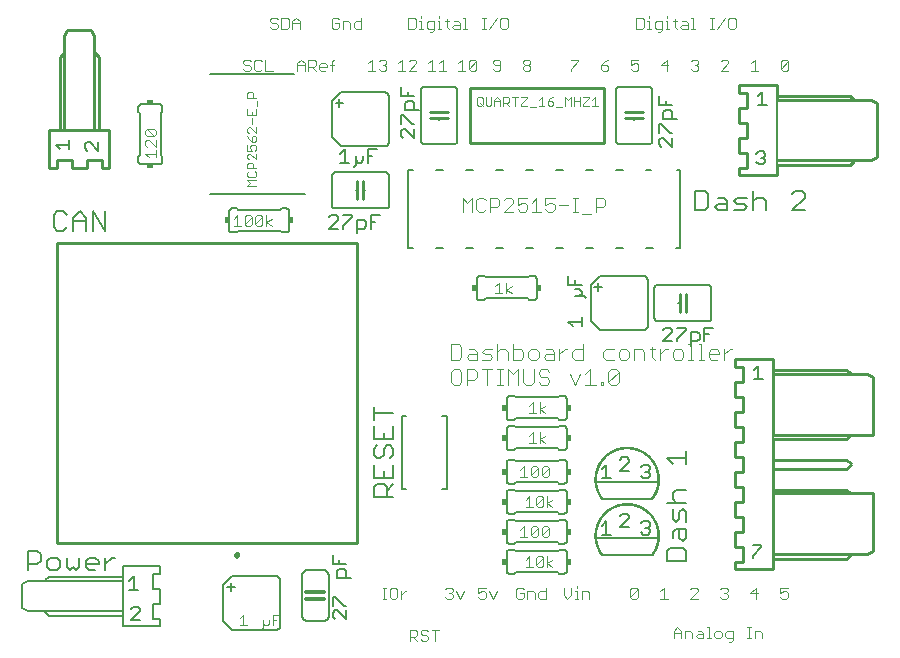
<source format=gbr>
G04 EAGLE Gerber RS-274X export*
G75*
%MOMM*%
%FSLAX34Y34*%
%LPD*%
%INSilkscreen Top*%
%IPPOS*%
%AMOC8*
5,1,8,0,0,1.08239X$1,22.5*%
G01*
%ADD10C,0.152400*%
%ADD11C,0.101600*%
%ADD12C,0.127000*%
%ADD13C,0.254000*%
%ADD14C,0.304800*%
%ADD15C,0.177800*%
%ADD16R,0.508000X0.381000*%
%ADD17C,0.076200*%
%ADD18R,0.381000X0.508000*%
%ADD19C,0.200000*%
%ADD20C,0.015238*%


D10*
X40184Y363570D02*
X37472Y366282D01*
X32049Y366282D01*
X29337Y363570D01*
X29337Y352724D01*
X32049Y350012D01*
X37472Y350012D01*
X40184Y352724D01*
X45709Y350012D02*
X45709Y360859D01*
X51132Y366282D01*
X56555Y360859D01*
X56555Y350012D01*
X56555Y358147D02*
X45709Y358147D01*
X62080Y350012D02*
X62080Y366282D01*
X72927Y350012D01*
X72927Y366282D01*
X548118Y70612D02*
X564388Y70612D01*
X564388Y78747D01*
X561676Y81459D01*
X550830Y81459D01*
X548118Y78747D01*
X548118Y70612D01*
X553541Y89695D02*
X553541Y95119D01*
X556253Y97830D01*
X564388Y97830D01*
X564388Y89695D01*
X561676Y86984D01*
X558965Y89695D01*
X558965Y97830D01*
X564388Y103355D02*
X564388Y111490D01*
X561676Y114202D01*
X558965Y111490D01*
X558965Y106067D01*
X556253Y103355D01*
X553541Y106067D01*
X553541Y114202D01*
X548118Y119727D02*
X564388Y119727D01*
X556253Y119727D02*
X553541Y122438D01*
X553541Y127862D01*
X556253Y130573D01*
X564388Y130573D01*
X553541Y152470D02*
X548118Y157893D01*
X564388Y157893D01*
X564388Y152470D02*
X564388Y163316D01*
X572457Y367157D02*
X572457Y383427D01*
X572457Y367157D02*
X580592Y367157D01*
X583304Y369869D01*
X583304Y380715D01*
X580592Y383427D01*
X572457Y383427D01*
X591541Y378004D02*
X596964Y378004D01*
X599676Y375292D01*
X599676Y367157D01*
X591541Y367157D01*
X588829Y369869D01*
X591541Y372580D01*
X599676Y372580D01*
X605201Y367157D02*
X613336Y367157D01*
X616047Y369869D01*
X613336Y372580D01*
X607912Y372580D01*
X605201Y375292D01*
X607912Y378004D01*
X616047Y378004D01*
X621572Y383427D02*
X621572Y367157D01*
X621572Y375292D02*
X624284Y378004D01*
X629707Y378004D01*
X632419Y375292D01*
X632419Y367157D01*
X654315Y367157D02*
X665162Y367157D01*
X654315Y367157D02*
X665162Y378004D01*
X665162Y380715D01*
X662450Y383427D01*
X657027Y383427D01*
X654315Y380715D01*
X7358Y78627D02*
X7358Y62357D01*
X7358Y78627D02*
X15493Y78627D01*
X18204Y75915D01*
X18204Y70492D01*
X15493Y67780D01*
X7358Y67780D01*
X26441Y62357D02*
X31864Y62357D01*
X34576Y65069D01*
X34576Y70492D01*
X31864Y73204D01*
X26441Y73204D01*
X23729Y70492D01*
X23729Y65069D01*
X26441Y62357D01*
X40101Y65069D02*
X40101Y73204D01*
X40101Y65069D02*
X42812Y62357D01*
X45524Y65069D01*
X48236Y62357D01*
X50947Y65069D01*
X50947Y73204D01*
X59184Y62357D02*
X64607Y62357D01*
X59184Y62357D02*
X56472Y65069D01*
X56472Y70492D01*
X59184Y73204D01*
X64607Y73204D01*
X67319Y70492D01*
X67319Y67780D01*
X56472Y67780D01*
X72844Y62357D02*
X72844Y73204D01*
X78267Y73204D02*
X72844Y67780D01*
X78267Y73204D02*
X80979Y73204D01*
D11*
X365633Y240919D02*
X365633Y254138D01*
X365633Y240919D02*
X372243Y240919D01*
X374446Y243122D01*
X374446Y251935D01*
X372243Y254138D01*
X365633Y254138D01*
X380933Y249732D02*
X385340Y249732D01*
X387543Y247529D01*
X387543Y240919D01*
X380933Y240919D01*
X378730Y243122D01*
X380933Y245325D01*
X387543Y245325D01*
X391828Y240919D02*
X398437Y240919D01*
X400640Y243122D01*
X398437Y245325D01*
X394031Y245325D01*
X391828Y247529D01*
X394031Y249732D01*
X400640Y249732D01*
X404925Y254138D02*
X404925Y240919D01*
X404925Y247529D02*
X407128Y249732D01*
X411534Y249732D01*
X413738Y247529D01*
X413738Y240919D01*
X418022Y240919D02*
X418022Y254138D01*
X418022Y240919D02*
X424632Y240919D01*
X426835Y243122D01*
X426835Y247529D01*
X424632Y249732D01*
X418022Y249732D01*
X433322Y240919D02*
X437729Y240919D01*
X439932Y243122D01*
X439932Y247529D01*
X437729Y249732D01*
X433322Y249732D01*
X431119Y247529D01*
X431119Y243122D01*
X433322Y240919D01*
X446420Y249732D02*
X450826Y249732D01*
X453029Y247529D01*
X453029Y240919D01*
X446420Y240919D01*
X444217Y243122D01*
X446420Y245325D01*
X453029Y245325D01*
X457314Y240919D02*
X457314Y249732D01*
X461720Y249732D02*
X457314Y245325D01*
X461720Y249732D02*
X463923Y249732D01*
X477041Y254138D02*
X477041Y240919D01*
X470431Y240919D01*
X468228Y243122D01*
X468228Y247529D01*
X470431Y249732D01*
X477041Y249732D01*
X496626Y249732D02*
X503235Y249732D01*
X496626Y249732D02*
X494423Y247529D01*
X494423Y243122D01*
X496626Y240919D01*
X503235Y240919D01*
X509723Y240919D02*
X514130Y240919D01*
X516333Y243122D01*
X516333Y247529D01*
X514130Y249732D01*
X509723Y249732D01*
X507520Y247529D01*
X507520Y243122D01*
X509723Y240919D01*
X520617Y240919D02*
X520617Y249732D01*
X527227Y249732D01*
X529430Y247529D01*
X529430Y240919D01*
X535918Y243122D02*
X535918Y251935D01*
X535918Y243122D02*
X538121Y240919D01*
X538121Y249732D02*
X533714Y249732D01*
X542446Y249732D02*
X542446Y240919D01*
X542446Y245325D02*
X546852Y249732D01*
X549056Y249732D01*
X555563Y240919D02*
X559970Y240919D01*
X562173Y243122D01*
X562173Y247529D01*
X559970Y249732D01*
X555563Y249732D01*
X553360Y247529D01*
X553360Y243122D01*
X555563Y240919D01*
X566458Y254138D02*
X568661Y254138D01*
X568661Y240919D01*
X566458Y240919D02*
X570864Y240919D01*
X575189Y254138D02*
X577392Y254138D01*
X577392Y240919D01*
X575189Y240919D02*
X579595Y240919D01*
X586124Y240919D02*
X590530Y240919D01*
X586124Y240919D02*
X583921Y243122D01*
X583921Y247529D01*
X586124Y249732D01*
X590530Y249732D01*
X592733Y247529D01*
X592733Y245325D01*
X583921Y245325D01*
X597018Y240919D02*
X597018Y249732D01*
X601424Y249732D02*
X597018Y245325D01*
X601424Y249732D02*
X603627Y249732D01*
X372243Y232802D02*
X367836Y232802D01*
X365633Y230599D01*
X365633Y221786D01*
X367836Y219583D01*
X372243Y219583D01*
X374446Y221786D01*
X374446Y230599D01*
X372243Y232802D01*
X378730Y232802D02*
X378730Y219583D01*
X378730Y232802D02*
X385340Y232802D01*
X387543Y230599D01*
X387543Y226193D01*
X385340Y223989D01*
X378730Y223989D01*
X396234Y219583D02*
X396234Y232802D01*
X391828Y232802D02*
X400640Y232802D01*
X404925Y219583D02*
X409331Y219583D01*
X407128Y219583D02*
X407128Y232802D01*
X404925Y232802D02*
X409331Y232802D01*
X413656Y232802D02*
X413656Y219583D01*
X418063Y228396D02*
X413656Y232802D01*
X418063Y228396D02*
X422469Y232802D01*
X422469Y219583D01*
X426754Y221786D02*
X426754Y232802D01*
X426754Y221786D02*
X428957Y219583D01*
X433363Y219583D01*
X435566Y221786D01*
X435566Y232802D01*
X446460Y232802D02*
X448664Y230599D01*
X446460Y232802D02*
X442054Y232802D01*
X439851Y230599D01*
X439851Y228396D01*
X442054Y226193D01*
X446460Y226193D01*
X448664Y223989D01*
X448664Y221786D01*
X446460Y219583D01*
X442054Y219583D01*
X439851Y221786D01*
X466045Y228396D02*
X470452Y219583D01*
X474858Y228396D01*
X479143Y228396D02*
X483549Y232802D01*
X483549Y219583D01*
X479143Y219583D02*
X487955Y219583D01*
X492240Y219583D02*
X492240Y221786D01*
X494443Y221786D01*
X494443Y219583D01*
X492240Y219583D01*
X498788Y221786D02*
X498788Y230599D01*
X500992Y232802D01*
X505398Y232802D01*
X507601Y230599D01*
X507601Y221786D01*
X505398Y219583D01*
X500992Y219583D01*
X498788Y221786D01*
X507601Y230599D01*
D10*
X316738Y124587D02*
X300468Y124587D01*
X300468Y132722D01*
X303180Y135434D01*
X308603Y135434D01*
X311315Y132722D01*
X311315Y124587D01*
X311315Y130010D02*
X316738Y135434D01*
X300468Y140959D02*
X300468Y151805D01*
X300468Y140959D02*
X316738Y140959D01*
X316738Y151805D01*
X308603Y146382D02*
X308603Y140959D01*
X300468Y165465D02*
X303180Y168177D01*
X300468Y165465D02*
X300468Y160042D01*
X303180Y157330D01*
X305891Y157330D01*
X308603Y160042D01*
X308603Y165465D01*
X311315Y168177D01*
X314026Y168177D01*
X316738Y165465D01*
X316738Y160042D01*
X314026Y157330D01*
X300468Y173702D02*
X300468Y184548D01*
X300468Y173702D02*
X316738Y173702D01*
X316738Y184548D01*
X308603Y179125D02*
X308603Y173702D01*
X316738Y195497D02*
X300468Y195497D01*
X300468Y200920D02*
X300468Y190073D01*
D12*
X119380Y15240D02*
X87630Y15240D01*
X119380Y15240D02*
X119380Y21590D01*
X113030Y21590D01*
X113030Y34290D01*
X119380Y34290D01*
X119380Y46990D01*
X113030Y46990D01*
X113030Y59690D01*
X119380Y59690D01*
X119380Y66040D01*
X87630Y66040D01*
X87630Y57150D01*
X87630Y27940D01*
X87630Y15240D01*
X87630Y27940D02*
X7620Y27940D01*
X2540Y30480D01*
X2540Y41148D01*
X7620Y53340D02*
X87630Y53340D01*
X7620Y53340D02*
X2540Y50800D01*
X2540Y40132D01*
X25400Y57150D02*
X87630Y57150D01*
X25400Y57150D02*
X21844Y53848D01*
X25400Y24130D02*
X87630Y24130D01*
X25400Y24130D02*
X21844Y27432D01*
X93350Y53743D02*
X97163Y57556D01*
X97163Y46116D01*
X93350Y46116D02*
X100977Y46116D01*
X102247Y20208D02*
X94620Y20208D01*
X102247Y27835D01*
X102247Y29741D01*
X100340Y31648D01*
X96527Y31648D01*
X94620Y29741D01*
D13*
X182680Y75565D02*
X182682Y75641D01*
X182688Y75717D01*
X182698Y75792D01*
X182712Y75866D01*
X182729Y75940D01*
X182751Y76013D01*
X182776Y76085D01*
X182805Y76155D01*
X182838Y76223D01*
X182874Y76290D01*
X182914Y76355D01*
X182957Y76417D01*
X183003Y76478D01*
X183052Y76535D01*
X183105Y76590D01*
X183160Y76643D01*
X183217Y76692D01*
X183278Y76738D01*
X183340Y76781D01*
X183405Y76821D01*
X183472Y76857D01*
X183540Y76890D01*
X183610Y76919D01*
X183682Y76944D01*
X183755Y76966D01*
X183829Y76983D01*
X183903Y76997D01*
X183978Y77007D01*
X184054Y77013D01*
X184130Y77015D01*
X184206Y77013D01*
X184282Y77007D01*
X184357Y76997D01*
X184431Y76983D01*
X184505Y76966D01*
X184578Y76944D01*
X184650Y76919D01*
X184720Y76890D01*
X184788Y76857D01*
X184855Y76821D01*
X184920Y76781D01*
X184982Y76738D01*
X185043Y76692D01*
X185100Y76643D01*
X185155Y76590D01*
X185208Y76535D01*
X185257Y76478D01*
X185303Y76417D01*
X185346Y76355D01*
X185386Y76290D01*
X185422Y76223D01*
X185455Y76155D01*
X185484Y76085D01*
X185509Y76013D01*
X185531Y75940D01*
X185548Y75866D01*
X185562Y75792D01*
X185572Y75717D01*
X185578Y75641D01*
X185580Y75565D01*
X185578Y75489D01*
X185572Y75413D01*
X185562Y75338D01*
X185548Y75264D01*
X185531Y75190D01*
X185509Y75117D01*
X185484Y75045D01*
X185455Y74975D01*
X185422Y74907D01*
X185386Y74840D01*
X185346Y74775D01*
X185303Y74713D01*
X185257Y74652D01*
X185208Y74595D01*
X185155Y74540D01*
X185100Y74487D01*
X185043Y74438D01*
X184982Y74392D01*
X184920Y74349D01*
X184855Y74309D01*
X184788Y74273D01*
X184720Y74240D01*
X184650Y74211D01*
X184578Y74186D01*
X184505Y74164D01*
X184431Y74147D01*
X184357Y74133D01*
X184282Y74123D01*
X184206Y74117D01*
X184130Y74115D01*
X184054Y74117D01*
X183978Y74123D01*
X183903Y74133D01*
X183829Y74147D01*
X183755Y74164D01*
X183682Y74186D01*
X183610Y74211D01*
X183540Y74240D01*
X183472Y74273D01*
X183405Y74309D01*
X183340Y74349D01*
X183278Y74392D01*
X183217Y74438D01*
X183160Y74487D01*
X183105Y74540D01*
X183052Y74595D01*
X183003Y74652D01*
X182957Y74713D01*
X182914Y74775D01*
X182874Y74840D01*
X182838Y74907D01*
X182805Y74975D01*
X182776Y75045D01*
X182751Y75117D01*
X182729Y75190D01*
X182712Y75264D01*
X182698Y75338D01*
X182688Y75413D01*
X182682Y75489D01*
X182680Y75565D01*
X285750Y339725D02*
X31750Y339725D01*
X285750Y339725D02*
X285750Y85725D01*
X31750Y85725D01*
X31750Y339725D01*
D10*
X244475Y62865D02*
X257175Y62865D01*
X257315Y62863D01*
X257455Y62857D01*
X257595Y62848D01*
X257734Y62834D01*
X257873Y62817D01*
X258011Y62796D01*
X258149Y62771D01*
X258286Y62742D01*
X258422Y62710D01*
X258557Y62673D01*
X258691Y62633D01*
X258824Y62590D01*
X258956Y62542D01*
X259087Y62492D01*
X259216Y62437D01*
X259343Y62379D01*
X259469Y62318D01*
X259593Y62253D01*
X259715Y62184D01*
X259835Y62113D01*
X259953Y62038D01*
X260070Y61960D01*
X260184Y61878D01*
X260295Y61794D01*
X260404Y61706D01*
X260511Y61616D01*
X260616Y61522D01*
X260717Y61426D01*
X260816Y61327D01*
X260912Y61226D01*
X261006Y61121D01*
X261096Y61014D01*
X261184Y60905D01*
X261268Y60794D01*
X261350Y60680D01*
X261428Y60563D01*
X261503Y60445D01*
X261574Y60325D01*
X261643Y60203D01*
X261708Y60079D01*
X261769Y59953D01*
X261827Y59826D01*
X261882Y59697D01*
X261932Y59566D01*
X261980Y59434D01*
X262023Y59301D01*
X262063Y59167D01*
X262100Y59032D01*
X262132Y58896D01*
X262161Y58759D01*
X262186Y58621D01*
X262207Y58483D01*
X262224Y58344D01*
X262238Y58205D01*
X262247Y58065D01*
X262253Y57925D01*
X262255Y57785D01*
X244475Y62865D02*
X244335Y62863D01*
X244195Y62857D01*
X244055Y62848D01*
X243916Y62834D01*
X243777Y62817D01*
X243639Y62796D01*
X243501Y62771D01*
X243364Y62742D01*
X243228Y62710D01*
X243093Y62673D01*
X242959Y62633D01*
X242826Y62590D01*
X242694Y62542D01*
X242563Y62492D01*
X242434Y62437D01*
X242307Y62379D01*
X242181Y62318D01*
X242057Y62253D01*
X241935Y62184D01*
X241815Y62113D01*
X241697Y62038D01*
X241580Y61960D01*
X241466Y61878D01*
X241355Y61794D01*
X241246Y61706D01*
X241139Y61616D01*
X241034Y61522D01*
X240933Y61426D01*
X240834Y61327D01*
X240738Y61226D01*
X240644Y61121D01*
X240554Y61014D01*
X240466Y60905D01*
X240382Y60794D01*
X240300Y60680D01*
X240222Y60563D01*
X240147Y60445D01*
X240076Y60325D01*
X240007Y60203D01*
X239942Y60079D01*
X239881Y59953D01*
X239823Y59826D01*
X239768Y59697D01*
X239718Y59566D01*
X239670Y59434D01*
X239627Y59301D01*
X239587Y59167D01*
X239550Y59032D01*
X239518Y58896D01*
X239489Y58759D01*
X239464Y58621D01*
X239443Y58483D01*
X239426Y58344D01*
X239412Y58205D01*
X239403Y58065D01*
X239397Y57925D01*
X239395Y57785D01*
X262255Y57785D02*
X262255Y24765D01*
X257175Y19685D02*
X244475Y19685D01*
X239395Y24765D02*
X239395Y57785D01*
X262255Y24765D02*
X262253Y24625D01*
X262247Y24485D01*
X262238Y24345D01*
X262224Y24206D01*
X262207Y24067D01*
X262186Y23929D01*
X262161Y23791D01*
X262132Y23654D01*
X262100Y23518D01*
X262063Y23383D01*
X262023Y23249D01*
X261980Y23116D01*
X261932Y22984D01*
X261882Y22853D01*
X261827Y22724D01*
X261769Y22597D01*
X261708Y22471D01*
X261643Y22347D01*
X261574Y22225D01*
X261503Y22105D01*
X261428Y21987D01*
X261350Y21870D01*
X261268Y21756D01*
X261184Y21645D01*
X261096Y21536D01*
X261006Y21429D01*
X260912Y21324D01*
X260816Y21223D01*
X260717Y21124D01*
X260616Y21028D01*
X260511Y20934D01*
X260404Y20844D01*
X260295Y20756D01*
X260184Y20672D01*
X260070Y20590D01*
X259953Y20512D01*
X259835Y20437D01*
X259715Y20366D01*
X259593Y20297D01*
X259469Y20232D01*
X259343Y20171D01*
X259216Y20113D01*
X259087Y20058D01*
X258956Y20008D01*
X258824Y19960D01*
X258691Y19917D01*
X258557Y19877D01*
X258422Y19840D01*
X258286Y19808D01*
X258149Y19779D01*
X258011Y19754D01*
X257873Y19733D01*
X257734Y19716D01*
X257595Y19702D01*
X257455Y19693D01*
X257315Y19687D01*
X257175Y19685D01*
X244475Y19685D02*
X244335Y19687D01*
X244195Y19693D01*
X244055Y19702D01*
X243916Y19716D01*
X243777Y19733D01*
X243639Y19754D01*
X243501Y19779D01*
X243364Y19808D01*
X243228Y19840D01*
X243093Y19877D01*
X242959Y19917D01*
X242826Y19960D01*
X242694Y20008D01*
X242563Y20058D01*
X242434Y20113D01*
X242307Y20171D01*
X242181Y20232D01*
X242057Y20297D01*
X241935Y20366D01*
X241815Y20437D01*
X241697Y20512D01*
X241580Y20590D01*
X241466Y20672D01*
X241355Y20756D01*
X241246Y20844D01*
X241139Y20934D01*
X241034Y21028D01*
X240933Y21124D01*
X240834Y21223D01*
X240738Y21324D01*
X240644Y21429D01*
X240554Y21536D01*
X240466Y21645D01*
X240382Y21756D01*
X240300Y21870D01*
X240222Y21987D01*
X240147Y22105D01*
X240076Y22225D01*
X240007Y22347D01*
X239942Y22471D01*
X239881Y22597D01*
X239823Y22724D01*
X239768Y22853D01*
X239718Y22984D01*
X239670Y23116D01*
X239627Y23249D01*
X239587Y23383D01*
X239550Y23518D01*
X239518Y23654D01*
X239489Y23791D01*
X239464Y23929D01*
X239443Y24067D01*
X239426Y24206D01*
X239412Y24345D01*
X239403Y24485D01*
X239397Y24625D01*
X239395Y24765D01*
D14*
X243205Y44323D02*
X258445Y44323D01*
X258445Y37973D02*
X243205Y37973D01*
D12*
X276860Y28582D02*
X276860Y20955D01*
X269234Y28582D01*
X267327Y28582D01*
X265420Y26675D01*
X265420Y22862D01*
X267327Y20955D01*
X265420Y32649D02*
X265420Y40275D01*
X267327Y40275D01*
X274953Y32649D01*
X276860Y32649D01*
X280673Y56037D02*
X269234Y56037D01*
X269234Y61757D01*
X271140Y63663D01*
X274953Y63663D01*
X276860Y61757D01*
X276860Y56037D01*
X276860Y67731D02*
X265420Y67731D01*
X265420Y75357D01*
X271140Y71544D02*
X271140Y67731D01*
D13*
X25400Y403225D02*
X25400Y434975D01*
X25400Y403225D02*
X31750Y403225D01*
X31750Y409575D01*
X44450Y409575D01*
X44450Y403225D01*
X57150Y403225D01*
X57150Y409575D01*
X69850Y409575D01*
X69850Y403225D01*
X76200Y403225D01*
X76200Y434975D01*
X67310Y434975D01*
X38100Y434975D01*
X25400Y434975D01*
X38100Y434975D02*
X38100Y514985D01*
X40640Y520065D01*
X51308Y520065D01*
X63500Y514985D02*
X63500Y434975D01*
X63500Y514985D02*
X60960Y520065D01*
X51308Y520065D01*
X50292Y520065D01*
X67310Y497205D02*
X67310Y434975D01*
X67310Y497205D02*
X64008Y500761D01*
X34290Y497205D02*
X34290Y434975D01*
X34290Y497205D02*
X37592Y500761D01*
D15*
X31121Y422729D02*
X34764Y419085D01*
X31121Y422729D02*
X42052Y422729D01*
X42052Y419085D02*
X42052Y426373D01*
X66944Y425103D02*
X66944Y417815D01*
X59656Y425103D01*
X57835Y425103D01*
X56013Y423281D01*
X56013Y419637D01*
X57835Y417815D01*
D10*
X100965Y408940D02*
X100967Y408840D01*
X100973Y408741D01*
X100983Y408641D01*
X100996Y408543D01*
X101014Y408444D01*
X101035Y408347D01*
X101060Y408251D01*
X101089Y408155D01*
X101122Y408061D01*
X101158Y407968D01*
X101198Y407877D01*
X101242Y407787D01*
X101289Y407699D01*
X101339Y407613D01*
X101393Y407529D01*
X101450Y407447D01*
X101510Y407368D01*
X101574Y407290D01*
X101640Y407216D01*
X101709Y407144D01*
X101781Y407075D01*
X101855Y407009D01*
X101933Y406945D01*
X102012Y406885D01*
X102094Y406828D01*
X102178Y406774D01*
X102264Y406724D01*
X102352Y406677D01*
X102442Y406633D01*
X102533Y406593D01*
X102626Y406557D01*
X102720Y406524D01*
X102816Y406495D01*
X102912Y406470D01*
X103009Y406449D01*
X103108Y406431D01*
X103206Y406418D01*
X103306Y406408D01*
X103405Y406402D01*
X103505Y406400D01*
X118745Y406400D02*
X118845Y406402D01*
X118944Y406408D01*
X119044Y406418D01*
X119142Y406431D01*
X119241Y406449D01*
X119338Y406470D01*
X119434Y406495D01*
X119530Y406524D01*
X119624Y406557D01*
X119717Y406593D01*
X119808Y406633D01*
X119898Y406677D01*
X119986Y406724D01*
X120072Y406774D01*
X120156Y406828D01*
X120238Y406885D01*
X120317Y406945D01*
X120395Y407009D01*
X120469Y407075D01*
X120541Y407144D01*
X120610Y407216D01*
X120676Y407290D01*
X120740Y407368D01*
X120800Y407447D01*
X120857Y407529D01*
X120911Y407613D01*
X120961Y407699D01*
X121008Y407787D01*
X121052Y407877D01*
X121092Y407968D01*
X121128Y408061D01*
X121161Y408155D01*
X121190Y408251D01*
X121215Y408347D01*
X121236Y408444D01*
X121254Y408543D01*
X121267Y408641D01*
X121277Y408741D01*
X121283Y408840D01*
X121285Y408940D01*
X121285Y454660D02*
X121283Y454760D01*
X121277Y454859D01*
X121267Y454959D01*
X121254Y455057D01*
X121236Y455156D01*
X121215Y455253D01*
X121190Y455349D01*
X121161Y455445D01*
X121128Y455539D01*
X121092Y455632D01*
X121052Y455723D01*
X121008Y455813D01*
X120961Y455901D01*
X120911Y455987D01*
X120857Y456071D01*
X120800Y456153D01*
X120740Y456232D01*
X120676Y456310D01*
X120610Y456384D01*
X120541Y456456D01*
X120469Y456525D01*
X120395Y456591D01*
X120317Y456655D01*
X120238Y456715D01*
X120156Y456772D01*
X120072Y456826D01*
X119986Y456876D01*
X119898Y456923D01*
X119808Y456967D01*
X119717Y457007D01*
X119624Y457043D01*
X119530Y457076D01*
X119434Y457105D01*
X119338Y457130D01*
X119241Y457151D01*
X119142Y457169D01*
X119044Y457182D01*
X118944Y457192D01*
X118845Y457198D01*
X118745Y457200D01*
X103505Y457200D02*
X103405Y457198D01*
X103306Y457192D01*
X103206Y457182D01*
X103108Y457169D01*
X103009Y457151D01*
X102912Y457130D01*
X102816Y457105D01*
X102720Y457076D01*
X102626Y457043D01*
X102533Y457007D01*
X102442Y456967D01*
X102352Y456923D01*
X102264Y456876D01*
X102178Y456826D01*
X102094Y456772D01*
X102012Y456715D01*
X101933Y456655D01*
X101855Y456591D01*
X101781Y456525D01*
X101709Y456456D01*
X101640Y456384D01*
X101574Y456310D01*
X101510Y456232D01*
X101450Y456153D01*
X101393Y456071D01*
X101339Y455987D01*
X101289Y455901D01*
X101242Y455813D01*
X101198Y455723D01*
X101158Y455632D01*
X101122Y455539D01*
X101089Y455445D01*
X101060Y455349D01*
X101035Y455253D01*
X101014Y455156D01*
X100996Y455057D01*
X100983Y454959D01*
X100973Y454859D01*
X100967Y454760D01*
X100965Y454660D01*
X103505Y406400D02*
X118745Y406400D01*
X100965Y408940D02*
X100965Y412750D01*
X102235Y414020D01*
X121285Y412750D02*
X121285Y408940D01*
X121285Y412750D02*
X120015Y414020D01*
X102235Y449580D02*
X100965Y450850D01*
X102235Y449580D02*
X102235Y414020D01*
X120015Y449580D02*
X121285Y450850D01*
X120015Y449580D02*
X120015Y414020D01*
X100965Y450850D02*
X100965Y454660D01*
X121285Y454660D02*
X121285Y450850D01*
X118745Y457200D02*
X103505Y457200D01*
D16*
X111125Y459105D03*
X111125Y404495D03*
D11*
X109765Y412079D02*
X106799Y415045D01*
X115697Y415045D01*
X115697Y418010D02*
X115697Y412079D01*
X115697Y421200D02*
X115697Y427132D01*
X115697Y421200D02*
X109765Y427132D01*
X108282Y427132D01*
X106799Y425649D01*
X106799Y422683D01*
X108282Y421200D01*
X108282Y430321D02*
X114214Y430321D01*
X108282Y430321D02*
X106799Y431804D01*
X106799Y434770D01*
X108282Y436253D01*
X114214Y436253D01*
X115697Y434770D01*
X115697Y431804D01*
X114214Y430321D01*
X108282Y436253D01*
D17*
X330480Y12327D02*
X330480Y2921D01*
X330480Y12327D02*
X335183Y12327D01*
X336751Y10759D01*
X336751Y7624D01*
X335183Y6056D01*
X330480Y6056D01*
X333615Y6056D02*
X336751Y2921D01*
X346106Y10759D02*
X344538Y12327D01*
X341403Y12327D01*
X339835Y10759D01*
X339835Y9192D01*
X341403Y7624D01*
X344538Y7624D01*
X346106Y6056D01*
X346106Y4489D01*
X344538Y2921D01*
X341403Y2921D01*
X339835Y4489D01*
X352326Y2921D02*
X352326Y12327D01*
X355461Y12327D02*
X349190Y12327D01*
X360604Y46319D02*
X362172Y47887D01*
X365307Y47887D01*
X366875Y46319D01*
X366875Y44752D01*
X365307Y43184D01*
X363739Y43184D01*
X365307Y43184D02*
X366875Y41616D01*
X366875Y40049D01*
X365307Y38481D01*
X362172Y38481D01*
X360604Y40049D01*
X369959Y44752D02*
X373095Y38481D01*
X376230Y44752D01*
X388544Y47887D02*
X394815Y47887D01*
X388544Y47887D02*
X388544Y43184D01*
X391679Y44752D01*
X393247Y44752D01*
X394815Y43184D01*
X394815Y40049D01*
X393247Y38481D01*
X390112Y38481D01*
X388544Y40049D01*
X397899Y44752D02*
X401035Y38481D01*
X404170Y44752D01*
X425555Y47887D02*
X427123Y46319D01*
X425555Y47887D02*
X422420Y47887D01*
X420852Y46319D01*
X420852Y40049D01*
X422420Y38481D01*
X425555Y38481D01*
X427123Y40049D01*
X427123Y43184D01*
X423987Y43184D01*
X430207Y44752D02*
X430207Y38481D01*
X430207Y44752D02*
X434910Y44752D01*
X436478Y43184D01*
X436478Y38481D01*
X445833Y38481D02*
X445833Y47887D01*
X445833Y38481D02*
X441130Y38481D01*
X439562Y40049D01*
X439562Y43184D01*
X441130Y44752D01*
X445833Y44752D01*
X460934Y47887D02*
X460934Y41616D01*
X464069Y38481D01*
X467205Y41616D01*
X467205Y47887D01*
X470289Y44752D02*
X471857Y44752D01*
X471857Y38481D01*
X470289Y38481D02*
X473425Y38481D01*
X471857Y47887D02*
X471857Y49455D01*
X476526Y44752D02*
X476526Y38481D01*
X476526Y44752D02*
X481229Y44752D01*
X482797Y43184D01*
X482797Y38481D01*
X554202Y11275D02*
X554202Y5004D01*
X554202Y11275D02*
X557337Y14410D01*
X560473Y11275D01*
X560473Y5004D01*
X560473Y9707D02*
X554202Y9707D01*
X563557Y11275D02*
X563557Y5004D01*
X563557Y11275D02*
X568260Y11275D01*
X569828Y9707D01*
X569828Y5004D01*
X574480Y11275D02*
X577615Y11275D01*
X579183Y9707D01*
X579183Y5004D01*
X574480Y5004D01*
X572912Y6572D01*
X574480Y8139D01*
X579183Y8139D01*
X582268Y14410D02*
X583835Y14410D01*
X583835Y5004D01*
X582268Y5004D02*
X585403Y5004D01*
X590072Y5004D02*
X593207Y5004D01*
X594775Y6572D01*
X594775Y9707D01*
X593207Y11275D01*
X590072Y11275D01*
X588504Y9707D01*
X588504Y6572D01*
X590072Y5004D01*
X600995Y1869D02*
X602563Y1869D01*
X604130Y3436D01*
X604130Y11275D01*
X599427Y11275D01*
X597860Y9707D01*
X597860Y6572D01*
X599427Y5004D01*
X604130Y5004D01*
X616570Y5004D02*
X619705Y5004D01*
X618138Y5004D02*
X618138Y14410D01*
X619705Y14410D02*
X616570Y14410D01*
X622807Y11275D02*
X622807Y5004D01*
X622807Y11275D02*
X627510Y11275D01*
X629077Y9707D01*
X629077Y5004D01*
X517271Y40049D02*
X517271Y46319D01*
X518839Y47887D01*
X521974Y47887D01*
X523542Y46319D01*
X523542Y40049D01*
X521974Y38481D01*
X518839Y38481D01*
X517271Y40049D01*
X523542Y46319D01*
X542671Y44752D02*
X545806Y47887D01*
X545806Y38481D01*
X542671Y38481D02*
X548942Y38481D01*
X568071Y38481D02*
X574342Y38481D01*
X568071Y38481D02*
X574342Y44752D01*
X574342Y46319D01*
X572774Y47887D01*
X569639Y47887D01*
X568071Y46319D01*
X593471Y46319D02*
X595039Y47887D01*
X598174Y47887D01*
X599742Y46319D01*
X599742Y44752D01*
X598174Y43184D01*
X596606Y43184D01*
X598174Y43184D02*
X599742Y41616D01*
X599742Y40049D01*
X598174Y38481D01*
X595039Y38481D01*
X593471Y40049D01*
X623574Y38481D02*
X623574Y47887D01*
X618871Y43184D01*
X625142Y43184D01*
X644271Y47887D02*
X650542Y47887D01*
X644271Y47887D02*
X644271Y43184D01*
X647406Y44752D01*
X648974Y44752D01*
X650542Y43184D01*
X650542Y40049D01*
X648974Y38481D01*
X645839Y38481D01*
X644271Y40049D01*
X235331Y485521D02*
X235331Y491792D01*
X238466Y494927D01*
X241602Y491792D01*
X241602Y485521D01*
X241602Y490224D02*
X235331Y490224D01*
X244686Y485521D02*
X244686Y494927D01*
X249389Y494927D01*
X250957Y493359D01*
X250957Y490224D01*
X249389Y488656D01*
X244686Y488656D01*
X247822Y488656D02*
X250957Y485521D01*
X255609Y485521D02*
X258744Y485521D01*
X255609Y485521D02*
X254041Y487089D01*
X254041Y490224D01*
X255609Y491792D01*
X258744Y491792D01*
X260312Y490224D01*
X260312Y488656D01*
X254041Y488656D01*
X264964Y485521D02*
X264964Y493359D01*
X266532Y494927D01*
X266532Y490224D02*
X263397Y490224D01*
X270812Y528919D02*
X269244Y530487D01*
X266109Y530487D01*
X264541Y528919D01*
X264541Y522649D01*
X266109Y521081D01*
X269244Y521081D01*
X270812Y522649D01*
X270812Y525784D01*
X267676Y525784D01*
X273896Y527352D02*
X273896Y521081D01*
X273896Y527352D02*
X278599Y527352D01*
X280167Y525784D01*
X280167Y521081D01*
X289522Y521081D02*
X289522Y530487D01*
X289522Y521081D02*
X284819Y521081D01*
X283251Y522649D01*
X283251Y525784D01*
X284819Y527352D01*
X289522Y527352D01*
X298496Y494927D02*
X295361Y491792D01*
X298496Y494927D02*
X298496Y485521D01*
X295361Y485521D02*
X301631Y485521D01*
X304716Y493359D02*
X306283Y494927D01*
X309419Y494927D01*
X310987Y493359D01*
X310987Y491792D01*
X309419Y490224D01*
X307851Y490224D01*
X309419Y490224D02*
X310987Y488656D01*
X310987Y487089D01*
X309419Y485521D01*
X306283Y485521D01*
X304716Y487089D01*
X320761Y491792D02*
X323896Y494927D01*
X323896Y485521D01*
X320761Y485521D02*
X327031Y485521D01*
X330116Y485521D02*
X336387Y485521D01*
X330116Y485521D02*
X336387Y491792D01*
X336387Y493359D01*
X334819Y494927D01*
X331683Y494927D01*
X330116Y493359D01*
X346161Y491792D02*
X349296Y494927D01*
X349296Y485521D01*
X346161Y485521D02*
X352431Y485521D01*
X355516Y491792D02*
X358651Y494927D01*
X358651Y485521D01*
X355516Y485521D02*
X361787Y485521D01*
X371561Y491792D02*
X374696Y494927D01*
X374696Y485521D01*
X371561Y485521D02*
X377831Y485521D01*
X380916Y487089D02*
X380916Y493359D01*
X382483Y494927D01*
X385619Y494927D01*
X387187Y493359D01*
X387187Y487089D01*
X385619Y485521D01*
X382483Y485521D01*
X380916Y487089D01*
X387187Y493359D01*
X401236Y487089D02*
X402803Y485521D01*
X405939Y485521D01*
X407507Y487089D01*
X407507Y493359D01*
X405939Y494927D01*
X402803Y494927D01*
X401236Y493359D01*
X401236Y491792D01*
X402803Y490224D01*
X407507Y490224D01*
X426636Y493359D02*
X428203Y494927D01*
X431339Y494927D01*
X432907Y493359D01*
X432907Y491792D01*
X431339Y490224D01*
X432907Y488656D01*
X432907Y487089D01*
X431339Y485521D01*
X428203Y485521D01*
X426636Y487089D01*
X426636Y488656D01*
X428203Y490224D01*
X426636Y491792D01*
X426636Y493359D01*
X428203Y490224D02*
X431339Y490224D01*
X467276Y494927D02*
X473547Y494927D01*
X473547Y493359D01*
X467276Y487089D01*
X467276Y485521D01*
X495811Y493359D02*
X498947Y494927D01*
X495811Y493359D02*
X492676Y490224D01*
X492676Y487089D01*
X494243Y485521D01*
X497379Y485521D01*
X498947Y487089D01*
X498947Y488656D01*
X497379Y490224D01*
X492676Y490224D01*
X518076Y494927D02*
X524347Y494927D01*
X518076Y494927D02*
X518076Y490224D01*
X521211Y491792D01*
X522779Y491792D01*
X524347Y490224D01*
X524347Y487089D01*
X522779Y485521D01*
X519643Y485521D01*
X518076Y487089D01*
X548179Y485521D02*
X548179Y494927D01*
X543476Y490224D01*
X549747Y490224D01*
X568876Y493359D02*
X570443Y494927D01*
X573579Y494927D01*
X575147Y493359D01*
X575147Y491792D01*
X573579Y490224D01*
X572011Y490224D01*
X573579Y490224D02*
X575147Y488656D01*
X575147Y487089D01*
X573579Y485521D01*
X570443Y485521D01*
X568876Y487089D01*
X594276Y485521D02*
X600547Y485521D01*
X594276Y485521D02*
X600547Y491792D01*
X600547Y493359D01*
X598979Y494927D01*
X595843Y494927D01*
X594276Y493359D01*
X619676Y491792D02*
X622811Y494927D01*
X622811Y485521D01*
X619676Y485521D02*
X625947Y485521D01*
X645076Y487089D02*
X645076Y493359D01*
X646643Y494927D01*
X649779Y494927D01*
X651347Y493359D01*
X651347Y487089D01*
X649779Y485521D01*
X646643Y485521D01*
X645076Y487089D01*
X651347Y493359D01*
X329311Y521081D02*
X329311Y530487D01*
X329311Y521081D02*
X334014Y521081D01*
X335582Y522649D01*
X335582Y528919D01*
X334014Y530487D01*
X329311Y530487D01*
X338666Y527352D02*
X340234Y527352D01*
X340234Y521081D01*
X338666Y521081D02*
X341802Y521081D01*
X340234Y530487D02*
X340234Y532055D01*
X348038Y517946D02*
X349606Y517946D01*
X351174Y519513D01*
X351174Y527352D01*
X346471Y527352D01*
X344903Y525784D01*
X344903Y522649D01*
X346471Y521081D01*
X351174Y521081D01*
X354258Y527352D02*
X355826Y527352D01*
X355826Y521081D01*
X354258Y521081D02*
X357394Y521081D01*
X355826Y530487D02*
X355826Y532055D01*
X362063Y528919D02*
X362063Y522649D01*
X363630Y521081D01*
X363630Y527352D02*
X360495Y527352D01*
X368299Y527352D02*
X371435Y527352D01*
X373002Y525784D01*
X373002Y521081D01*
X368299Y521081D01*
X366732Y522649D01*
X368299Y524216D01*
X373002Y524216D01*
X376087Y530487D02*
X377655Y530487D01*
X377655Y521081D01*
X379222Y521081D02*
X376087Y521081D01*
X391679Y521081D02*
X394814Y521081D01*
X393247Y521081D02*
X393247Y530487D01*
X394814Y530487D02*
X391679Y530487D01*
X397916Y521081D02*
X404186Y530487D01*
X408839Y530487D02*
X411974Y530487D01*
X408839Y530487D02*
X407271Y528919D01*
X407271Y522649D01*
X408839Y521081D01*
X411974Y521081D01*
X413542Y522649D01*
X413542Y528919D01*
X411974Y530487D01*
X522351Y530487D02*
X522351Y521081D01*
X527054Y521081D01*
X528622Y522649D01*
X528622Y528919D01*
X527054Y530487D01*
X522351Y530487D01*
X531706Y527352D02*
X533274Y527352D01*
X533274Y521081D01*
X531706Y521081D02*
X534842Y521081D01*
X533274Y530487D02*
X533274Y532055D01*
X541078Y517946D02*
X542646Y517946D01*
X544214Y519513D01*
X544214Y527352D01*
X539511Y527352D01*
X537943Y525784D01*
X537943Y522649D01*
X539511Y521081D01*
X544214Y521081D01*
X547298Y527352D02*
X548866Y527352D01*
X548866Y521081D01*
X547298Y521081D02*
X550434Y521081D01*
X548866Y530487D02*
X548866Y532055D01*
X555103Y528919D02*
X555103Y522649D01*
X556670Y521081D01*
X556670Y527352D02*
X553535Y527352D01*
X561339Y527352D02*
X564475Y527352D01*
X566042Y525784D01*
X566042Y521081D01*
X561339Y521081D01*
X559772Y522649D01*
X561339Y524216D01*
X566042Y524216D01*
X569127Y530487D02*
X570695Y530487D01*
X570695Y521081D01*
X572262Y521081D02*
X569127Y521081D01*
X584719Y521081D02*
X587854Y521081D01*
X586287Y521081D02*
X586287Y530487D01*
X587854Y530487D02*
X584719Y530487D01*
X590956Y521081D02*
X597226Y530487D01*
X601879Y530487D02*
X605014Y530487D01*
X601879Y530487D02*
X600311Y528919D01*
X600311Y522649D01*
X601879Y521081D01*
X605014Y521081D01*
X606582Y522649D01*
X606582Y528919D01*
X605014Y530487D01*
X195882Y493359D02*
X194314Y494927D01*
X191179Y494927D01*
X189611Y493359D01*
X189611Y491792D01*
X191179Y490224D01*
X194314Y490224D01*
X195882Y488656D01*
X195882Y487089D01*
X194314Y485521D01*
X191179Y485521D01*
X189611Y487089D01*
X203669Y494927D02*
X205237Y493359D01*
X203669Y494927D02*
X200534Y494927D01*
X198966Y493359D01*
X198966Y487089D01*
X200534Y485521D01*
X203669Y485521D01*
X205237Y487089D01*
X208321Y485521D02*
X208321Y494927D01*
X208321Y485521D02*
X214592Y485521D01*
X218742Y528919D02*
X217174Y530487D01*
X214039Y530487D01*
X212471Y528919D01*
X212471Y527352D01*
X214039Y525784D01*
X217174Y525784D01*
X218742Y524216D01*
X218742Y522649D01*
X217174Y521081D01*
X214039Y521081D01*
X212471Y522649D01*
X221826Y521081D02*
X221826Y530487D01*
X221826Y521081D02*
X226529Y521081D01*
X228097Y522649D01*
X228097Y528919D01*
X226529Y530487D01*
X221826Y530487D01*
X231181Y527352D02*
X231181Y521081D01*
X231181Y527352D02*
X234317Y530487D01*
X237452Y527352D01*
X237452Y521081D01*
X237452Y525784D02*
X231181Y525784D01*
X307620Y38481D02*
X310755Y38481D01*
X309188Y38481D02*
X309188Y47887D01*
X310755Y47887D02*
X307620Y47887D01*
X315424Y47887D02*
X318560Y47887D01*
X315424Y47887D02*
X313857Y46319D01*
X313857Y40049D01*
X315424Y38481D01*
X318560Y38481D01*
X320127Y40049D01*
X320127Y46319D01*
X318560Y47887D01*
X323212Y44752D02*
X323212Y38481D01*
X323212Y41616D02*
X326347Y44752D01*
X327915Y44752D01*
D13*
X606425Y241300D02*
X638175Y241300D01*
X606425Y241300D02*
X606425Y234950D01*
X612775Y234950D01*
X612775Y222250D01*
X606425Y222250D01*
X606425Y209550D01*
X612775Y209550D01*
X612775Y196850D01*
X606425Y196850D01*
X606425Y184150D01*
X612775Y184150D01*
X612775Y171450D01*
X606425Y171450D01*
X606425Y133350D02*
X612775Y133350D01*
X612775Y120650D01*
X606425Y120650D01*
X606425Y107950D01*
X612775Y107950D01*
X612775Y95250D01*
X606425Y95250D01*
X606425Y82550D01*
X612775Y82550D01*
X612775Y69850D01*
X606425Y69850D01*
X606425Y63500D01*
X638175Y63500D01*
X638175Y72390D01*
X638175Y148590D01*
X638175Y173990D01*
D12*
X638175Y177292D01*
D13*
X638175Y228600D01*
X638175Y241300D01*
X638175Y228600D02*
X718185Y228600D01*
X723265Y226060D01*
X723265Y177292D01*
X703961Y177292D01*
X638175Y177292D01*
X638175Y76200D02*
X718185Y76200D01*
X723265Y78740D01*
X723265Y127508D01*
X638175Y127508D01*
X638175Y173990D02*
X700405Y173990D01*
X703961Y177292D01*
X700405Y72390D02*
X638175Y72390D01*
X700405Y72390D02*
X703961Y75692D01*
X700405Y232410D02*
X638175Y232410D01*
X700405Y232410D02*
X703961Y229108D01*
X700405Y130810D02*
X638175Y130810D01*
X700405Y130810D02*
X703961Y127508D01*
X606425Y158750D02*
X606425Y171450D01*
X606425Y158750D02*
X612775Y158750D01*
X612775Y146050D01*
X606425Y146050D01*
X606425Y133350D01*
X638175Y156210D02*
X700405Y156210D01*
X703961Y152908D01*
X700405Y148590D02*
X638175Y148590D01*
X700405Y148590D02*
X703961Y151892D01*
D15*
X622285Y231936D02*
X625929Y235579D01*
X625929Y224648D01*
X622285Y224648D02*
X629573Y224648D01*
X628303Y83687D02*
X621015Y83687D01*
X628303Y83687D02*
X628303Y81865D01*
X621015Y74578D01*
X621015Y72756D01*
D13*
X609600Y473075D02*
X641350Y473075D01*
X609600Y473075D02*
X609600Y466725D01*
X615950Y466725D01*
X615950Y454025D01*
X609600Y454025D01*
X609600Y441325D01*
X615950Y441325D01*
X615950Y428625D01*
X609600Y428625D01*
X609600Y415925D01*
X615950Y415925D01*
X615950Y403225D01*
X609600Y403225D01*
X609600Y396875D01*
X641350Y396875D01*
X641350Y405765D01*
D12*
X641350Y460375D01*
D13*
X641350Y473075D01*
X641350Y460375D02*
X721360Y460375D01*
X726440Y457835D01*
X726440Y421767D01*
X721360Y409575D02*
X641350Y409575D01*
X721360Y409575D02*
X726440Y412115D01*
X726440Y422783D01*
X703580Y405765D02*
X641350Y405765D01*
X703580Y405765D02*
X707136Y409067D01*
X703580Y464185D02*
X641350Y464185D01*
X703580Y464185D02*
X707136Y460883D01*
D15*
X629104Y467354D02*
X625460Y463711D01*
X629104Y467354D02*
X629104Y456423D01*
X625460Y456423D02*
X632748Y456423D01*
X626012Y417062D02*
X624190Y415240D01*
X626012Y417062D02*
X629656Y417062D01*
X631478Y415240D01*
X631478Y413419D01*
X629656Y411597D01*
X627834Y411597D01*
X629656Y411597D02*
X631478Y409775D01*
X631478Y407953D01*
X629656Y406131D01*
X626012Y406131D01*
X624190Y407953D01*
D10*
X228600Y351155D02*
X228598Y351055D01*
X228592Y350956D01*
X228582Y350856D01*
X228569Y350758D01*
X228551Y350659D01*
X228530Y350562D01*
X228505Y350466D01*
X228476Y350370D01*
X228443Y350276D01*
X228407Y350183D01*
X228367Y350092D01*
X228323Y350002D01*
X228276Y349914D01*
X228226Y349828D01*
X228172Y349744D01*
X228115Y349662D01*
X228055Y349583D01*
X227991Y349505D01*
X227925Y349431D01*
X227856Y349359D01*
X227784Y349290D01*
X227710Y349224D01*
X227632Y349160D01*
X227553Y349100D01*
X227471Y349043D01*
X227387Y348989D01*
X227301Y348939D01*
X227213Y348892D01*
X227123Y348848D01*
X227032Y348808D01*
X226939Y348772D01*
X226845Y348739D01*
X226749Y348710D01*
X226653Y348685D01*
X226556Y348664D01*
X226457Y348646D01*
X226359Y348633D01*
X226259Y348623D01*
X226160Y348617D01*
X226060Y348615D01*
X228600Y366395D02*
X228598Y366495D01*
X228592Y366594D01*
X228582Y366694D01*
X228569Y366792D01*
X228551Y366891D01*
X228530Y366988D01*
X228505Y367084D01*
X228476Y367180D01*
X228443Y367274D01*
X228407Y367367D01*
X228367Y367458D01*
X228323Y367548D01*
X228276Y367636D01*
X228226Y367722D01*
X228172Y367806D01*
X228115Y367888D01*
X228055Y367967D01*
X227991Y368045D01*
X227925Y368119D01*
X227856Y368191D01*
X227784Y368260D01*
X227710Y368326D01*
X227632Y368390D01*
X227553Y368450D01*
X227471Y368507D01*
X227387Y368561D01*
X227301Y368611D01*
X227213Y368658D01*
X227123Y368702D01*
X227032Y368742D01*
X226939Y368778D01*
X226845Y368811D01*
X226749Y368840D01*
X226653Y368865D01*
X226556Y368886D01*
X226457Y368904D01*
X226359Y368917D01*
X226259Y368927D01*
X226160Y368933D01*
X226060Y368935D01*
X180340Y368935D02*
X180240Y368933D01*
X180141Y368927D01*
X180041Y368917D01*
X179943Y368904D01*
X179844Y368886D01*
X179747Y368865D01*
X179651Y368840D01*
X179555Y368811D01*
X179461Y368778D01*
X179368Y368742D01*
X179277Y368702D01*
X179187Y368658D01*
X179099Y368611D01*
X179013Y368561D01*
X178929Y368507D01*
X178847Y368450D01*
X178768Y368390D01*
X178690Y368326D01*
X178616Y368260D01*
X178544Y368191D01*
X178475Y368119D01*
X178409Y368045D01*
X178345Y367967D01*
X178285Y367888D01*
X178228Y367806D01*
X178174Y367722D01*
X178124Y367636D01*
X178077Y367548D01*
X178033Y367458D01*
X177993Y367367D01*
X177957Y367274D01*
X177924Y367180D01*
X177895Y367084D01*
X177870Y366988D01*
X177849Y366891D01*
X177831Y366792D01*
X177818Y366694D01*
X177808Y366594D01*
X177802Y366495D01*
X177800Y366395D01*
X177800Y351155D02*
X177802Y351055D01*
X177808Y350956D01*
X177818Y350856D01*
X177831Y350758D01*
X177849Y350659D01*
X177870Y350562D01*
X177895Y350466D01*
X177924Y350370D01*
X177957Y350276D01*
X177993Y350183D01*
X178033Y350092D01*
X178077Y350002D01*
X178124Y349914D01*
X178174Y349828D01*
X178228Y349744D01*
X178285Y349662D01*
X178345Y349583D01*
X178409Y349505D01*
X178475Y349431D01*
X178544Y349359D01*
X178616Y349290D01*
X178690Y349224D01*
X178768Y349160D01*
X178847Y349100D01*
X178929Y349043D01*
X179013Y348989D01*
X179099Y348939D01*
X179187Y348892D01*
X179277Y348848D01*
X179368Y348808D01*
X179461Y348772D01*
X179555Y348739D01*
X179651Y348710D01*
X179747Y348685D01*
X179844Y348664D01*
X179943Y348646D01*
X180041Y348633D01*
X180141Y348623D01*
X180240Y348617D01*
X180340Y348615D01*
X228600Y351155D02*
X228600Y366395D01*
X226060Y348615D02*
X222250Y348615D01*
X220980Y349885D01*
X222250Y368935D02*
X226060Y368935D01*
X222250Y368935D02*
X220980Y367665D01*
X185420Y349885D02*
X184150Y348615D01*
X185420Y349885D02*
X220980Y349885D01*
X185420Y367665D02*
X184150Y368935D01*
X185420Y367665D02*
X220980Y367665D01*
X184150Y348615D02*
X180340Y348615D01*
X180340Y368935D02*
X184150Y368935D01*
X177800Y366395D02*
X177800Y351155D01*
D18*
X175895Y358775D03*
X230505Y358775D03*
D11*
X184790Y363101D02*
X181824Y360135D01*
X184790Y363101D02*
X184790Y354203D01*
X181824Y354203D02*
X187756Y354203D01*
X190945Y355686D02*
X190945Y361618D01*
X192428Y363101D01*
X195394Y363101D01*
X196877Y361618D01*
X196877Y355686D01*
X195394Y354203D01*
X192428Y354203D01*
X190945Y355686D01*
X196877Y361618D01*
X200067Y361618D02*
X200067Y355686D01*
X200067Y361618D02*
X201550Y363101D01*
X204515Y363101D01*
X205998Y361618D01*
X205998Y355686D01*
X204515Y354203D01*
X201550Y354203D01*
X200067Y355686D01*
X205998Y361618D01*
X209188Y363101D02*
X209188Y354203D01*
X209188Y357169D02*
X213637Y354203D01*
X209188Y357169D02*
X213637Y360135D01*
D10*
X491490Y311785D02*
X528320Y311785D01*
X532130Y307975D02*
X532130Y269875D01*
X528320Y266065D02*
X491490Y266065D01*
X483870Y304165D02*
X491490Y311785D01*
X490220Y305689D02*
X490220Y299339D01*
X493522Y302641D02*
X486918Y302641D01*
X483870Y273685D02*
X491490Y266065D01*
X483870Y273685D02*
X483870Y304165D01*
X528320Y311785D02*
X528442Y311783D01*
X528564Y311777D01*
X528686Y311767D01*
X528807Y311754D01*
X528928Y311736D01*
X529048Y311715D01*
X529168Y311689D01*
X529286Y311660D01*
X529404Y311628D01*
X529521Y311591D01*
X529636Y311551D01*
X529750Y311507D01*
X529862Y311459D01*
X529973Y311408D01*
X530082Y311353D01*
X530190Y311295D01*
X530295Y311233D01*
X530398Y311168D01*
X530500Y311100D01*
X530599Y311028D01*
X530695Y310954D01*
X530790Y310876D01*
X530881Y310795D01*
X530971Y310712D01*
X531057Y310626D01*
X531140Y310536D01*
X531221Y310445D01*
X531299Y310350D01*
X531373Y310254D01*
X531445Y310155D01*
X531513Y310053D01*
X531578Y309950D01*
X531640Y309845D01*
X531698Y309737D01*
X531753Y309628D01*
X531804Y309517D01*
X531852Y309405D01*
X531896Y309291D01*
X531936Y309176D01*
X531973Y309059D01*
X532005Y308941D01*
X532034Y308823D01*
X532060Y308703D01*
X532081Y308583D01*
X532099Y308462D01*
X532112Y308341D01*
X532122Y308219D01*
X532128Y308097D01*
X532130Y307975D01*
X532130Y269875D02*
X532128Y269753D01*
X532122Y269631D01*
X532112Y269509D01*
X532099Y269388D01*
X532081Y269267D01*
X532060Y269147D01*
X532034Y269027D01*
X532005Y268909D01*
X531973Y268791D01*
X531936Y268674D01*
X531896Y268559D01*
X531852Y268445D01*
X531804Y268333D01*
X531753Y268222D01*
X531698Y268113D01*
X531640Y268005D01*
X531578Y267900D01*
X531513Y267797D01*
X531445Y267695D01*
X531373Y267596D01*
X531299Y267500D01*
X531221Y267405D01*
X531140Y267314D01*
X531057Y267224D01*
X530971Y267138D01*
X530881Y267055D01*
X530790Y266974D01*
X530695Y266896D01*
X530599Y266822D01*
X530500Y266750D01*
X530398Y266682D01*
X530295Y266617D01*
X530190Y266555D01*
X530082Y266497D01*
X529973Y266442D01*
X529862Y266391D01*
X529750Y266343D01*
X529636Y266299D01*
X529521Y266259D01*
X529404Y266222D01*
X529286Y266190D01*
X529168Y266161D01*
X529048Y266135D01*
X528928Y266114D01*
X528807Y266096D01*
X528686Y266083D01*
X528564Y266073D01*
X528442Y266067D01*
X528320Y266065D01*
D12*
X468624Y269240D02*
X464810Y273053D01*
X476250Y273053D01*
X476250Y269240D02*
X476250Y276867D01*
X474343Y294535D02*
X470530Y294535D01*
X474343Y294535D02*
X476250Y296441D01*
X476250Y298348D01*
X474343Y300254D01*
X470530Y300254D01*
X474343Y294535D02*
X478157Y294535D01*
X480063Y292628D01*
X476250Y304322D02*
X464810Y304322D01*
X464810Y311948D01*
X470530Y308135D02*
X470530Y304322D01*
D10*
X217170Y57785D02*
X180340Y57785D01*
X220980Y53975D02*
X220980Y15875D01*
X217170Y12065D02*
X180340Y12065D01*
X172720Y50165D02*
X180340Y57785D01*
X179070Y51689D02*
X179070Y45339D01*
X182372Y48641D02*
X175768Y48641D01*
X172720Y19685D02*
X180340Y12065D01*
X172720Y19685D02*
X172720Y50165D01*
X217170Y57785D02*
X217292Y57783D01*
X217414Y57777D01*
X217536Y57767D01*
X217657Y57754D01*
X217778Y57736D01*
X217898Y57715D01*
X218018Y57689D01*
X218136Y57660D01*
X218254Y57628D01*
X218371Y57591D01*
X218486Y57551D01*
X218600Y57507D01*
X218712Y57459D01*
X218823Y57408D01*
X218932Y57353D01*
X219040Y57295D01*
X219145Y57233D01*
X219248Y57168D01*
X219350Y57100D01*
X219449Y57028D01*
X219545Y56954D01*
X219640Y56876D01*
X219731Y56795D01*
X219821Y56712D01*
X219907Y56626D01*
X219990Y56536D01*
X220071Y56445D01*
X220149Y56350D01*
X220223Y56254D01*
X220295Y56155D01*
X220363Y56053D01*
X220428Y55950D01*
X220490Y55845D01*
X220548Y55737D01*
X220603Y55628D01*
X220654Y55517D01*
X220702Y55405D01*
X220746Y55291D01*
X220786Y55176D01*
X220823Y55059D01*
X220855Y54941D01*
X220884Y54823D01*
X220910Y54703D01*
X220931Y54583D01*
X220949Y54462D01*
X220962Y54341D01*
X220972Y54219D01*
X220978Y54097D01*
X220980Y53975D01*
X220980Y15875D02*
X220978Y15753D01*
X220972Y15631D01*
X220962Y15509D01*
X220949Y15388D01*
X220931Y15267D01*
X220910Y15147D01*
X220884Y15027D01*
X220855Y14909D01*
X220823Y14791D01*
X220786Y14674D01*
X220746Y14559D01*
X220702Y14445D01*
X220654Y14333D01*
X220603Y14222D01*
X220548Y14113D01*
X220490Y14005D01*
X220428Y13900D01*
X220363Y13797D01*
X220295Y13695D01*
X220223Y13596D01*
X220149Y13500D01*
X220071Y13405D01*
X219990Y13314D01*
X219907Y13224D01*
X219821Y13138D01*
X219731Y13055D01*
X219640Y12974D01*
X219545Y12896D01*
X219449Y12822D01*
X219350Y12750D01*
X219248Y12682D01*
X219145Y12617D01*
X219040Y12555D01*
X218932Y12497D01*
X218823Y12442D01*
X218712Y12391D01*
X218600Y12343D01*
X218486Y12299D01*
X218371Y12259D01*
X218254Y12222D01*
X218136Y12190D01*
X218018Y12161D01*
X217898Y12135D01*
X217778Y12114D01*
X217657Y12096D01*
X217536Y12083D01*
X217414Y12073D01*
X217292Y12067D01*
X217170Y12065D01*
D11*
X189614Y24900D02*
X186563Y21849D01*
X189614Y24900D02*
X189614Y15748D01*
X192664Y15748D02*
X186563Y15748D01*
X206799Y17273D02*
X206799Y20324D01*
X206799Y17273D02*
X208324Y15748D01*
X209849Y15748D01*
X211375Y17273D01*
X211375Y20324D01*
X206799Y17273D02*
X206799Y14223D01*
X205273Y12697D01*
X214629Y15748D02*
X214629Y24900D01*
X220730Y24900D01*
X217679Y20324D02*
X214629Y20324D01*
D10*
X540385Y273685D02*
X583565Y273685D01*
X583565Y304165D02*
X540385Y304165D01*
X537845Y301625D02*
X537845Y276225D01*
X586105Y276225D02*
X586105Y301625D01*
X540385Y273685D02*
X540285Y273687D01*
X540186Y273693D01*
X540086Y273703D01*
X539988Y273716D01*
X539889Y273734D01*
X539792Y273755D01*
X539696Y273780D01*
X539600Y273809D01*
X539506Y273842D01*
X539413Y273878D01*
X539322Y273918D01*
X539232Y273962D01*
X539144Y274009D01*
X539058Y274059D01*
X538974Y274113D01*
X538892Y274170D01*
X538813Y274230D01*
X538735Y274294D01*
X538661Y274360D01*
X538589Y274429D01*
X538520Y274501D01*
X538454Y274575D01*
X538390Y274653D01*
X538330Y274732D01*
X538273Y274814D01*
X538219Y274898D01*
X538169Y274984D01*
X538122Y275072D01*
X538078Y275162D01*
X538038Y275253D01*
X538002Y275346D01*
X537969Y275440D01*
X537940Y275536D01*
X537915Y275632D01*
X537894Y275729D01*
X537876Y275828D01*
X537863Y275926D01*
X537853Y276026D01*
X537847Y276125D01*
X537845Y276225D01*
X583565Y273685D02*
X583665Y273687D01*
X583764Y273693D01*
X583864Y273703D01*
X583962Y273716D01*
X584061Y273734D01*
X584158Y273755D01*
X584254Y273780D01*
X584350Y273809D01*
X584444Y273842D01*
X584537Y273878D01*
X584628Y273918D01*
X584718Y273962D01*
X584806Y274009D01*
X584892Y274059D01*
X584976Y274113D01*
X585058Y274170D01*
X585137Y274230D01*
X585215Y274294D01*
X585289Y274360D01*
X585361Y274429D01*
X585430Y274501D01*
X585496Y274575D01*
X585560Y274653D01*
X585620Y274732D01*
X585677Y274814D01*
X585731Y274898D01*
X585781Y274984D01*
X585828Y275072D01*
X585872Y275162D01*
X585912Y275253D01*
X585948Y275346D01*
X585981Y275440D01*
X586010Y275536D01*
X586035Y275632D01*
X586056Y275729D01*
X586074Y275828D01*
X586087Y275926D01*
X586097Y276026D01*
X586103Y276125D01*
X586105Y276225D01*
X540385Y304165D02*
X540285Y304163D01*
X540186Y304157D01*
X540086Y304147D01*
X539988Y304134D01*
X539889Y304116D01*
X539792Y304095D01*
X539696Y304070D01*
X539600Y304041D01*
X539506Y304008D01*
X539413Y303972D01*
X539322Y303932D01*
X539232Y303888D01*
X539144Y303841D01*
X539058Y303791D01*
X538974Y303737D01*
X538892Y303680D01*
X538813Y303620D01*
X538735Y303556D01*
X538661Y303490D01*
X538589Y303421D01*
X538520Y303349D01*
X538454Y303275D01*
X538390Y303197D01*
X538330Y303118D01*
X538273Y303036D01*
X538219Y302952D01*
X538169Y302866D01*
X538122Y302778D01*
X538078Y302688D01*
X538038Y302597D01*
X538002Y302504D01*
X537969Y302410D01*
X537940Y302314D01*
X537915Y302218D01*
X537894Y302121D01*
X537876Y302022D01*
X537863Y301924D01*
X537853Y301824D01*
X537847Y301725D01*
X537845Y301625D01*
X583565Y304165D02*
X583665Y304163D01*
X583764Y304157D01*
X583864Y304147D01*
X583962Y304134D01*
X584061Y304116D01*
X584158Y304095D01*
X584254Y304070D01*
X584350Y304041D01*
X584444Y304008D01*
X584537Y303972D01*
X584628Y303932D01*
X584718Y303888D01*
X584806Y303841D01*
X584892Y303791D01*
X584976Y303737D01*
X585058Y303680D01*
X585137Y303620D01*
X585215Y303556D01*
X585289Y303490D01*
X585361Y303421D01*
X585430Y303349D01*
X585496Y303275D01*
X585560Y303197D01*
X585620Y303118D01*
X585677Y303036D01*
X585731Y302952D01*
X585781Y302866D01*
X585828Y302778D01*
X585872Y302688D01*
X585912Y302597D01*
X585948Y302504D01*
X585981Y302410D01*
X586010Y302314D01*
X586035Y302218D01*
X586056Y302121D01*
X586074Y302022D01*
X586087Y301924D01*
X586097Y301824D01*
X586103Y301725D01*
X586105Y301625D01*
X559435Y288925D02*
X558165Y288925D01*
D13*
X559435Y288925D02*
X559435Y281305D01*
X559435Y288925D02*
X559435Y296545D01*
X564515Y288925D02*
X564515Y281305D01*
X564515Y288925D02*
X564515Y296545D01*
D10*
X564515Y288925D02*
X565785Y288925D01*
D12*
X552671Y256540D02*
X545044Y256540D01*
X552671Y264167D01*
X552671Y266073D01*
X550764Y267980D01*
X546951Y267980D01*
X545044Y266073D01*
X556738Y267980D02*
X564365Y267980D01*
X564365Y266073D01*
X556738Y258447D01*
X556738Y256540D01*
X568432Y252727D02*
X568432Y264167D01*
X574152Y264167D01*
X576058Y262260D01*
X576058Y258447D01*
X574152Y256540D01*
X568432Y256540D01*
X580126Y256540D02*
X580126Y267980D01*
X587752Y267980D01*
X583939Y262260D02*
X580126Y262260D01*
D10*
X559562Y335280D02*
X555752Y335280D01*
X536448Y335280D02*
X530352Y335280D01*
X511048Y335280D02*
X504952Y335280D01*
X485648Y335280D02*
X479552Y335280D01*
X460248Y335280D02*
X454152Y335280D01*
X329438Y335280D02*
X329438Y401320D01*
X329438Y335280D02*
X333248Y335280D01*
X559562Y335280D02*
X559562Y365252D01*
X559562Y371348D01*
X559562Y401320D01*
X557022Y401320D01*
X535178Y401320D02*
X530352Y401320D01*
X511048Y401320D02*
X504952Y401320D01*
X485648Y401320D02*
X479552Y401320D01*
X460248Y401320D02*
X454152Y401320D01*
X434848Y401320D02*
X428752Y401320D01*
X409448Y401320D02*
X403352Y401320D01*
X384048Y401320D02*
X377952Y401320D01*
X358648Y401320D02*
X352552Y401320D01*
X333248Y401320D02*
X329438Y401320D01*
X352552Y335280D02*
X358648Y335280D01*
X377952Y335280D02*
X384048Y335280D01*
X403352Y335280D02*
X409448Y335280D01*
X428752Y335280D02*
X434848Y335280D01*
D11*
X375401Y366014D02*
X375401Y377708D01*
X379299Y373810D01*
X383197Y377708D01*
X383197Y366014D01*
X394891Y375759D02*
X392942Y377708D01*
X389044Y377708D01*
X387095Y375759D01*
X387095Y367963D01*
X389044Y366014D01*
X392942Y366014D01*
X394891Y367963D01*
X398789Y366014D02*
X398789Y377708D01*
X404636Y377708D01*
X406585Y375759D01*
X406585Y371861D01*
X404636Y369912D01*
X398789Y369912D01*
X410483Y366014D02*
X418279Y366014D01*
X410483Y366014D02*
X418279Y373810D01*
X418279Y375759D01*
X416330Y377708D01*
X412432Y377708D01*
X410483Y375759D01*
X422177Y377708D02*
X429973Y377708D01*
X422177Y377708D02*
X422177Y371861D01*
X426075Y373810D01*
X428024Y373810D01*
X429973Y371861D01*
X429973Y367963D01*
X428024Y366014D01*
X424126Y366014D01*
X422177Y367963D01*
X433871Y373810D02*
X437769Y377708D01*
X437769Y366014D01*
X433871Y366014D02*
X441667Y366014D01*
X445565Y377708D02*
X453361Y377708D01*
X445565Y377708D02*
X445565Y371861D01*
X449463Y373810D01*
X451412Y373810D01*
X453361Y371861D01*
X453361Y367963D01*
X451412Y366014D01*
X447514Y366014D01*
X445565Y367963D01*
X457259Y371861D02*
X465055Y371861D01*
X468953Y366014D02*
X472851Y366014D01*
X470902Y366014D02*
X470902Y377708D01*
X468953Y377708D02*
X472851Y377708D01*
X476749Y364065D02*
X484545Y364065D01*
X488443Y366014D02*
X488443Y377708D01*
X494290Y377708D01*
X496239Y375759D01*
X496239Y371861D01*
X494290Y369912D01*
X488443Y369912D01*
D10*
X309245Y467360D02*
X272415Y467360D01*
X313055Y463550D02*
X313055Y425450D01*
X309245Y421640D02*
X272415Y421640D01*
X264795Y459740D02*
X272415Y467360D01*
X271145Y461264D02*
X271145Y454914D01*
X274447Y458216D02*
X267843Y458216D01*
X264795Y429260D02*
X272415Y421640D01*
X264795Y429260D02*
X264795Y459740D01*
X309245Y467360D02*
X309367Y467358D01*
X309489Y467352D01*
X309611Y467342D01*
X309732Y467329D01*
X309853Y467311D01*
X309973Y467290D01*
X310093Y467264D01*
X310211Y467235D01*
X310329Y467203D01*
X310446Y467166D01*
X310561Y467126D01*
X310675Y467082D01*
X310787Y467034D01*
X310898Y466983D01*
X311007Y466928D01*
X311115Y466870D01*
X311220Y466808D01*
X311323Y466743D01*
X311425Y466675D01*
X311524Y466603D01*
X311620Y466529D01*
X311715Y466451D01*
X311806Y466370D01*
X311896Y466287D01*
X311982Y466201D01*
X312065Y466111D01*
X312146Y466020D01*
X312224Y465925D01*
X312298Y465829D01*
X312370Y465730D01*
X312438Y465628D01*
X312503Y465525D01*
X312565Y465420D01*
X312623Y465312D01*
X312678Y465203D01*
X312729Y465092D01*
X312777Y464980D01*
X312821Y464866D01*
X312861Y464751D01*
X312898Y464634D01*
X312930Y464516D01*
X312959Y464398D01*
X312985Y464278D01*
X313006Y464158D01*
X313024Y464037D01*
X313037Y463916D01*
X313047Y463794D01*
X313053Y463672D01*
X313055Y463550D01*
X313055Y425450D02*
X313053Y425328D01*
X313047Y425206D01*
X313037Y425084D01*
X313024Y424963D01*
X313006Y424842D01*
X312985Y424722D01*
X312959Y424602D01*
X312930Y424484D01*
X312898Y424366D01*
X312861Y424249D01*
X312821Y424134D01*
X312777Y424020D01*
X312729Y423908D01*
X312678Y423797D01*
X312623Y423688D01*
X312565Y423580D01*
X312503Y423475D01*
X312438Y423372D01*
X312370Y423270D01*
X312298Y423171D01*
X312224Y423075D01*
X312146Y422980D01*
X312065Y422889D01*
X311982Y422799D01*
X311896Y422713D01*
X311806Y422630D01*
X311715Y422549D01*
X311620Y422471D01*
X311524Y422397D01*
X311425Y422325D01*
X311323Y422257D01*
X311220Y422192D01*
X311115Y422130D01*
X311007Y422072D01*
X310898Y422017D01*
X310787Y421966D01*
X310675Y421918D01*
X310561Y421874D01*
X310446Y421834D01*
X310329Y421797D01*
X310211Y421765D01*
X310093Y421736D01*
X309973Y421710D01*
X309853Y421689D01*
X309732Y421671D01*
X309611Y421658D01*
X309489Y421648D01*
X309367Y421642D01*
X309245Y421640D01*
D12*
X275436Y419110D02*
X271623Y415297D01*
X275436Y419110D02*
X275436Y407670D01*
X271623Y407670D02*
X279250Y407670D01*
X285224Y409577D02*
X285224Y413390D01*
X285224Y409577D02*
X287130Y407670D01*
X289037Y407670D01*
X290944Y409577D01*
X290944Y413390D01*
X285224Y409577D02*
X285224Y405763D01*
X283317Y403857D01*
X295011Y407670D02*
X295011Y419110D01*
X302637Y419110D01*
X298824Y413390D02*
X295011Y413390D01*
D10*
X310515Y399415D02*
X267335Y399415D01*
X267335Y368935D02*
X310515Y368935D01*
X313055Y371475D02*
X313055Y396875D01*
X264795Y396875D02*
X264795Y371475D01*
X310515Y399415D02*
X310615Y399413D01*
X310714Y399407D01*
X310814Y399397D01*
X310912Y399384D01*
X311011Y399366D01*
X311108Y399345D01*
X311204Y399320D01*
X311300Y399291D01*
X311394Y399258D01*
X311487Y399222D01*
X311578Y399182D01*
X311668Y399138D01*
X311756Y399091D01*
X311842Y399041D01*
X311926Y398987D01*
X312008Y398930D01*
X312087Y398870D01*
X312165Y398806D01*
X312239Y398740D01*
X312311Y398671D01*
X312380Y398599D01*
X312446Y398525D01*
X312510Y398447D01*
X312570Y398368D01*
X312627Y398286D01*
X312681Y398202D01*
X312731Y398116D01*
X312778Y398028D01*
X312822Y397938D01*
X312862Y397847D01*
X312898Y397754D01*
X312931Y397660D01*
X312960Y397564D01*
X312985Y397468D01*
X313006Y397371D01*
X313024Y397272D01*
X313037Y397174D01*
X313047Y397074D01*
X313053Y396975D01*
X313055Y396875D01*
X267335Y399415D02*
X267235Y399413D01*
X267136Y399407D01*
X267036Y399397D01*
X266938Y399384D01*
X266839Y399366D01*
X266742Y399345D01*
X266646Y399320D01*
X266550Y399291D01*
X266456Y399258D01*
X266363Y399222D01*
X266272Y399182D01*
X266182Y399138D01*
X266094Y399091D01*
X266008Y399041D01*
X265924Y398987D01*
X265842Y398930D01*
X265763Y398870D01*
X265685Y398806D01*
X265611Y398740D01*
X265539Y398671D01*
X265470Y398599D01*
X265404Y398525D01*
X265340Y398447D01*
X265280Y398368D01*
X265223Y398286D01*
X265169Y398202D01*
X265119Y398116D01*
X265072Y398028D01*
X265028Y397938D01*
X264988Y397847D01*
X264952Y397754D01*
X264919Y397660D01*
X264890Y397564D01*
X264865Y397468D01*
X264844Y397371D01*
X264826Y397272D01*
X264813Y397174D01*
X264803Y397074D01*
X264797Y396975D01*
X264795Y396875D01*
X310515Y368935D02*
X310615Y368937D01*
X310714Y368943D01*
X310814Y368953D01*
X310912Y368966D01*
X311011Y368984D01*
X311108Y369005D01*
X311204Y369030D01*
X311300Y369059D01*
X311394Y369092D01*
X311487Y369128D01*
X311578Y369168D01*
X311668Y369212D01*
X311756Y369259D01*
X311842Y369309D01*
X311926Y369363D01*
X312008Y369420D01*
X312087Y369480D01*
X312165Y369544D01*
X312239Y369610D01*
X312311Y369679D01*
X312380Y369751D01*
X312446Y369825D01*
X312510Y369903D01*
X312570Y369982D01*
X312627Y370064D01*
X312681Y370148D01*
X312731Y370234D01*
X312778Y370322D01*
X312822Y370412D01*
X312862Y370503D01*
X312898Y370596D01*
X312931Y370690D01*
X312960Y370786D01*
X312985Y370882D01*
X313006Y370979D01*
X313024Y371078D01*
X313037Y371176D01*
X313047Y371276D01*
X313053Y371375D01*
X313055Y371475D01*
X267335Y368935D02*
X267235Y368937D01*
X267136Y368943D01*
X267036Y368953D01*
X266938Y368966D01*
X266839Y368984D01*
X266742Y369005D01*
X266646Y369030D01*
X266550Y369059D01*
X266456Y369092D01*
X266363Y369128D01*
X266272Y369168D01*
X266182Y369212D01*
X266094Y369259D01*
X266008Y369309D01*
X265924Y369363D01*
X265842Y369420D01*
X265763Y369480D01*
X265685Y369544D01*
X265611Y369610D01*
X265539Y369679D01*
X265470Y369751D01*
X265404Y369825D01*
X265340Y369903D01*
X265280Y369982D01*
X265223Y370064D01*
X265169Y370148D01*
X265119Y370234D01*
X265072Y370322D01*
X265028Y370412D01*
X264988Y370503D01*
X264952Y370596D01*
X264919Y370690D01*
X264890Y370786D01*
X264865Y370882D01*
X264844Y370979D01*
X264826Y371078D01*
X264813Y371176D01*
X264803Y371276D01*
X264797Y371375D01*
X264795Y371475D01*
X291465Y384175D02*
X292735Y384175D01*
D13*
X291465Y384175D02*
X291465Y391795D01*
X291465Y384175D02*
X291465Y376555D01*
X286385Y384175D02*
X286385Y391795D01*
X286385Y384175D02*
X286385Y376555D01*
D10*
X286385Y384175D02*
X285115Y384175D01*
D12*
X270096Y351790D02*
X262469Y351790D01*
X270096Y359417D01*
X270096Y361323D01*
X268189Y363230D01*
X264376Y363230D01*
X262469Y361323D01*
X274163Y363230D02*
X281790Y363230D01*
X281790Y361323D01*
X274163Y353697D01*
X274163Y351790D01*
X285857Y347977D02*
X285857Y359417D01*
X291577Y359417D01*
X293483Y357510D01*
X293483Y353697D01*
X291577Y351790D01*
X285857Y351790D01*
X297551Y351790D02*
X297551Y363230D01*
X305177Y363230D01*
X301364Y357510D02*
X297551Y357510D01*
D13*
X381400Y424425D02*
X381400Y470925D01*
X381400Y424425D02*
X494900Y424425D01*
X494900Y470925D01*
X381400Y470925D01*
D17*
X387437Y462016D02*
X387437Y457101D01*
X387437Y462016D02*
X388666Y463244D01*
X391123Y463244D01*
X392352Y462016D01*
X392352Y457101D01*
X391123Y455872D01*
X388666Y455872D01*
X387437Y457101D01*
X389894Y458329D02*
X392352Y455872D01*
X394921Y457101D02*
X394921Y463244D01*
X394921Y457101D02*
X396150Y455872D01*
X398607Y455872D01*
X399836Y457101D01*
X399836Y463244D01*
X402405Y460787D02*
X402405Y455872D01*
X402405Y460787D02*
X404863Y463244D01*
X407320Y460787D01*
X407320Y455872D01*
X407320Y459558D02*
X402405Y459558D01*
X409889Y455872D02*
X409889Y463244D01*
X413576Y463244D01*
X414804Y462016D01*
X414804Y459558D01*
X413576Y458329D01*
X409889Y458329D01*
X412347Y458329D02*
X414804Y455872D01*
X419831Y455872D02*
X419831Y463244D01*
X417374Y463244D02*
X422288Y463244D01*
X424858Y463244D02*
X429773Y463244D01*
X429773Y462016D01*
X424858Y457101D01*
X424858Y455872D01*
X429773Y455872D01*
X432342Y454643D02*
X437257Y454643D01*
X439826Y460787D02*
X442283Y463244D01*
X442283Y455872D01*
X439826Y455872D02*
X444741Y455872D01*
X449768Y462016D02*
X452225Y463244D01*
X449768Y462016D02*
X447310Y459558D01*
X447310Y457101D01*
X448539Y455872D01*
X450996Y455872D01*
X452225Y457101D01*
X452225Y458329D01*
X450996Y459558D01*
X447310Y459558D01*
X454794Y454643D02*
X459709Y454643D01*
X462278Y455872D02*
X462278Y463244D01*
X464736Y460787D01*
X467193Y463244D01*
X467193Y455872D01*
X469763Y455872D02*
X469763Y463244D01*
X469763Y459558D02*
X474677Y459558D01*
X474677Y463244D02*
X474677Y455872D01*
X477247Y463244D02*
X482162Y463244D01*
X482162Y462016D01*
X477247Y457101D01*
X477247Y455872D01*
X482162Y455872D01*
X484731Y460787D02*
X487188Y463244D01*
X487188Y455872D01*
X484731Y455872D02*
X489646Y455872D01*
D10*
X438150Y294005D02*
X438148Y293905D01*
X438142Y293806D01*
X438132Y293706D01*
X438119Y293608D01*
X438101Y293509D01*
X438080Y293412D01*
X438055Y293316D01*
X438026Y293220D01*
X437993Y293126D01*
X437957Y293033D01*
X437917Y292942D01*
X437873Y292852D01*
X437826Y292764D01*
X437776Y292678D01*
X437722Y292594D01*
X437665Y292512D01*
X437605Y292433D01*
X437541Y292355D01*
X437475Y292281D01*
X437406Y292209D01*
X437334Y292140D01*
X437260Y292074D01*
X437182Y292010D01*
X437103Y291950D01*
X437021Y291893D01*
X436937Y291839D01*
X436851Y291789D01*
X436763Y291742D01*
X436673Y291698D01*
X436582Y291658D01*
X436489Y291622D01*
X436395Y291589D01*
X436299Y291560D01*
X436203Y291535D01*
X436106Y291514D01*
X436007Y291496D01*
X435909Y291483D01*
X435809Y291473D01*
X435710Y291467D01*
X435610Y291465D01*
X438150Y309245D02*
X438148Y309345D01*
X438142Y309444D01*
X438132Y309544D01*
X438119Y309642D01*
X438101Y309741D01*
X438080Y309838D01*
X438055Y309934D01*
X438026Y310030D01*
X437993Y310124D01*
X437957Y310217D01*
X437917Y310308D01*
X437873Y310398D01*
X437826Y310486D01*
X437776Y310572D01*
X437722Y310656D01*
X437665Y310738D01*
X437605Y310817D01*
X437541Y310895D01*
X437475Y310969D01*
X437406Y311041D01*
X437334Y311110D01*
X437260Y311176D01*
X437182Y311240D01*
X437103Y311300D01*
X437021Y311357D01*
X436937Y311411D01*
X436851Y311461D01*
X436763Y311508D01*
X436673Y311552D01*
X436582Y311592D01*
X436489Y311628D01*
X436395Y311661D01*
X436299Y311690D01*
X436203Y311715D01*
X436106Y311736D01*
X436007Y311754D01*
X435909Y311767D01*
X435809Y311777D01*
X435710Y311783D01*
X435610Y311785D01*
X389890Y311785D02*
X389790Y311783D01*
X389691Y311777D01*
X389591Y311767D01*
X389493Y311754D01*
X389394Y311736D01*
X389297Y311715D01*
X389201Y311690D01*
X389105Y311661D01*
X389011Y311628D01*
X388918Y311592D01*
X388827Y311552D01*
X388737Y311508D01*
X388649Y311461D01*
X388563Y311411D01*
X388479Y311357D01*
X388397Y311300D01*
X388318Y311240D01*
X388240Y311176D01*
X388166Y311110D01*
X388094Y311041D01*
X388025Y310969D01*
X387959Y310895D01*
X387895Y310817D01*
X387835Y310738D01*
X387778Y310656D01*
X387724Y310572D01*
X387674Y310486D01*
X387627Y310398D01*
X387583Y310308D01*
X387543Y310217D01*
X387507Y310124D01*
X387474Y310030D01*
X387445Y309934D01*
X387420Y309838D01*
X387399Y309741D01*
X387381Y309642D01*
X387368Y309544D01*
X387358Y309444D01*
X387352Y309345D01*
X387350Y309245D01*
X387350Y294005D02*
X387352Y293905D01*
X387358Y293806D01*
X387368Y293706D01*
X387381Y293608D01*
X387399Y293509D01*
X387420Y293412D01*
X387445Y293316D01*
X387474Y293220D01*
X387507Y293126D01*
X387543Y293033D01*
X387583Y292942D01*
X387627Y292852D01*
X387674Y292764D01*
X387724Y292678D01*
X387778Y292594D01*
X387835Y292512D01*
X387895Y292433D01*
X387959Y292355D01*
X388025Y292281D01*
X388094Y292209D01*
X388166Y292140D01*
X388240Y292074D01*
X388318Y292010D01*
X388397Y291950D01*
X388479Y291893D01*
X388563Y291839D01*
X388649Y291789D01*
X388737Y291742D01*
X388827Y291698D01*
X388918Y291658D01*
X389011Y291622D01*
X389105Y291589D01*
X389201Y291560D01*
X389297Y291535D01*
X389394Y291514D01*
X389493Y291496D01*
X389591Y291483D01*
X389691Y291473D01*
X389790Y291467D01*
X389890Y291465D01*
X438150Y294005D02*
X438150Y309245D01*
X435610Y291465D02*
X431800Y291465D01*
X430530Y292735D01*
X431800Y311785D02*
X435610Y311785D01*
X431800Y311785D02*
X430530Y310515D01*
X394970Y292735D02*
X393700Y291465D01*
X394970Y292735D02*
X430530Y292735D01*
X394970Y310515D02*
X393700Y311785D01*
X394970Y310515D02*
X430530Y310515D01*
X393700Y291465D02*
X389890Y291465D01*
X389890Y311785D02*
X393700Y311785D01*
X387350Y309245D02*
X387350Y294005D01*
D18*
X385445Y301625D03*
X440055Y301625D03*
D11*
X406232Y305951D02*
X403267Y302985D01*
X406232Y305951D02*
X406232Y297053D01*
X403267Y297053D02*
X409198Y297053D01*
X412388Y297053D02*
X412388Y305951D01*
X412388Y300019D02*
X416837Y297053D01*
X412388Y300019D02*
X416837Y302985D01*
D12*
X361900Y192925D02*
X357900Y192925D01*
X361900Y192925D02*
X361900Y130925D01*
X357900Y130925D01*
X327900Y192925D02*
X323900Y192925D01*
X323900Y130925D01*
X327900Y130925D01*
D19*
X241700Y381000D02*
X161290Y381000D01*
X161290Y482600D02*
X232410Y482600D01*
D17*
X200533Y387843D02*
X193161Y387843D01*
X195618Y390301D01*
X193161Y392758D01*
X200533Y392758D01*
X193161Y399013D02*
X194389Y400242D01*
X193161Y399013D02*
X193161Y396556D01*
X194389Y395327D01*
X199304Y395327D01*
X200533Y396556D01*
X200533Y399013D01*
X199304Y400242D01*
X200533Y402811D02*
X193161Y402811D01*
X193161Y406498D01*
X194389Y407726D01*
X196847Y407726D01*
X198076Y406498D01*
X198076Y402811D01*
X200533Y410296D02*
X200533Y415210D01*
X200533Y410296D02*
X195618Y415210D01*
X194389Y415210D01*
X193161Y413982D01*
X193161Y411524D01*
X194389Y410296D01*
X193161Y417780D02*
X193161Y422695D01*
X193161Y417780D02*
X196847Y417780D01*
X195618Y420237D01*
X195618Y421466D01*
X196847Y422695D01*
X199304Y422695D01*
X200533Y421466D01*
X200533Y419008D01*
X199304Y417780D01*
X194389Y427721D02*
X193161Y430179D01*
X194389Y427721D02*
X196847Y425264D01*
X199304Y425264D01*
X200533Y426493D01*
X200533Y428950D01*
X199304Y430179D01*
X198076Y430179D01*
X196847Y428950D01*
X196847Y425264D01*
X200533Y432748D02*
X200533Y437663D01*
X200533Y432748D02*
X195618Y437663D01*
X194389Y437663D01*
X193161Y436434D01*
X193161Y433977D01*
X194389Y432748D01*
X196847Y440232D02*
X196847Y445147D01*
X193161Y447716D02*
X193161Y452631D01*
X193161Y447716D02*
X200533Y447716D01*
X200533Y452631D01*
X196847Y450174D02*
X196847Y447716D01*
X201762Y455201D02*
X201762Y460115D01*
X200533Y462685D02*
X193161Y462685D01*
X193161Y466371D01*
X194389Y467600D01*
X196847Y467600D01*
X198076Y466371D01*
X198076Y462685D01*
D10*
X415290Y210185D02*
X415190Y210183D01*
X415091Y210177D01*
X414991Y210167D01*
X414893Y210154D01*
X414794Y210136D01*
X414697Y210115D01*
X414601Y210090D01*
X414505Y210061D01*
X414411Y210028D01*
X414318Y209992D01*
X414227Y209952D01*
X414137Y209908D01*
X414049Y209861D01*
X413963Y209811D01*
X413879Y209757D01*
X413797Y209700D01*
X413718Y209640D01*
X413640Y209576D01*
X413566Y209510D01*
X413494Y209441D01*
X413425Y209369D01*
X413359Y209295D01*
X413295Y209217D01*
X413235Y209138D01*
X413178Y209056D01*
X413124Y208972D01*
X413074Y208886D01*
X413027Y208798D01*
X412983Y208708D01*
X412943Y208617D01*
X412907Y208524D01*
X412874Y208430D01*
X412845Y208334D01*
X412820Y208238D01*
X412799Y208141D01*
X412781Y208042D01*
X412768Y207944D01*
X412758Y207844D01*
X412752Y207745D01*
X412750Y207645D01*
X412750Y192405D02*
X412752Y192305D01*
X412758Y192206D01*
X412768Y192106D01*
X412781Y192008D01*
X412799Y191909D01*
X412820Y191812D01*
X412845Y191716D01*
X412874Y191620D01*
X412907Y191526D01*
X412943Y191433D01*
X412983Y191342D01*
X413027Y191252D01*
X413074Y191164D01*
X413124Y191078D01*
X413178Y190994D01*
X413235Y190912D01*
X413295Y190833D01*
X413359Y190755D01*
X413425Y190681D01*
X413494Y190609D01*
X413566Y190540D01*
X413640Y190474D01*
X413718Y190410D01*
X413797Y190350D01*
X413879Y190293D01*
X413963Y190239D01*
X414049Y190189D01*
X414137Y190142D01*
X414227Y190098D01*
X414318Y190058D01*
X414411Y190022D01*
X414505Y189989D01*
X414601Y189960D01*
X414697Y189935D01*
X414794Y189914D01*
X414893Y189896D01*
X414991Y189883D01*
X415091Y189873D01*
X415190Y189867D01*
X415290Y189865D01*
X461010Y189865D02*
X461110Y189867D01*
X461209Y189873D01*
X461309Y189883D01*
X461407Y189896D01*
X461506Y189914D01*
X461603Y189935D01*
X461699Y189960D01*
X461795Y189989D01*
X461889Y190022D01*
X461982Y190058D01*
X462073Y190098D01*
X462163Y190142D01*
X462251Y190189D01*
X462337Y190239D01*
X462421Y190293D01*
X462503Y190350D01*
X462582Y190410D01*
X462660Y190474D01*
X462734Y190540D01*
X462806Y190609D01*
X462875Y190681D01*
X462941Y190755D01*
X463005Y190833D01*
X463065Y190912D01*
X463122Y190994D01*
X463176Y191078D01*
X463226Y191164D01*
X463273Y191252D01*
X463317Y191342D01*
X463357Y191433D01*
X463393Y191526D01*
X463426Y191620D01*
X463455Y191716D01*
X463480Y191812D01*
X463501Y191909D01*
X463519Y192008D01*
X463532Y192106D01*
X463542Y192206D01*
X463548Y192305D01*
X463550Y192405D01*
X463550Y207645D02*
X463548Y207745D01*
X463542Y207844D01*
X463532Y207944D01*
X463519Y208042D01*
X463501Y208141D01*
X463480Y208238D01*
X463455Y208334D01*
X463426Y208430D01*
X463393Y208524D01*
X463357Y208617D01*
X463317Y208708D01*
X463273Y208798D01*
X463226Y208886D01*
X463176Y208972D01*
X463122Y209056D01*
X463065Y209138D01*
X463005Y209217D01*
X462941Y209295D01*
X462875Y209369D01*
X462806Y209441D01*
X462734Y209510D01*
X462660Y209576D01*
X462582Y209640D01*
X462503Y209700D01*
X462421Y209757D01*
X462337Y209811D01*
X462251Y209861D01*
X462163Y209908D01*
X462073Y209952D01*
X461982Y209992D01*
X461889Y210028D01*
X461795Y210061D01*
X461699Y210090D01*
X461603Y210115D01*
X461506Y210136D01*
X461407Y210154D01*
X461309Y210167D01*
X461209Y210177D01*
X461110Y210183D01*
X461010Y210185D01*
X412750Y207645D02*
X412750Y192405D01*
X415290Y210185D02*
X419100Y210185D01*
X420370Y208915D01*
X419100Y189865D02*
X415290Y189865D01*
X419100Y189865D02*
X420370Y191135D01*
X455930Y208915D02*
X457200Y210185D01*
X455930Y208915D02*
X420370Y208915D01*
X455930Y191135D02*
X457200Y189865D01*
X455930Y191135D02*
X420370Y191135D01*
X457200Y210185D02*
X461010Y210185D01*
X461010Y189865D02*
X457200Y189865D01*
X463550Y192405D02*
X463550Y207645D01*
D18*
X465455Y200025D03*
X410845Y200025D03*
D11*
X431927Y201639D02*
X434893Y204605D01*
X434893Y195707D01*
X431927Y195707D02*
X437859Y195707D01*
X441048Y195707D02*
X441048Y204605D01*
X441048Y198673D02*
X445497Y195707D01*
X441048Y198673D02*
X445497Y201639D01*
D10*
X415290Y184785D02*
X415190Y184783D01*
X415091Y184777D01*
X414991Y184767D01*
X414893Y184754D01*
X414794Y184736D01*
X414697Y184715D01*
X414601Y184690D01*
X414505Y184661D01*
X414411Y184628D01*
X414318Y184592D01*
X414227Y184552D01*
X414137Y184508D01*
X414049Y184461D01*
X413963Y184411D01*
X413879Y184357D01*
X413797Y184300D01*
X413718Y184240D01*
X413640Y184176D01*
X413566Y184110D01*
X413494Y184041D01*
X413425Y183969D01*
X413359Y183895D01*
X413295Y183817D01*
X413235Y183738D01*
X413178Y183656D01*
X413124Y183572D01*
X413074Y183486D01*
X413027Y183398D01*
X412983Y183308D01*
X412943Y183217D01*
X412907Y183124D01*
X412874Y183030D01*
X412845Y182934D01*
X412820Y182838D01*
X412799Y182741D01*
X412781Y182642D01*
X412768Y182544D01*
X412758Y182444D01*
X412752Y182345D01*
X412750Y182245D01*
X412750Y167005D02*
X412752Y166905D01*
X412758Y166806D01*
X412768Y166706D01*
X412781Y166608D01*
X412799Y166509D01*
X412820Y166412D01*
X412845Y166316D01*
X412874Y166220D01*
X412907Y166126D01*
X412943Y166033D01*
X412983Y165942D01*
X413027Y165852D01*
X413074Y165764D01*
X413124Y165678D01*
X413178Y165594D01*
X413235Y165512D01*
X413295Y165433D01*
X413359Y165355D01*
X413425Y165281D01*
X413494Y165209D01*
X413566Y165140D01*
X413640Y165074D01*
X413718Y165010D01*
X413797Y164950D01*
X413879Y164893D01*
X413963Y164839D01*
X414049Y164789D01*
X414137Y164742D01*
X414227Y164698D01*
X414318Y164658D01*
X414411Y164622D01*
X414505Y164589D01*
X414601Y164560D01*
X414697Y164535D01*
X414794Y164514D01*
X414893Y164496D01*
X414991Y164483D01*
X415091Y164473D01*
X415190Y164467D01*
X415290Y164465D01*
X461010Y164465D02*
X461110Y164467D01*
X461209Y164473D01*
X461309Y164483D01*
X461407Y164496D01*
X461506Y164514D01*
X461603Y164535D01*
X461699Y164560D01*
X461795Y164589D01*
X461889Y164622D01*
X461982Y164658D01*
X462073Y164698D01*
X462163Y164742D01*
X462251Y164789D01*
X462337Y164839D01*
X462421Y164893D01*
X462503Y164950D01*
X462582Y165010D01*
X462660Y165074D01*
X462734Y165140D01*
X462806Y165209D01*
X462875Y165281D01*
X462941Y165355D01*
X463005Y165433D01*
X463065Y165512D01*
X463122Y165594D01*
X463176Y165678D01*
X463226Y165764D01*
X463273Y165852D01*
X463317Y165942D01*
X463357Y166033D01*
X463393Y166126D01*
X463426Y166220D01*
X463455Y166316D01*
X463480Y166412D01*
X463501Y166509D01*
X463519Y166608D01*
X463532Y166706D01*
X463542Y166806D01*
X463548Y166905D01*
X463550Y167005D01*
X463550Y182245D02*
X463548Y182345D01*
X463542Y182444D01*
X463532Y182544D01*
X463519Y182642D01*
X463501Y182741D01*
X463480Y182838D01*
X463455Y182934D01*
X463426Y183030D01*
X463393Y183124D01*
X463357Y183217D01*
X463317Y183308D01*
X463273Y183398D01*
X463226Y183486D01*
X463176Y183572D01*
X463122Y183656D01*
X463065Y183738D01*
X463005Y183817D01*
X462941Y183895D01*
X462875Y183969D01*
X462806Y184041D01*
X462734Y184110D01*
X462660Y184176D01*
X462582Y184240D01*
X462503Y184300D01*
X462421Y184357D01*
X462337Y184411D01*
X462251Y184461D01*
X462163Y184508D01*
X462073Y184552D01*
X461982Y184592D01*
X461889Y184628D01*
X461795Y184661D01*
X461699Y184690D01*
X461603Y184715D01*
X461506Y184736D01*
X461407Y184754D01*
X461309Y184767D01*
X461209Y184777D01*
X461110Y184783D01*
X461010Y184785D01*
X412750Y182245D02*
X412750Y167005D01*
X415290Y184785D02*
X419100Y184785D01*
X420370Y183515D01*
X419100Y164465D02*
X415290Y164465D01*
X419100Y164465D02*
X420370Y165735D01*
X455930Y183515D02*
X457200Y184785D01*
X455930Y183515D02*
X420370Y183515D01*
X455930Y165735D02*
X457200Y164465D01*
X455930Y165735D02*
X420370Y165735D01*
X457200Y184785D02*
X461010Y184785D01*
X461010Y164465D02*
X457200Y164465D01*
X463550Y167005D02*
X463550Y182245D01*
D18*
X465455Y174625D03*
X410845Y174625D03*
D11*
X431927Y176239D02*
X434893Y179205D01*
X434893Y170307D01*
X431927Y170307D02*
X437859Y170307D01*
X441048Y170307D02*
X441048Y179205D01*
X441048Y173273D02*
X445497Y170307D01*
X441048Y173273D02*
X445497Y176239D01*
D10*
X415290Y80010D02*
X415190Y80008D01*
X415091Y80002D01*
X414991Y79992D01*
X414893Y79979D01*
X414794Y79961D01*
X414697Y79940D01*
X414601Y79915D01*
X414505Y79886D01*
X414411Y79853D01*
X414318Y79817D01*
X414227Y79777D01*
X414137Y79733D01*
X414049Y79686D01*
X413963Y79636D01*
X413879Y79582D01*
X413797Y79525D01*
X413718Y79465D01*
X413640Y79401D01*
X413566Y79335D01*
X413494Y79266D01*
X413425Y79194D01*
X413359Y79120D01*
X413295Y79042D01*
X413235Y78963D01*
X413178Y78881D01*
X413124Y78797D01*
X413074Y78711D01*
X413027Y78623D01*
X412983Y78533D01*
X412943Y78442D01*
X412907Y78349D01*
X412874Y78255D01*
X412845Y78159D01*
X412820Y78063D01*
X412799Y77966D01*
X412781Y77867D01*
X412768Y77769D01*
X412758Y77669D01*
X412752Y77570D01*
X412750Y77470D01*
X412750Y62230D02*
X412752Y62130D01*
X412758Y62031D01*
X412768Y61931D01*
X412781Y61833D01*
X412799Y61734D01*
X412820Y61637D01*
X412845Y61541D01*
X412874Y61445D01*
X412907Y61351D01*
X412943Y61258D01*
X412983Y61167D01*
X413027Y61077D01*
X413074Y60989D01*
X413124Y60903D01*
X413178Y60819D01*
X413235Y60737D01*
X413295Y60658D01*
X413359Y60580D01*
X413425Y60506D01*
X413494Y60434D01*
X413566Y60365D01*
X413640Y60299D01*
X413718Y60235D01*
X413797Y60175D01*
X413879Y60118D01*
X413963Y60064D01*
X414049Y60014D01*
X414137Y59967D01*
X414227Y59923D01*
X414318Y59883D01*
X414411Y59847D01*
X414505Y59814D01*
X414601Y59785D01*
X414697Y59760D01*
X414794Y59739D01*
X414893Y59721D01*
X414991Y59708D01*
X415091Y59698D01*
X415190Y59692D01*
X415290Y59690D01*
X461010Y59690D02*
X461110Y59692D01*
X461209Y59698D01*
X461309Y59708D01*
X461407Y59721D01*
X461506Y59739D01*
X461603Y59760D01*
X461699Y59785D01*
X461795Y59814D01*
X461889Y59847D01*
X461982Y59883D01*
X462073Y59923D01*
X462163Y59967D01*
X462251Y60014D01*
X462337Y60064D01*
X462421Y60118D01*
X462503Y60175D01*
X462582Y60235D01*
X462660Y60299D01*
X462734Y60365D01*
X462806Y60434D01*
X462875Y60506D01*
X462941Y60580D01*
X463005Y60658D01*
X463065Y60737D01*
X463122Y60819D01*
X463176Y60903D01*
X463226Y60989D01*
X463273Y61077D01*
X463317Y61167D01*
X463357Y61258D01*
X463393Y61351D01*
X463426Y61445D01*
X463455Y61541D01*
X463480Y61637D01*
X463501Y61734D01*
X463519Y61833D01*
X463532Y61931D01*
X463542Y62031D01*
X463548Y62130D01*
X463550Y62230D01*
X463550Y77470D02*
X463548Y77570D01*
X463542Y77669D01*
X463532Y77769D01*
X463519Y77867D01*
X463501Y77966D01*
X463480Y78063D01*
X463455Y78159D01*
X463426Y78255D01*
X463393Y78349D01*
X463357Y78442D01*
X463317Y78533D01*
X463273Y78623D01*
X463226Y78711D01*
X463176Y78797D01*
X463122Y78881D01*
X463065Y78963D01*
X463005Y79042D01*
X462941Y79120D01*
X462875Y79194D01*
X462806Y79266D01*
X462734Y79335D01*
X462660Y79401D01*
X462582Y79465D01*
X462503Y79525D01*
X462421Y79582D01*
X462337Y79636D01*
X462251Y79686D01*
X462163Y79733D01*
X462073Y79777D01*
X461982Y79817D01*
X461889Y79853D01*
X461795Y79886D01*
X461699Y79915D01*
X461603Y79940D01*
X461506Y79961D01*
X461407Y79979D01*
X461309Y79992D01*
X461209Y80002D01*
X461110Y80008D01*
X461010Y80010D01*
X412750Y77470D02*
X412750Y62230D01*
X415290Y80010D02*
X419100Y80010D01*
X420370Y78740D01*
X419100Y59690D02*
X415290Y59690D01*
X419100Y59690D02*
X420370Y60960D01*
X455930Y78740D02*
X457200Y80010D01*
X455930Y78740D02*
X420370Y78740D01*
X455930Y60960D02*
X457200Y59690D01*
X455930Y60960D02*
X420370Y60960D01*
X457200Y80010D02*
X461010Y80010D01*
X461010Y59690D02*
X457200Y59690D01*
X463550Y62230D02*
X463550Y77470D01*
D18*
X465455Y69850D03*
X410845Y69850D03*
D11*
X428752Y71464D02*
X431718Y74430D01*
X431718Y65532D01*
X428752Y65532D02*
X434684Y65532D01*
X437873Y67015D02*
X437873Y72947D01*
X439356Y74430D01*
X442322Y74430D01*
X443805Y72947D01*
X443805Y67015D01*
X442322Y65532D01*
X439356Y65532D01*
X437873Y67015D01*
X443805Y72947D01*
X446995Y74430D02*
X446995Y65532D01*
X446995Y68498D02*
X451443Y65532D01*
X446995Y68498D02*
X451443Y71464D01*
D10*
X412750Y128270D02*
X412752Y128370D01*
X412758Y128469D01*
X412768Y128569D01*
X412781Y128667D01*
X412799Y128766D01*
X412820Y128863D01*
X412845Y128959D01*
X412874Y129055D01*
X412907Y129149D01*
X412943Y129242D01*
X412983Y129333D01*
X413027Y129423D01*
X413074Y129511D01*
X413124Y129597D01*
X413178Y129681D01*
X413235Y129763D01*
X413295Y129842D01*
X413359Y129920D01*
X413425Y129994D01*
X413494Y130066D01*
X413566Y130135D01*
X413640Y130201D01*
X413718Y130265D01*
X413797Y130325D01*
X413879Y130382D01*
X413963Y130436D01*
X414049Y130486D01*
X414137Y130533D01*
X414227Y130577D01*
X414318Y130617D01*
X414411Y130653D01*
X414505Y130686D01*
X414601Y130715D01*
X414697Y130740D01*
X414794Y130761D01*
X414893Y130779D01*
X414991Y130792D01*
X415091Y130802D01*
X415190Y130808D01*
X415290Y130810D01*
X412750Y113030D02*
X412752Y112930D01*
X412758Y112831D01*
X412768Y112731D01*
X412781Y112633D01*
X412799Y112534D01*
X412820Y112437D01*
X412845Y112341D01*
X412874Y112245D01*
X412907Y112151D01*
X412943Y112058D01*
X412983Y111967D01*
X413027Y111877D01*
X413074Y111789D01*
X413124Y111703D01*
X413178Y111619D01*
X413235Y111537D01*
X413295Y111458D01*
X413359Y111380D01*
X413425Y111306D01*
X413494Y111234D01*
X413566Y111165D01*
X413640Y111099D01*
X413718Y111035D01*
X413797Y110975D01*
X413879Y110918D01*
X413963Y110864D01*
X414049Y110814D01*
X414137Y110767D01*
X414227Y110723D01*
X414318Y110683D01*
X414411Y110647D01*
X414505Y110614D01*
X414601Y110585D01*
X414697Y110560D01*
X414794Y110539D01*
X414893Y110521D01*
X414991Y110508D01*
X415091Y110498D01*
X415190Y110492D01*
X415290Y110490D01*
X461010Y110490D02*
X461110Y110492D01*
X461209Y110498D01*
X461309Y110508D01*
X461407Y110521D01*
X461506Y110539D01*
X461603Y110560D01*
X461699Y110585D01*
X461795Y110614D01*
X461889Y110647D01*
X461982Y110683D01*
X462073Y110723D01*
X462163Y110767D01*
X462251Y110814D01*
X462337Y110864D01*
X462421Y110918D01*
X462503Y110975D01*
X462582Y111035D01*
X462660Y111099D01*
X462734Y111165D01*
X462806Y111234D01*
X462875Y111306D01*
X462941Y111380D01*
X463005Y111458D01*
X463065Y111537D01*
X463122Y111619D01*
X463176Y111703D01*
X463226Y111789D01*
X463273Y111877D01*
X463317Y111967D01*
X463357Y112058D01*
X463393Y112151D01*
X463426Y112245D01*
X463455Y112341D01*
X463480Y112437D01*
X463501Y112534D01*
X463519Y112633D01*
X463532Y112731D01*
X463542Y112831D01*
X463548Y112930D01*
X463550Y113030D01*
X463550Y128270D02*
X463548Y128370D01*
X463542Y128469D01*
X463532Y128569D01*
X463519Y128667D01*
X463501Y128766D01*
X463480Y128863D01*
X463455Y128959D01*
X463426Y129055D01*
X463393Y129149D01*
X463357Y129242D01*
X463317Y129333D01*
X463273Y129423D01*
X463226Y129511D01*
X463176Y129597D01*
X463122Y129681D01*
X463065Y129763D01*
X463005Y129842D01*
X462941Y129920D01*
X462875Y129994D01*
X462806Y130066D01*
X462734Y130135D01*
X462660Y130201D01*
X462582Y130265D01*
X462503Y130325D01*
X462421Y130382D01*
X462337Y130436D01*
X462251Y130486D01*
X462163Y130533D01*
X462073Y130577D01*
X461982Y130617D01*
X461889Y130653D01*
X461795Y130686D01*
X461699Y130715D01*
X461603Y130740D01*
X461506Y130761D01*
X461407Y130779D01*
X461309Y130792D01*
X461209Y130802D01*
X461110Y130808D01*
X461010Y130810D01*
X412750Y128270D02*
X412750Y113030D01*
X415290Y130810D02*
X419100Y130810D01*
X420370Y129540D01*
X419100Y110490D02*
X415290Y110490D01*
X419100Y110490D02*
X420370Y111760D01*
X455930Y129540D02*
X457200Y130810D01*
X455930Y129540D02*
X420370Y129540D01*
X455930Y111760D02*
X457200Y110490D01*
X455930Y111760D02*
X420370Y111760D01*
X457200Y130810D02*
X461010Y130810D01*
X461010Y110490D02*
X457200Y110490D01*
X463550Y113030D02*
X463550Y128270D01*
D18*
X465455Y120650D03*
X410845Y120650D03*
D11*
X428752Y122264D02*
X431718Y125230D01*
X431718Y116332D01*
X428752Y116332D02*
X434684Y116332D01*
X437873Y117815D02*
X437873Y123747D01*
X439356Y125230D01*
X442322Y125230D01*
X443805Y123747D01*
X443805Y117815D01*
X442322Y116332D01*
X439356Y116332D01*
X437873Y117815D01*
X443805Y123747D01*
X446995Y125230D02*
X446995Y116332D01*
X446995Y119298D02*
X451443Y116332D01*
X446995Y119298D02*
X451443Y122264D01*
D20*
X506213Y165817D02*
X506617Y164506D01*
X506617Y164507D02*
X506012Y164310D01*
X505412Y164099D01*
X504818Y163873D01*
X504230Y163632D01*
X503647Y163377D01*
X503071Y163108D01*
X502501Y162825D01*
X501939Y162528D01*
X501384Y162218D01*
X500837Y161894D01*
X500298Y161557D01*
X499768Y161206D01*
X499246Y160843D01*
X498733Y160467D01*
X498229Y160079D01*
X497736Y159678D01*
X497252Y159266D01*
X496778Y158842D01*
X496315Y158406D01*
X495863Y157959D01*
X495422Y157501D01*
X494992Y157033D01*
X494573Y156554D01*
X494167Y156065D01*
X493773Y155566D01*
X493390Y155058D01*
X493021Y154540D01*
X492664Y154014D01*
X492320Y153479D01*
X491990Y152936D01*
X491673Y152385D01*
X491369Y151826D01*
X491079Y151260D01*
X490803Y150688D01*
X490542Y150108D01*
X490294Y149522D01*
X490061Y148931D01*
X489842Y148334D01*
X489638Y147732D01*
X489449Y147125D01*
X489275Y146513D01*
X489116Y145897D01*
X488972Y145278D01*
X488843Y144655D01*
X488729Y144030D01*
X488631Y143402D01*
X488548Y142771D01*
X488481Y142139D01*
X488429Y141505D01*
X488392Y140871D01*
X488372Y140235D01*
X488366Y139599D01*
X488376Y138963D01*
X488402Y138328D01*
X488444Y137694D01*
X488500Y137060D01*
X488573Y136429D01*
X488661Y135799D01*
X488764Y135172D01*
X488882Y134547D01*
X489016Y133925D01*
X489165Y133307D01*
X489329Y132693D01*
X489508Y132083D01*
X489701Y131477D01*
X489910Y130876D01*
X490133Y130281D01*
X490371Y129691D01*
X490623Y129108D01*
X490889Y128530D01*
X491170Y127959D01*
X491464Y127396D01*
X491772Y126840D01*
X492093Y126291D01*
X492428Y125750D01*
X492776Y125218D01*
X493137Y124695D01*
X493510Y124180D01*
X493896Y123675D01*
X492819Y122826D01*
X492819Y122825D01*
X492412Y123357D01*
X492019Y123899D01*
X491639Y124450D01*
X491272Y125011D01*
X490920Y125580D01*
X490581Y126158D01*
X490257Y126743D01*
X489947Y127337D01*
X489652Y127938D01*
X489371Y128546D01*
X489106Y129160D01*
X488856Y129781D01*
X488620Y130408D01*
X488401Y131040D01*
X488197Y131678D01*
X488008Y132320D01*
X487835Y132967D01*
X487679Y133618D01*
X487538Y134273D01*
X487413Y134930D01*
X487304Y135591D01*
X487212Y136254D01*
X487136Y136919D01*
X487076Y137586D01*
X487032Y138254D01*
X487005Y138923D01*
X486994Y139593D01*
X487000Y140262D01*
X487022Y140931D01*
X487060Y141600D01*
X487115Y142267D01*
X487186Y142933D01*
X487273Y143597D01*
X487376Y144258D01*
X487496Y144917D01*
X487632Y145572D01*
X487783Y146224D01*
X487951Y146873D01*
X488134Y147516D01*
X488334Y148156D01*
X488548Y148790D01*
X488779Y149419D01*
X489024Y150041D01*
X489285Y150658D01*
X489560Y151268D01*
X489851Y151871D01*
X490156Y152467D01*
X490476Y153056D01*
X490810Y153636D01*
X491158Y154208D01*
X491520Y154771D01*
X491895Y155325D01*
X492285Y155870D01*
X492687Y156405D01*
X493102Y156930D01*
X493530Y157445D01*
X493971Y157949D01*
X494423Y158442D01*
X494888Y158925D01*
X495364Y159395D01*
X495852Y159854D01*
X496351Y160300D01*
X496860Y160735D01*
X497380Y161156D01*
X497910Y161565D01*
X498450Y161961D01*
X499000Y162343D01*
X499559Y162712D01*
X500126Y163067D01*
X500702Y163409D01*
X501287Y163735D01*
X501879Y164048D01*
X502478Y164346D01*
X503085Y164629D01*
X503698Y164897D01*
X504318Y165150D01*
X504944Y165388D01*
X505576Y165611D01*
X506212Y165818D01*
X506254Y165681D01*
X505621Y165475D01*
X504993Y165254D01*
X504370Y165017D01*
X503754Y164765D01*
X503144Y164498D01*
X502540Y164217D01*
X501944Y163920D01*
X501355Y163610D01*
X500773Y163284D01*
X500200Y162945D01*
X499636Y162592D01*
X499080Y162225D01*
X498533Y161845D01*
X497996Y161451D01*
X497469Y161044D01*
X496951Y160625D01*
X496445Y160193D01*
X495949Y159748D01*
X495463Y159292D01*
X494990Y158824D01*
X494527Y158344D01*
X494077Y157854D01*
X493639Y157352D01*
X493213Y156840D01*
X492800Y156318D01*
X492400Y155785D01*
X492013Y155243D01*
X491639Y154692D01*
X491279Y154132D01*
X490933Y153563D01*
X490601Y152986D01*
X490282Y152400D01*
X489979Y151808D01*
X489690Y151208D01*
X489416Y150601D01*
X489156Y149987D01*
X488912Y149368D01*
X488683Y148742D01*
X488470Y148111D01*
X488272Y147476D01*
X488089Y146835D01*
X487922Y146190D01*
X487771Y145542D01*
X487636Y144889D01*
X487517Y144234D01*
X487414Y143576D01*
X487328Y142916D01*
X487257Y142254D01*
X487203Y141590D01*
X487165Y140925D01*
X487143Y140259D01*
X487137Y139593D01*
X487148Y138927D01*
X487175Y138262D01*
X487218Y137597D01*
X487278Y136934D01*
X487354Y136272D01*
X487446Y135613D01*
X487554Y134956D01*
X487678Y134301D01*
X487818Y133650D01*
X487974Y133003D01*
X488146Y132359D01*
X488333Y131720D01*
X488536Y131086D01*
X488755Y130457D01*
X488989Y129833D01*
X489238Y129216D01*
X489502Y128604D01*
X489781Y127999D01*
X490075Y127402D01*
X490383Y126811D01*
X490705Y126229D01*
X491042Y125654D01*
X491393Y125088D01*
X491757Y124530D01*
X492135Y123982D01*
X492527Y123443D01*
X492931Y122914D01*
X493043Y123002D01*
X492641Y123529D01*
X492252Y124065D01*
X491876Y124610D01*
X491513Y125165D01*
X491164Y125728D01*
X490829Y126300D01*
X490509Y126879D01*
X490202Y127467D01*
X489910Y128061D01*
X489632Y128663D01*
X489370Y129271D01*
X489122Y129885D01*
X488889Y130506D01*
X488672Y131131D01*
X488470Y131762D01*
X488283Y132398D01*
X488113Y133038D01*
X487957Y133682D01*
X487818Y134330D01*
X487695Y134981D01*
X487587Y135634D01*
X487496Y136291D01*
X487420Y136949D01*
X487361Y137609D01*
X487318Y138270D01*
X487291Y138932D01*
X487280Y139594D01*
X487286Y140256D01*
X487307Y140919D01*
X487345Y141580D01*
X487399Y142240D01*
X487470Y142899D01*
X487556Y143556D01*
X487658Y144210D01*
X487777Y144862D01*
X487911Y145511D01*
X488061Y146156D01*
X488227Y146798D01*
X488409Y147435D01*
X488606Y148067D01*
X488818Y148695D01*
X489046Y149317D01*
X489289Y149933D01*
X489547Y150543D01*
X489819Y151147D01*
X490107Y151744D01*
X490409Y152334D01*
X490725Y152916D01*
X491056Y153490D01*
X491400Y154056D01*
X491758Y154613D01*
X492130Y155162D01*
X492515Y155701D01*
X492913Y156230D01*
X493324Y156750D01*
X493748Y157259D01*
X494184Y157758D01*
X494631Y158246D01*
X495091Y158723D01*
X495563Y159189D01*
X496045Y159643D01*
X496539Y160085D01*
X497043Y160515D01*
X497557Y160932D01*
X498082Y161336D01*
X498616Y161728D01*
X499160Y162106D01*
X499713Y162471D01*
X500274Y162823D01*
X500845Y163160D01*
X501423Y163484D01*
X502009Y163793D01*
X502602Y164088D01*
X503202Y164368D01*
X503809Y164633D01*
X504422Y164884D01*
X505042Y165119D01*
X505667Y165339D01*
X506297Y165544D01*
X506339Y165408D01*
X505712Y165204D01*
X505091Y164985D01*
X504475Y164751D01*
X503865Y164502D01*
X503261Y164238D01*
X502664Y163959D01*
X502073Y163666D01*
X501491Y163358D01*
X500916Y163036D01*
X500349Y162701D01*
X499790Y162351D01*
X499240Y161988D01*
X498699Y161611D01*
X498168Y161222D01*
X497646Y160819D01*
X497134Y160404D01*
X496632Y159977D01*
X496142Y159537D01*
X495662Y159086D01*
X495193Y158623D01*
X494735Y158148D01*
X494290Y157663D01*
X493856Y157166D01*
X493435Y156660D01*
X493026Y156143D01*
X492630Y155616D01*
X492247Y155080D01*
X491878Y154534D01*
X491521Y153980D01*
X491179Y153417D01*
X490850Y152846D01*
X490535Y152267D01*
X490235Y151680D01*
X489949Y151087D01*
X489678Y150486D01*
X489421Y149879D01*
X489180Y149266D01*
X488953Y148647D01*
X488742Y148023D01*
X488546Y147394D01*
X488365Y146760D01*
X488200Y146122D01*
X488051Y145480D01*
X487917Y144835D01*
X487799Y144187D01*
X487698Y143536D01*
X487612Y142882D01*
X487542Y142227D01*
X487488Y141570D01*
X487450Y140912D01*
X487429Y140254D01*
X487423Y139595D01*
X487434Y138936D01*
X487461Y138277D01*
X487503Y137620D01*
X487562Y136963D01*
X487637Y136309D01*
X487728Y135656D01*
X487835Y135006D01*
X487958Y134358D01*
X488097Y133714D01*
X488251Y133074D01*
X488421Y132437D01*
X488607Y131805D01*
X488807Y131177D01*
X489024Y130554D01*
X489255Y129937D01*
X489501Y129326D01*
X489763Y128721D01*
X490039Y128123D01*
X490329Y127531D01*
X490634Y126947D01*
X490954Y126371D01*
X491287Y125802D01*
X491634Y125242D01*
X491994Y124690D01*
X492368Y124148D01*
X492755Y123615D01*
X493156Y123091D01*
X493268Y123180D01*
X492870Y123700D01*
X492485Y124231D01*
X492113Y124770D01*
X491754Y125319D01*
X491409Y125876D01*
X491078Y126442D01*
X490760Y127015D01*
X490457Y127596D01*
X490168Y128185D01*
X489893Y128780D01*
X489633Y129382D01*
X489388Y129990D01*
X489158Y130603D01*
X488943Y131222D01*
X488743Y131847D01*
X488559Y132476D01*
X488390Y133109D01*
X488236Y133746D01*
X488098Y134387D01*
X487976Y135031D01*
X487870Y135678D01*
X487779Y136327D01*
X487705Y136978D01*
X487646Y137631D01*
X487603Y138285D01*
X487577Y138940D01*
X487566Y139595D01*
X487572Y140251D01*
X487593Y140906D01*
X487631Y141560D01*
X487684Y142214D01*
X487754Y142865D01*
X487839Y143515D01*
X487940Y144163D01*
X488058Y144808D01*
X488190Y145450D01*
X488339Y146088D01*
X488503Y146723D01*
X488683Y147353D01*
X488878Y147979D01*
X489088Y148600D01*
X489313Y149215D01*
X489554Y149825D01*
X489809Y150429D01*
X490079Y151026D01*
X490363Y151617D01*
X490662Y152200D01*
X490975Y152776D01*
X491302Y153344D01*
X491643Y153904D01*
X491997Y154455D01*
X492365Y154998D01*
X492746Y155531D01*
X493139Y156055D01*
X493546Y156569D01*
X493965Y157073D01*
X494396Y157567D01*
X494840Y158050D01*
X495294Y158522D01*
X495761Y158983D01*
X496238Y159432D01*
X496726Y159869D01*
X497225Y160294D01*
X497734Y160707D01*
X498253Y161107D01*
X498782Y161495D01*
X499320Y161869D01*
X499867Y162231D01*
X500423Y162578D01*
X500987Y162912D01*
X501559Y163232D01*
X502138Y163538D01*
X502725Y163830D01*
X503319Y164107D01*
X503920Y164370D01*
X504527Y164618D01*
X505139Y164850D01*
X505758Y165068D01*
X506381Y165271D01*
X506423Y165134D01*
X505803Y164933D01*
X505188Y164716D01*
X504579Y164484D01*
X503975Y164238D01*
X503378Y163977D01*
X502787Y163701D01*
X502203Y163411D01*
X501627Y163106D01*
X501058Y162788D01*
X500497Y162456D01*
X499944Y162110D01*
X499400Y161751D01*
X498865Y161378D01*
X498339Y160993D01*
X497823Y160595D01*
X497316Y160184D01*
X496820Y159761D01*
X496335Y159326D01*
X495860Y158880D01*
X495396Y158421D01*
X494944Y157952D01*
X494503Y157472D01*
X494074Y156981D01*
X493657Y156479D01*
X493253Y155968D01*
X492861Y155447D01*
X492482Y154916D01*
X492116Y154377D01*
X491764Y153828D01*
X491425Y153271D01*
X491100Y152706D01*
X490788Y152133D01*
X490491Y151553D01*
X490208Y150966D01*
X489940Y150371D01*
X489686Y149771D01*
X489447Y149164D01*
X489223Y148552D01*
X489014Y147935D01*
X488820Y147312D01*
X488641Y146685D01*
X488478Y146054D01*
X488330Y145419D01*
X488198Y144781D01*
X488081Y144139D01*
X487981Y143495D01*
X487896Y142849D01*
X487827Y142200D01*
X487773Y141551D01*
X487736Y140900D01*
X487715Y140248D01*
X487709Y139596D01*
X487720Y138944D01*
X487746Y138293D01*
X487789Y137642D01*
X487847Y136993D01*
X487921Y136345D01*
X488011Y135699D01*
X488117Y135056D01*
X488238Y134416D01*
X488375Y133778D01*
X488528Y133144D01*
X488696Y132514D01*
X488880Y131889D01*
X489079Y131268D01*
X489293Y130652D01*
X489521Y130042D01*
X489765Y129437D01*
X490024Y128838D01*
X490297Y128246D01*
X490584Y127661D01*
X490886Y127083D01*
X491202Y126513D01*
X491531Y125950D01*
X491875Y125396D01*
X492231Y124850D01*
X492601Y124314D01*
X492984Y123786D01*
X493380Y123268D01*
X493492Y123357D01*
X493099Y123872D01*
X492718Y124397D01*
X492350Y124930D01*
X491995Y125473D01*
X491654Y126025D01*
X491326Y126584D01*
X491012Y127151D01*
X490712Y127726D01*
X490426Y128308D01*
X490154Y128897D01*
X489897Y129492D01*
X489655Y130094D01*
X489427Y130701D01*
X489214Y131313D01*
X489016Y131931D01*
X488834Y132553D01*
X488667Y133180D01*
X488515Y133810D01*
X488378Y134444D01*
X488258Y135081D01*
X488152Y135721D01*
X488063Y136363D01*
X487989Y137008D01*
X487931Y137653D01*
X487889Y138300D01*
X487863Y138948D01*
X487852Y139597D01*
X487858Y140245D01*
X487879Y140893D01*
X487916Y141541D01*
X487969Y142187D01*
X488038Y142832D01*
X488122Y143475D01*
X488222Y144115D01*
X488338Y144753D01*
X488470Y145388D01*
X488617Y146020D01*
X488779Y146648D01*
X488957Y147271D01*
X489150Y147890D01*
X489358Y148505D01*
X489580Y149114D01*
X489818Y149717D01*
X490071Y150314D01*
X490338Y150905D01*
X490619Y151489D01*
X490915Y152066D01*
X491224Y152636D01*
X491548Y153198D01*
X491885Y153752D01*
X492235Y154298D01*
X492599Y154834D01*
X492976Y155362D01*
X493366Y155880D01*
X493768Y156389D01*
X494183Y156888D01*
X494609Y157376D01*
X495048Y157854D01*
X495498Y158321D01*
X495959Y158776D01*
X496431Y159221D01*
X496914Y159653D01*
X497408Y160074D01*
X497911Y160483D01*
X498425Y160879D01*
X498948Y161262D01*
X499480Y161632D01*
X500021Y161990D01*
X500571Y162334D01*
X501129Y162664D01*
X501695Y162981D01*
X502268Y163283D01*
X502849Y163572D01*
X503436Y163846D01*
X504031Y164106D01*
X504631Y164351D01*
X505237Y164582D01*
X505849Y164797D01*
X506465Y164998D01*
X506507Y164861D01*
X505894Y164662D01*
X505286Y164447D01*
X504683Y164218D01*
X504086Y163974D01*
X503495Y163716D01*
X502911Y163443D01*
X502333Y163156D01*
X501763Y162855D01*
X501200Y162540D01*
X500645Y162211D01*
X500098Y161869D01*
X499560Y161514D01*
X499031Y161145D01*
X498511Y160764D01*
X498000Y160370D01*
X497499Y159964D01*
X497008Y159546D01*
X496528Y159115D01*
X496058Y158673D01*
X495599Y158220D01*
X495152Y157756D01*
X494716Y157281D01*
X494291Y156795D01*
X493879Y156299D01*
X493479Y155793D01*
X493091Y155277D01*
X492717Y154753D01*
X492355Y154219D01*
X492006Y153676D01*
X491671Y153125D01*
X491349Y152566D01*
X491041Y152000D01*
X490747Y151426D01*
X490467Y150845D01*
X490202Y150257D01*
X489951Y149663D01*
X489714Y149063D01*
X489492Y148457D01*
X489286Y147846D01*
X489094Y147230D01*
X488917Y146610D01*
X488756Y145986D01*
X488609Y145358D01*
X488479Y144726D01*
X488363Y144092D01*
X488264Y143454D01*
X488180Y142815D01*
X488111Y142174D01*
X488059Y141531D01*
X488022Y140887D01*
X488001Y140242D01*
X487995Y139597D01*
X488006Y138953D01*
X488032Y138308D01*
X488074Y137665D01*
X488131Y137022D01*
X488205Y136382D01*
X488294Y135743D01*
X488398Y135106D01*
X488519Y134473D01*
X488654Y133842D01*
X488805Y133215D01*
X488972Y132592D01*
X489153Y131973D01*
X489350Y131359D01*
X489561Y130750D01*
X489788Y130146D01*
X490029Y129548D01*
X490285Y128956D01*
X490555Y128370D01*
X490839Y127791D01*
X491138Y127219D01*
X491450Y126655D01*
X491776Y126099D01*
X492115Y125550D01*
X492468Y125011D01*
X492834Y124479D01*
X493213Y123958D01*
X493605Y123445D01*
X493717Y123534D01*
X493328Y124043D01*
X492951Y124562D01*
X492587Y125091D01*
X492236Y125627D01*
X491898Y126173D01*
X491574Y126726D01*
X491263Y127287D01*
X490966Y127856D01*
X490684Y128432D01*
X490415Y129014D01*
X490161Y129603D01*
X489921Y130198D01*
X489696Y130799D01*
X489485Y131404D01*
X489290Y132015D01*
X489109Y132631D01*
X488944Y133251D01*
X488794Y133874D01*
X488659Y134501D01*
X488539Y135131D01*
X488435Y135764D01*
X488347Y136400D01*
X488274Y137037D01*
X488216Y137676D01*
X488175Y138316D01*
X488149Y138957D01*
X488138Y139598D01*
X488144Y140240D01*
X488165Y140881D01*
X488201Y141521D01*
X488254Y142160D01*
X488322Y142798D01*
X488405Y143434D01*
X488504Y144068D01*
X488619Y144699D01*
X488749Y145327D01*
X488894Y145952D01*
X489055Y146573D01*
X489231Y147190D01*
X489422Y147802D01*
X489627Y148410D01*
X489848Y149012D01*
X490083Y149609D01*
X490333Y150200D01*
X490597Y150784D01*
X490875Y151362D01*
X491168Y151933D01*
X491474Y152496D01*
X491794Y153052D01*
X492127Y153600D01*
X492474Y154140D01*
X492834Y154671D01*
X493207Y155193D01*
X493592Y155706D01*
X493990Y156209D01*
X494400Y156702D01*
X494822Y157185D01*
X495256Y157658D01*
X495701Y158119D01*
X496157Y158570D01*
X496624Y159010D01*
X497102Y159438D01*
X497590Y159854D01*
X498088Y160258D01*
X498596Y160650D01*
X499114Y161029D01*
X499640Y161395D01*
X500175Y161749D01*
X500719Y162089D01*
X501271Y162416D01*
X501831Y162729D01*
X502398Y163028D01*
X502972Y163314D01*
X503554Y163585D01*
X504141Y163842D01*
X504735Y164085D01*
X505335Y164313D01*
X505940Y164526D01*
X506550Y164724D01*
X506592Y164588D01*
X505985Y164391D01*
X505383Y164178D01*
X504787Y163952D01*
X504197Y163710D01*
X503612Y163455D01*
X503034Y163185D01*
X502463Y162901D01*
X501899Y162603D01*
X501342Y162292D01*
X500793Y161967D01*
X500252Y161628D01*
X499720Y161277D01*
X499196Y160912D01*
X498682Y160535D01*
X498177Y160146D01*
X497681Y159744D01*
X497196Y159330D01*
X496721Y158904D01*
X496256Y158467D01*
X495802Y158019D01*
X495360Y157560D01*
X494928Y157089D01*
X494509Y156609D01*
X494101Y156119D01*
X493705Y155618D01*
X493322Y155108D01*
X492951Y154589D01*
X492593Y154061D01*
X492248Y153524D01*
X491917Y152979D01*
X491599Y152427D01*
X491294Y151866D01*
X491003Y151298D01*
X490726Y150724D01*
X490464Y150142D01*
X490215Y149555D01*
X489981Y148961D01*
X489762Y148362D01*
X489558Y147758D01*
X489368Y147149D01*
X489193Y146535D01*
X489033Y145918D01*
X488889Y145296D01*
X488759Y144672D01*
X488645Y144044D01*
X488547Y143414D01*
X488464Y142781D01*
X488396Y142147D01*
X488344Y141511D01*
X488307Y140874D01*
X488287Y140237D01*
X488281Y139599D01*
X488291Y138961D01*
X488317Y138324D01*
X488359Y137687D01*
X488416Y137052D01*
X488488Y136418D01*
X488576Y135786D01*
X488680Y135157D01*
X488799Y134530D01*
X488933Y133906D01*
X489082Y133286D01*
X489247Y132670D01*
X489426Y132058D01*
X489621Y131450D01*
X489830Y130847D01*
X490054Y130250D01*
X490293Y129658D01*
X490545Y129073D01*
X490813Y128493D01*
X491094Y127921D01*
X491389Y127355D01*
X491698Y126797D01*
X492021Y126247D01*
X492356Y125705D01*
X492705Y125171D01*
X493067Y124645D01*
X493442Y124129D01*
X493829Y123622D01*
X535881Y122825D02*
X534803Y123675D01*
X534804Y123674D02*
X535190Y124180D01*
X535563Y124694D01*
X535924Y125218D01*
X536272Y125750D01*
X536607Y126290D01*
X536928Y126839D01*
X537236Y127395D01*
X537530Y127959D01*
X537810Y128530D01*
X538077Y129107D01*
X538329Y129691D01*
X538567Y130281D01*
X538790Y130876D01*
X538998Y131477D01*
X539192Y132082D01*
X539371Y132692D01*
X539535Y133307D01*
X539684Y133925D01*
X539818Y134546D01*
X539936Y135171D01*
X540039Y135799D01*
X540127Y136428D01*
X540200Y137060D01*
X540256Y137693D01*
X540298Y138328D01*
X540324Y138963D01*
X540334Y139599D01*
X540328Y140235D01*
X540308Y140870D01*
X540271Y141505D01*
X540219Y142139D01*
X540152Y142771D01*
X540069Y143401D01*
X539971Y144029D01*
X539857Y144655D01*
X539728Y145278D01*
X539584Y145897D01*
X539425Y146513D01*
X539251Y147124D01*
X539062Y147731D01*
X538858Y148333D01*
X538639Y148931D01*
X538406Y149522D01*
X538159Y150108D01*
X537897Y150687D01*
X537621Y151260D01*
X537331Y151826D01*
X537027Y152385D01*
X536710Y152936D01*
X536380Y153479D01*
X536036Y154014D01*
X535679Y154540D01*
X535310Y155058D01*
X534928Y155566D01*
X534533Y156065D01*
X534127Y156554D01*
X533709Y157032D01*
X533279Y157501D01*
X532837Y157959D01*
X532385Y158406D01*
X531922Y158841D01*
X531448Y159266D01*
X530965Y159678D01*
X530471Y160079D01*
X529967Y160467D01*
X529454Y160843D01*
X528933Y161206D01*
X528402Y161557D01*
X527863Y161894D01*
X527316Y162218D01*
X526761Y162528D01*
X526199Y162825D01*
X525629Y163108D01*
X525053Y163377D01*
X524471Y163632D01*
X523882Y163872D01*
X523288Y164098D01*
X522688Y164310D01*
X522083Y164506D01*
X522487Y165817D01*
X522488Y165818D01*
X523125Y165611D01*
X523756Y165388D01*
X524382Y165150D01*
X525002Y164897D01*
X525615Y164629D01*
X526222Y164346D01*
X526821Y164048D01*
X527414Y163735D01*
X527998Y163408D01*
X528574Y163067D01*
X529142Y162712D01*
X529700Y162343D01*
X530250Y161961D01*
X530790Y161565D01*
X531320Y161156D01*
X531840Y160735D01*
X532350Y160300D01*
X532848Y159854D01*
X533336Y159395D01*
X533812Y158924D01*
X534277Y158442D01*
X534730Y157949D01*
X535170Y157445D01*
X535598Y156930D01*
X536013Y156405D01*
X536416Y155870D01*
X536805Y155325D01*
X537180Y154771D01*
X537542Y154207D01*
X537890Y153635D01*
X538224Y153055D01*
X538544Y152467D01*
X538849Y151871D01*
X539140Y151268D01*
X539415Y150658D01*
X539676Y150041D01*
X539922Y149418D01*
X540152Y148789D01*
X540367Y148155D01*
X540566Y147516D01*
X540749Y146872D01*
X540917Y146224D01*
X541068Y145572D01*
X541204Y144916D01*
X541324Y144258D01*
X541427Y143596D01*
X541514Y142932D01*
X541585Y142267D01*
X541640Y141599D01*
X541678Y140931D01*
X541700Y140262D01*
X541706Y139592D01*
X541695Y138923D01*
X541668Y138254D01*
X541624Y137586D01*
X541564Y136919D01*
X541488Y136254D01*
X541396Y135591D01*
X541287Y134930D01*
X541162Y134272D01*
X541021Y133618D01*
X540864Y132967D01*
X540692Y132320D01*
X540503Y131678D01*
X540299Y131040D01*
X540079Y130407D01*
X539844Y129781D01*
X539594Y129160D01*
X539328Y128545D01*
X539048Y127937D01*
X538753Y127336D01*
X538443Y126743D01*
X538118Y126157D01*
X537780Y125579D01*
X537427Y125010D01*
X537061Y124450D01*
X536681Y123899D01*
X536288Y123357D01*
X535881Y122825D01*
X535769Y122914D01*
X536173Y123443D01*
X536564Y123982D01*
X536942Y124530D01*
X537307Y125087D01*
X537658Y125654D01*
X537994Y126228D01*
X538317Y126811D01*
X538625Y127401D01*
X538919Y127999D01*
X539198Y128604D01*
X539462Y129215D01*
X539711Y129833D01*
X539945Y130456D01*
X540163Y131085D01*
X540367Y131720D01*
X540554Y132359D01*
X540726Y133002D01*
X540882Y133650D01*
X541022Y134301D01*
X541146Y134955D01*
X541254Y135612D01*
X541346Y136272D01*
X541422Y136934D01*
X541482Y137597D01*
X541525Y138262D01*
X541552Y138927D01*
X541563Y139593D01*
X541557Y140259D01*
X541535Y140925D01*
X541497Y141589D01*
X541443Y142253D01*
X541372Y142915D01*
X541286Y143576D01*
X541183Y144234D01*
X541064Y144889D01*
X540929Y145541D01*
X540778Y146190D01*
X540611Y146835D01*
X540429Y147475D01*
X540231Y148111D01*
X540017Y148742D01*
X539788Y149367D01*
X539544Y149987D01*
X539284Y150600D01*
X539010Y151207D01*
X538721Y151807D01*
X538418Y152400D01*
X538100Y152985D01*
X537767Y153563D01*
X537421Y154131D01*
X537061Y154692D01*
X536687Y155243D01*
X536300Y155785D01*
X535900Y156317D01*
X535487Y156840D01*
X535061Y157352D01*
X534623Y157853D01*
X534173Y158344D01*
X533711Y158824D01*
X533237Y159292D01*
X532752Y159748D01*
X532256Y160192D01*
X531749Y160624D01*
X531231Y161044D01*
X530704Y161451D01*
X530167Y161844D01*
X529620Y162225D01*
X529064Y162592D01*
X528500Y162945D01*
X527927Y163284D01*
X527346Y163609D01*
X526757Y163920D01*
X526160Y164217D01*
X525557Y164498D01*
X524946Y164765D01*
X524330Y165017D01*
X523707Y165254D01*
X523079Y165475D01*
X522446Y165681D01*
X522404Y165544D01*
X523034Y165339D01*
X523659Y165119D01*
X524278Y164884D01*
X524891Y164633D01*
X525498Y164368D01*
X526098Y164088D01*
X526692Y163793D01*
X527278Y163484D01*
X527856Y163160D01*
X528426Y162823D01*
X528987Y162471D01*
X529540Y162106D01*
X530084Y161728D01*
X530618Y161336D01*
X531143Y160932D01*
X531658Y160514D01*
X532162Y160085D01*
X532655Y159643D01*
X533138Y159189D01*
X533609Y158723D01*
X534069Y158246D01*
X534517Y157758D01*
X534953Y157259D01*
X535376Y156750D01*
X535787Y156230D01*
X536185Y155700D01*
X536570Y155161D01*
X536942Y154613D01*
X537300Y154056D01*
X537644Y153490D01*
X537975Y152915D01*
X538291Y152333D01*
X538593Y151744D01*
X538881Y151147D01*
X539153Y150543D01*
X539411Y149933D01*
X539654Y149317D01*
X539882Y148694D01*
X540095Y148067D01*
X540292Y147434D01*
X540473Y146797D01*
X540639Y146156D01*
X540789Y145511D01*
X540923Y144862D01*
X541042Y144210D01*
X541144Y143555D01*
X541230Y142899D01*
X541301Y142240D01*
X541355Y141580D01*
X541393Y140918D01*
X541414Y140256D01*
X541420Y139594D01*
X541409Y138931D01*
X541382Y138269D01*
X541339Y137608D01*
X541280Y136948D01*
X541204Y136290D01*
X541113Y135634D01*
X541005Y134980D01*
X540882Y134329D01*
X540743Y133682D01*
X540587Y133038D01*
X540416Y132398D01*
X540230Y131762D01*
X540028Y131131D01*
X539811Y130505D01*
X539578Y129885D01*
X539330Y129270D01*
X539067Y128662D01*
X538790Y128061D01*
X538498Y127466D01*
X538191Y126879D01*
X537870Y126299D01*
X537535Y125728D01*
X537186Y125164D01*
X536824Y124610D01*
X536448Y124065D01*
X536059Y123528D01*
X535656Y123002D01*
X535544Y123091D01*
X535944Y123614D01*
X536331Y124147D01*
X536705Y124690D01*
X537066Y125242D01*
X537413Y125802D01*
X537746Y126370D01*
X538065Y126947D01*
X538370Y127531D01*
X538661Y128122D01*
X538937Y128721D01*
X539198Y129326D01*
X539445Y129937D01*
X539676Y130554D01*
X539892Y131176D01*
X540093Y131804D01*
X540279Y132436D01*
X540449Y133073D01*
X540603Y133714D01*
X540742Y134358D01*
X540865Y135005D01*
X540972Y135656D01*
X541063Y136308D01*
X541138Y136963D01*
X541196Y137619D01*
X541239Y138277D01*
X541266Y138935D01*
X541277Y139594D01*
X541271Y140253D01*
X541250Y140912D01*
X541212Y141570D01*
X541158Y142227D01*
X541088Y142882D01*
X541002Y143535D01*
X540901Y144186D01*
X540783Y144835D01*
X540649Y145480D01*
X540500Y146122D01*
X540335Y146760D01*
X540155Y147394D01*
X539959Y148023D01*
X539747Y148647D01*
X539521Y149266D01*
X539279Y149879D01*
X539022Y150486D01*
X538751Y151086D01*
X538465Y151680D01*
X538165Y152267D01*
X537850Y152846D01*
X537521Y153417D01*
X537179Y153980D01*
X536823Y154534D01*
X536453Y155079D01*
X536070Y155616D01*
X535674Y156142D01*
X535265Y156659D01*
X534844Y157166D01*
X534410Y157662D01*
X533965Y158148D01*
X533507Y158622D01*
X533039Y159086D01*
X532559Y159537D01*
X532068Y159977D01*
X531566Y160404D01*
X531054Y160819D01*
X530533Y161222D01*
X530001Y161611D01*
X529460Y161988D01*
X528910Y162351D01*
X528352Y162700D01*
X527785Y163036D01*
X527210Y163358D01*
X526627Y163665D01*
X526037Y163959D01*
X525439Y164237D01*
X524836Y164501D01*
X524226Y164751D01*
X523610Y164985D01*
X522988Y165204D01*
X522361Y165408D01*
X522319Y165271D01*
X522943Y165068D01*
X523561Y164850D01*
X524174Y164617D01*
X524780Y164370D01*
X525381Y164107D01*
X525975Y163830D01*
X526562Y163538D01*
X527142Y163232D01*
X527714Y162912D01*
X528278Y162578D01*
X528833Y162230D01*
X529380Y161869D01*
X529918Y161495D01*
X530447Y161107D01*
X530966Y160707D01*
X531475Y160294D01*
X531974Y159869D01*
X532462Y159432D01*
X532940Y158982D01*
X533406Y158522D01*
X533861Y158050D01*
X534304Y157567D01*
X534735Y157073D01*
X535154Y156569D01*
X535561Y156055D01*
X535955Y155531D01*
X536336Y154998D01*
X536703Y154455D01*
X537058Y153904D01*
X537398Y153344D01*
X537725Y152776D01*
X538038Y152200D01*
X538337Y151616D01*
X538622Y151026D01*
X538891Y150428D01*
X539147Y149825D01*
X539387Y149215D01*
X539612Y148599D01*
X539823Y147978D01*
X540017Y147353D01*
X540197Y146722D01*
X540361Y146088D01*
X540510Y145449D01*
X540643Y144807D01*
X540760Y144162D01*
X540861Y143515D01*
X540946Y142865D01*
X541016Y142213D01*
X541069Y141560D01*
X541107Y140906D01*
X541128Y140250D01*
X541134Y139595D01*
X541123Y138940D01*
X541097Y138285D01*
X541054Y137631D01*
X540995Y136978D01*
X540921Y136327D01*
X540830Y135677D01*
X540724Y135031D01*
X540602Y134387D01*
X540464Y133746D01*
X540310Y133108D01*
X540141Y132475D01*
X539957Y131846D01*
X539757Y131222D01*
X539542Y130603D01*
X539312Y129989D01*
X539066Y129381D01*
X538807Y128779D01*
X538532Y128184D01*
X538243Y127596D01*
X537940Y127015D01*
X537622Y126441D01*
X537291Y125876D01*
X536946Y125319D01*
X536587Y124770D01*
X536215Y124230D01*
X535830Y123700D01*
X535432Y123179D01*
X535319Y123268D01*
X535715Y123786D01*
X536098Y124313D01*
X536468Y124850D01*
X536825Y125396D01*
X537168Y125950D01*
X537498Y126512D01*
X537814Y127083D01*
X538116Y127661D01*
X538403Y128246D01*
X538676Y128838D01*
X538935Y129436D01*
X539178Y130041D01*
X539407Y130652D01*
X539621Y131267D01*
X539820Y131888D01*
X540004Y132514D01*
X540172Y133144D01*
X540324Y133778D01*
X540462Y134415D01*
X540583Y135056D01*
X540689Y135699D01*
X540779Y136345D01*
X540853Y136992D01*
X540911Y137642D01*
X540954Y138292D01*
X540980Y138944D01*
X540991Y139596D01*
X540985Y140248D01*
X540964Y140899D01*
X540927Y141550D01*
X540873Y142200D01*
X540804Y142848D01*
X540719Y143495D01*
X540619Y144139D01*
X540502Y144780D01*
X540370Y145419D01*
X540222Y146054D01*
X540059Y146685D01*
X539880Y147312D01*
X539687Y147934D01*
X539477Y148552D01*
X539253Y149164D01*
X539014Y149771D01*
X538760Y150371D01*
X538492Y150965D01*
X538209Y151553D01*
X537912Y152133D01*
X537601Y152706D01*
X537275Y153271D01*
X536936Y153828D01*
X536584Y154376D01*
X536218Y154916D01*
X535839Y155446D01*
X535448Y155968D01*
X535043Y156479D01*
X534626Y156980D01*
X534197Y157471D01*
X533757Y157952D01*
X533304Y158421D01*
X532840Y158879D01*
X532366Y159326D01*
X531880Y159761D01*
X531384Y160184D01*
X530877Y160595D01*
X530361Y160993D01*
X529835Y161378D01*
X529300Y161751D01*
X528756Y162110D01*
X528203Y162456D01*
X527642Y162788D01*
X527074Y163106D01*
X526497Y163411D01*
X525913Y163701D01*
X525322Y163977D01*
X524725Y164238D01*
X524121Y164484D01*
X523512Y164716D01*
X522897Y164933D01*
X522277Y165134D01*
X522235Y164998D01*
X522852Y164797D01*
X523463Y164582D01*
X524069Y164351D01*
X524670Y164106D01*
X525264Y163846D01*
X525851Y163572D01*
X526432Y163283D01*
X527006Y162980D01*
X527571Y162664D01*
X528129Y162333D01*
X528679Y161989D01*
X529220Y161632D01*
X529752Y161262D01*
X530275Y160878D01*
X530789Y160482D01*
X531293Y160074D01*
X531786Y159653D01*
X532269Y159221D01*
X532741Y158776D01*
X533203Y158320D01*
X533653Y157854D01*
X534091Y157376D01*
X534518Y156887D01*
X534932Y156389D01*
X535334Y155880D01*
X535724Y155362D01*
X536101Y154834D01*
X536465Y154297D01*
X536815Y153752D01*
X537152Y153198D01*
X537476Y152636D01*
X537786Y152066D01*
X538081Y151489D01*
X538362Y150905D01*
X538629Y150314D01*
X538882Y149717D01*
X539120Y149113D01*
X539343Y148504D01*
X539551Y147890D01*
X539743Y147271D01*
X539921Y146647D01*
X540083Y146020D01*
X540230Y145388D01*
X540362Y144753D01*
X540478Y144115D01*
X540578Y143474D01*
X540662Y142831D01*
X540731Y142187D01*
X540784Y141540D01*
X540821Y140893D01*
X540842Y140245D01*
X540848Y139596D01*
X540837Y138948D01*
X540811Y138300D01*
X540769Y137653D01*
X540711Y137007D01*
X540637Y136363D01*
X540547Y135721D01*
X540442Y135081D01*
X540321Y134444D01*
X540185Y133810D01*
X540033Y133179D01*
X539866Y132553D01*
X539683Y131931D01*
X539486Y131313D01*
X539273Y130700D01*
X539045Y130093D01*
X538803Y129492D01*
X538546Y128897D01*
X538274Y128308D01*
X537988Y127726D01*
X537688Y127151D01*
X537374Y126584D01*
X537046Y126024D01*
X536705Y125473D01*
X536350Y124930D01*
X535982Y124396D01*
X535601Y123871D01*
X535207Y123356D01*
X535095Y123445D01*
X535486Y123957D01*
X535865Y124479D01*
X536231Y125010D01*
X536584Y125550D01*
X536924Y126098D01*
X537250Y126655D01*
X537562Y127219D01*
X537861Y127791D01*
X538145Y128369D01*
X538415Y128955D01*
X538671Y129547D01*
X538912Y130145D01*
X539139Y130749D01*
X539350Y131359D01*
X539547Y131973D01*
X539728Y132592D01*
X539895Y133215D01*
X540046Y133842D01*
X540181Y134472D01*
X540301Y135106D01*
X540406Y135742D01*
X540495Y136381D01*
X540569Y137022D01*
X540626Y137664D01*
X540668Y138308D01*
X540694Y138952D01*
X540705Y139597D01*
X540699Y140242D01*
X540678Y140887D01*
X540641Y141530D01*
X540589Y142173D01*
X540520Y142815D01*
X540436Y143454D01*
X540337Y144091D01*
X540221Y144726D01*
X540091Y145357D01*
X539945Y145985D01*
X539783Y146610D01*
X539606Y147230D01*
X539415Y147846D01*
X539208Y148457D01*
X538986Y149062D01*
X538750Y149662D01*
X538498Y150256D01*
X538233Y150844D01*
X537953Y151425D01*
X537659Y151999D01*
X537351Y152566D01*
X537029Y153125D01*
X536694Y153676D01*
X536345Y154218D01*
X535984Y154752D01*
X535609Y155277D01*
X535221Y155793D01*
X534821Y156299D01*
X534409Y156795D01*
X533985Y157280D01*
X533549Y157755D01*
X533101Y158220D01*
X532642Y158673D01*
X532172Y159115D01*
X531692Y159545D01*
X531201Y159964D01*
X530700Y160370D01*
X530190Y160764D01*
X529670Y161145D01*
X529140Y161514D01*
X528602Y161869D01*
X528055Y162211D01*
X527500Y162540D01*
X526938Y162855D01*
X526367Y163156D01*
X525790Y163443D01*
X525205Y163716D01*
X524614Y163974D01*
X524017Y164218D01*
X523414Y164447D01*
X522806Y164662D01*
X522193Y164861D01*
X522151Y164724D01*
X522761Y164526D01*
X523366Y164313D01*
X523965Y164085D01*
X524559Y163842D01*
X525147Y163585D01*
X525728Y163314D01*
X526302Y163028D01*
X526870Y162729D01*
X527429Y162416D01*
X527981Y162089D01*
X528525Y161749D01*
X529060Y161395D01*
X529587Y161029D01*
X530104Y160649D01*
X530612Y160258D01*
X531110Y159854D01*
X531598Y159438D01*
X532076Y159010D01*
X532543Y158570D01*
X532999Y158119D01*
X533445Y157657D01*
X533878Y157185D01*
X534300Y156702D01*
X534710Y156208D01*
X535108Y155705D01*
X535494Y155193D01*
X535866Y154671D01*
X536226Y154140D01*
X536573Y153600D01*
X536906Y153052D01*
X537226Y152496D01*
X537533Y151933D01*
X537825Y151362D01*
X538103Y150784D01*
X538367Y150199D01*
X538617Y149608D01*
X538852Y149012D01*
X539073Y148409D01*
X539279Y147802D01*
X539469Y147189D01*
X539645Y146572D01*
X539806Y145951D01*
X539951Y145327D01*
X540081Y144699D01*
X540196Y144067D01*
X540295Y143434D01*
X540378Y142798D01*
X540446Y142160D01*
X540499Y141521D01*
X540535Y140880D01*
X540556Y140239D01*
X540562Y139598D01*
X540551Y138956D01*
X540525Y138315D01*
X540484Y137675D01*
X540426Y137037D01*
X540353Y136399D01*
X540265Y135764D01*
X540161Y135131D01*
X540041Y134501D01*
X539906Y133874D01*
X539756Y133250D01*
X539591Y132630D01*
X539410Y132015D01*
X539215Y131404D01*
X539004Y130798D01*
X538779Y130197D01*
X538539Y129603D01*
X538285Y129014D01*
X538016Y128431D01*
X537733Y127856D01*
X537436Y127287D01*
X537126Y126726D01*
X536802Y126172D01*
X536464Y125627D01*
X536113Y125090D01*
X535749Y124562D01*
X535372Y124043D01*
X534983Y123533D01*
X534870Y123622D01*
X535258Y124129D01*
X535632Y124645D01*
X535994Y125170D01*
X536343Y125704D01*
X536679Y126246D01*
X537002Y126797D01*
X537311Y127355D01*
X537606Y127920D01*
X537887Y128493D01*
X538154Y129072D01*
X538407Y129658D01*
X538646Y130250D01*
X538870Y130847D01*
X539079Y131450D01*
X539273Y132057D01*
X539453Y132669D01*
X539618Y133286D01*
X539767Y133906D01*
X539901Y134529D01*
X540020Y135156D01*
X540123Y135786D01*
X540212Y136417D01*
X540284Y137051D01*
X540341Y137687D01*
X540383Y138323D01*
X540409Y138961D01*
X540419Y139598D01*
X540413Y140236D01*
X540393Y140874D01*
X540356Y141511D01*
X540304Y142147D01*
X540236Y142781D01*
X540153Y143413D01*
X540055Y144044D01*
X539941Y144671D01*
X539811Y145296D01*
X539667Y145917D01*
X539507Y146535D01*
X539332Y147148D01*
X539143Y147757D01*
X538938Y148362D01*
X538719Y148961D01*
X538485Y149554D01*
X538236Y150142D01*
X537974Y150723D01*
X537697Y151298D01*
X537406Y151866D01*
X537102Y152426D01*
X536783Y152979D01*
X536452Y153524D01*
X536107Y154061D01*
X535749Y154589D01*
X535378Y155108D01*
X534995Y155618D01*
X534599Y156118D01*
X534191Y156609D01*
X533772Y157089D01*
X533341Y157559D01*
X532898Y158019D01*
X532444Y158467D01*
X531979Y158904D01*
X531504Y159330D01*
X531019Y159744D01*
X530523Y160145D01*
X530018Y160535D01*
X529504Y160912D01*
X528980Y161277D01*
X528448Y161628D01*
X527907Y161967D01*
X527358Y162292D01*
X526801Y162603D01*
X526237Y162901D01*
X525666Y163185D01*
X525088Y163455D01*
X524504Y163710D01*
X523913Y163952D01*
X523317Y164178D01*
X522715Y164390D01*
X522109Y164588D01*
D10*
X535295Y123190D02*
X493405Y123190D01*
X491813Y137160D02*
X511487Y137160D01*
X491813Y137160D02*
X487801Y137160D01*
X511487Y137160D02*
X517213Y137160D01*
X536887Y137160D02*
X540899Y137160D01*
X536887Y137160D02*
X517213Y137160D01*
D20*
X522342Y165862D02*
X521937Y164551D01*
X521938Y164551D02*
X521347Y164724D01*
X520752Y164883D01*
X520153Y165028D01*
X519551Y165158D01*
X518946Y165274D01*
X518338Y165376D01*
X517728Y165463D01*
X517117Y165536D01*
X516504Y165595D01*
X515889Y165638D01*
X515274Y165668D01*
X514658Y165682D01*
X514042Y165682D01*
X513426Y165668D01*
X512811Y165638D01*
X512196Y165595D01*
X511583Y165536D01*
X510972Y165463D01*
X510362Y165376D01*
X509754Y165274D01*
X509149Y165158D01*
X508547Y165028D01*
X507948Y164883D01*
X507353Y164724D01*
X506762Y164551D01*
X506358Y165862D01*
X506980Y166045D01*
X507607Y166212D01*
X508238Y166364D01*
X508872Y166502D01*
X509509Y166624D01*
X510149Y166732D01*
X510791Y166824D01*
X511436Y166900D01*
X512082Y166962D01*
X512729Y167008D01*
X513377Y167039D01*
X514026Y167054D01*
X514674Y167054D01*
X515323Y167039D01*
X515971Y167008D01*
X516618Y166962D01*
X517264Y166900D01*
X517909Y166824D01*
X518551Y166732D01*
X519191Y166624D01*
X519828Y166502D01*
X520462Y166364D01*
X521093Y166212D01*
X521720Y166045D01*
X522342Y165862D01*
X522300Y165726D01*
X521681Y165907D01*
X521057Y166073D01*
X520430Y166225D01*
X519799Y166362D01*
X519165Y166484D01*
X518529Y166590D01*
X517890Y166682D01*
X517249Y166758D01*
X516606Y166819D01*
X515963Y166865D01*
X515318Y166896D01*
X514673Y166911D01*
X514027Y166911D01*
X513382Y166896D01*
X512737Y166865D01*
X512094Y166819D01*
X511451Y166758D01*
X510810Y166682D01*
X510171Y166590D01*
X509535Y166484D01*
X508901Y166362D01*
X508270Y166225D01*
X507643Y166073D01*
X507019Y165907D01*
X506400Y165726D01*
X506442Y165589D01*
X507058Y165769D01*
X507678Y165935D01*
X508302Y166086D01*
X508930Y166222D01*
X509560Y166343D01*
X510193Y166449D01*
X510829Y166540D01*
X511466Y166616D01*
X512106Y166677D01*
X512746Y166722D01*
X513387Y166753D01*
X514029Y166768D01*
X514671Y166768D01*
X515313Y166753D01*
X515954Y166722D01*
X516594Y166677D01*
X517234Y166616D01*
X517871Y166540D01*
X518507Y166449D01*
X519140Y166343D01*
X519770Y166222D01*
X520398Y166086D01*
X521022Y165935D01*
X521642Y165769D01*
X522258Y165589D01*
X522216Y165452D01*
X521603Y165632D01*
X520986Y165796D01*
X520365Y165946D01*
X519741Y166082D01*
X519114Y166202D01*
X518484Y166308D01*
X517852Y166398D01*
X517218Y166474D01*
X516583Y166534D01*
X515946Y166580D01*
X515308Y166610D01*
X514669Y166625D01*
X514031Y166625D01*
X513392Y166610D01*
X512754Y166580D01*
X512117Y166534D01*
X511482Y166474D01*
X510848Y166398D01*
X510216Y166308D01*
X509586Y166202D01*
X508959Y166082D01*
X508335Y165946D01*
X507714Y165796D01*
X507097Y165632D01*
X506484Y165452D01*
X506526Y165316D01*
X507136Y165494D01*
X507749Y165658D01*
X508367Y165807D01*
X508988Y165942D01*
X509611Y166061D01*
X510238Y166166D01*
X510866Y166257D01*
X511497Y166332D01*
X512129Y166392D01*
X512763Y166437D01*
X513397Y166467D01*
X514032Y166482D01*
X514668Y166482D01*
X515303Y166467D01*
X515937Y166437D01*
X516571Y166392D01*
X517203Y166332D01*
X517834Y166257D01*
X518462Y166166D01*
X519089Y166061D01*
X519712Y165942D01*
X520333Y165807D01*
X520951Y165658D01*
X521564Y165494D01*
X522174Y165316D01*
X522132Y165179D01*
X521525Y165357D01*
X520915Y165519D01*
X520301Y165668D01*
X519684Y165802D01*
X519063Y165921D01*
X518440Y166025D01*
X517815Y166115D01*
X517187Y166189D01*
X516559Y166249D01*
X515928Y166294D01*
X515297Y166324D01*
X514666Y166339D01*
X514034Y166339D01*
X513403Y166324D01*
X512772Y166294D01*
X512141Y166249D01*
X511513Y166189D01*
X510885Y166115D01*
X510260Y166025D01*
X509637Y165921D01*
X509016Y165802D01*
X508399Y165668D01*
X507785Y165519D01*
X507175Y165357D01*
X506568Y165179D01*
X506610Y165043D01*
X507214Y165219D01*
X507821Y165381D01*
X508431Y165529D01*
X509045Y165662D01*
X509662Y165780D01*
X510282Y165884D01*
X510904Y165973D01*
X511528Y166047D01*
X512153Y166107D01*
X512780Y166151D01*
X513408Y166181D01*
X514036Y166196D01*
X514664Y166196D01*
X515292Y166181D01*
X515920Y166151D01*
X516547Y166107D01*
X517172Y166047D01*
X517796Y165973D01*
X518418Y165884D01*
X519038Y165780D01*
X519655Y165662D01*
X520269Y165529D01*
X520879Y165381D01*
X521486Y165219D01*
X522090Y165043D01*
X522047Y164906D01*
X521448Y165081D01*
X520844Y165242D01*
X520236Y165389D01*
X519626Y165522D01*
X519012Y165639D01*
X518396Y165743D01*
X517777Y165831D01*
X517157Y165905D01*
X516535Y165964D01*
X515911Y166009D01*
X515287Y166038D01*
X514662Y166053D01*
X514038Y166053D01*
X513413Y166038D01*
X512789Y166009D01*
X512165Y165964D01*
X511543Y165905D01*
X510923Y165831D01*
X510304Y165743D01*
X509688Y165639D01*
X509074Y165522D01*
X508464Y165389D01*
X507856Y165242D01*
X507252Y165081D01*
X506653Y164906D01*
X506695Y164769D01*
X507291Y164944D01*
X507892Y165104D01*
X508496Y165250D01*
X509103Y165382D01*
X509713Y165499D01*
X510326Y165601D01*
X510942Y165689D01*
X511559Y165763D01*
X512177Y165822D01*
X512797Y165866D01*
X513418Y165895D01*
X514039Y165910D01*
X514661Y165910D01*
X515282Y165895D01*
X515903Y165866D01*
X516523Y165822D01*
X517141Y165763D01*
X517758Y165689D01*
X518374Y165601D01*
X518987Y165499D01*
X519597Y165382D01*
X520204Y165250D01*
X520808Y165104D01*
X521409Y164944D01*
X522005Y164769D01*
X521963Y164633D01*
X521370Y164806D01*
X520773Y164965D01*
X520172Y165111D01*
X519568Y165241D01*
X518961Y165358D01*
X518351Y165460D01*
X517740Y165548D01*
X517126Y165621D01*
X516511Y165679D01*
X515894Y165723D01*
X515277Y165753D01*
X514659Y165767D01*
X514041Y165767D01*
X513423Y165753D01*
X512806Y165723D01*
X512189Y165679D01*
X511574Y165621D01*
X510960Y165548D01*
X510349Y165460D01*
X509739Y165358D01*
X509132Y165241D01*
X508528Y165111D01*
X507927Y164965D01*
X507330Y164806D01*
X506737Y164633D01*
D12*
X508635Y146685D02*
X516262Y146685D01*
X508635Y146685D02*
X516262Y154312D01*
X516262Y156218D01*
X514355Y158125D01*
X510542Y158125D01*
X508635Y156218D01*
X497208Y151775D02*
X493395Y147962D01*
X497208Y151775D02*
X497208Y140335D01*
X493395Y140335D02*
X501022Y140335D01*
X526415Y149868D02*
X528322Y151775D01*
X532135Y151775D01*
X534042Y149868D01*
X534042Y147962D01*
X532135Y146055D01*
X530228Y146055D01*
X532135Y146055D02*
X534042Y144148D01*
X534042Y142242D01*
X532135Y140335D01*
X528322Y140335D01*
X526415Y142242D01*
D20*
X506213Y118192D02*
X506617Y116881D01*
X506617Y116882D02*
X506012Y116685D01*
X505412Y116474D01*
X504818Y116248D01*
X504230Y116007D01*
X503647Y115752D01*
X503071Y115483D01*
X502501Y115200D01*
X501939Y114903D01*
X501384Y114593D01*
X500837Y114269D01*
X500298Y113932D01*
X499768Y113581D01*
X499246Y113218D01*
X498733Y112842D01*
X498229Y112454D01*
X497736Y112053D01*
X497252Y111641D01*
X496778Y111217D01*
X496315Y110781D01*
X495863Y110334D01*
X495422Y109876D01*
X494992Y109408D01*
X494573Y108929D01*
X494167Y108440D01*
X493773Y107941D01*
X493390Y107433D01*
X493021Y106915D01*
X492664Y106389D01*
X492320Y105854D01*
X491990Y105311D01*
X491673Y104760D01*
X491369Y104201D01*
X491079Y103635D01*
X490803Y103063D01*
X490542Y102483D01*
X490294Y101897D01*
X490061Y101306D01*
X489842Y100709D01*
X489638Y100107D01*
X489449Y99500D01*
X489275Y98888D01*
X489116Y98272D01*
X488972Y97653D01*
X488843Y97030D01*
X488729Y96405D01*
X488631Y95777D01*
X488548Y95146D01*
X488481Y94514D01*
X488429Y93880D01*
X488392Y93246D01*
X488372Y92610D01*
X488366Y91974D01*
X488376Y91338D01*
X488402Y90703D01*
X488444Y90069D01*
X488500Y89435D01*
X488573Y88804D01*
X488661Y88174D01*
X488764Y87547D01*
X488882Y86922D01*
X489016Y86300D01*
X489165Y85682D01*
X489329Y85068D01*
X489508Y84458D01*
X489701Y83852D01*
X489910Y83251D01*
X490133Y82656D01*
X490371Y82066D01*
X490623Y81483D01*
X490889Y80905D01*
X491170Y80334D01*
X491464Y79771D01*
X491772Y79215D01*
X492093Y78666D01*
X492428Y78125D01*
X492776Y77593D01*
X493137Y77070D01*
X493510Y76555D01*
X493896Y76050D01*
X492819Y75201D01*
X492819Y75200D01*
X492412Y75732D01*
X492019Y76274D01*
X491639Y76825D01*
X491272Y77386D01*
X490920Y77955D01*
X490581Y78533D01*
X490257Y79118D01*
X489947Y79712D01*
X489652Y80313D01*
X489371Y80921D01*
X489106Y81535D01*
X488856Y82156D01*
X488620Y82783D01*
X488401Y83415D01*
X488197Y84053D01*
X488008Y84695D01*
X487835Y85342D01*
X487679Y85993D01*
X487538Y86648D01*
X487413Y87305D01*
X487304Y87966D01*
X487212Y88629D01*
X487136Y89294D01*
X487076Y89961D01*
X487032Y90629D01*
X487005Y91298D01*
X486994Y91968D01*
X487000Y92637D01*
X487022Y93306D01*
X487060Y93975D01*
X487115Y94642D01*
X487186Y95308D01*
X487273Y95972D01*
X487376Y96633D01*
X487496Y97292D01*
X487632Y97947D01*
X487783Y98599D01*
X487951Y99248D01*
X488134Y99891D01*
X488334Y100531D01*
X488548Y101165D01*
X488779Y101794D01*
X489024Y102416D01*
X489285Y103033D01*
X489560Y103643D01*
X489851Y104246D01*
X490156Y104842D01*
X490476Y105431D01*
X490810Y106011D01*
X491158Y106583D01*
X491520Y107146D01*
X491895Y107700D01*
X492285Y108245D01*
X492687Y108780D01*
X493102Y109305D01*
X493530Y109820D01*
X493971Y110324D01*
X494423Y110817D01*
X494888Y111300D01*
X495364Y111770D01*
X495852Y112229D01*
X496351Y112675D01*
X496860Y113110D01*
X497380Y113531D01*
X497910Y113940D01*
X498450Y114336D01*
X499000Y114718D01*
X499559Y115087D01*
X500126Y115442D01*
X500702Y115784D01*
X501287Y116110D01*
X501879Y116423D01*
X502478Y116721D01*
X503085Y117004D01*
X503698Y117272D01*
X504318Y117525D01*
X504944Y117763D01*
X505576Y117986D01*
X506212Y118193D01*
X506254Y118056D01*
X505621Y117850D01*
X504993Y117629D01*
X504370Y117392D01*
X503754Y117140D01*
X503144Y116873D01*
X502540Y116592D01*
X501944Y116295D01*
X501355Y115985D01*
X500773Y115659D01*
X500200Y115320D01*
X499636Y114967D01*
X499080Y114600D01*
X498533Y114220D01*
X497996Y113826D01*
X497469Y113419D01*
X496951Y113000D01*
X496445Y112568D01*
X495949Y112123D01*
X495463Y111667D01*
X494990Y111199D01*
X494527Y110719D01*
X494077Y110229D01*
X493639Y109727D01*
X493213Y109215D01*
X492800Y108693D01*
X492400Y108160D01*
X492013Y107618D01*
X491639Y107067D01*
X491279Y106507D01*
X490933Y105938D01*
X490601Y105361D01*
X490282Y104775D01*
X489979Y104183D01*
X489690Y103583D01*
X489416Y102976D01*
X489156Y102362D01*
X488912Y101743D01*
X488683Y101117D01*
X488470Y100486D01*
X488272Y99851D01*
X488089Y99210D01*
X487922Y98565D01*
X487771Y97917D01*
X487636Y97264D01*
X487517Y96609D01*
X487414Y95951D01*
X487328Y95291D01*
X487257Y94629D01*
X487203Y93965D01*
X487165Y93300D01*
X487143Y92634D01*
X487137Y91968D01*
X487148Y91302D01*
X487175Y90637D01*
X487218Y89972D01*
X487278Y89309D01*
X487354Y88647D01*
X487446Y87988D01*
X487554Y87331D01*
X487678Y86676D01*
X487818Y86025D01*
X487974Y85378D01*
X488146Y84734D01*
X488333Y84095D01*
X488536Y83461D01*
X488755Y82832D01*
X488989Y82208D01*
X489238Y81591D01*
X489502Y80979D01*
X489781Y80374D01*
X490075Y79777D01*
X490383Y79186D01*
X490705Y78604D01*
X491042Y78029D01*
X491393Y77463D01*
X491757Y76905D01*
X492135Y76357D01*
X492527Y75818D01*
X492931Y75289D01*
X493043Y75377D01*
X492641Y75904D01*
X492252Y76440D01*
X491876Y76985D01*
X491513Y77540D01*
X491164Y78103D01*
X490829Y78675D01*
X490509Y79254D01*
X490202Y79842D01*
X489910Y80436D01*
X489632Y81038D01*
X489370Y81646D01*
X489122Y82260D01*
X488889Y82881D01*
X488672Y83506D01*
X488470Y84137D01*
X488283Y84773D01*
X488113Y85413D01*
X487957Y86057D01*
X487818Y86705D01*
X487695Y87356D01*
X487587Y88009D01*
X487496Y88666D01*
X487420Y89324D01*
X487361Y89984D01*
X487318Y90645D01*
X487291Y91307D01*
X487280Y91969D01*
X487286Y92631D01*
X487307Y93294D01*
X487345Y93955D01*
X487399Y94615D01*
X487470Y95274D01*
X487556Y95931D01*
X487658Y96585D01*
X487777Y97237D01*
X487911Y97886D01*
X488061Y98531D01*
X488227Y99173D01*
X488409Y99810D01*
X488606Y100442D01*
X488818Y101070D01*
X489046Y101692D01*
X489289Y102308D01*
X489547Y102918D01*
X489819Y103522D01*
X490107Y104119D01*
X490409Y104709D01*
X490725Y105291D01*
X491056Y105865D01*
X491400Y106431D01*
X491758Y106988D01*
X492130Y107537D01*
X492515Y108076D01*
X492913Y108605D01*
X493324Y109125D01*
X493748Y109634D01*
X494184Y110133D01*
X494631Y110621D01*
X495091Y111098D01*
X495563Y111564D01*
X496045Y112018D01*
X496539Y112460D01*
X497043Y112890D01*
X497557Y113307D01*
X498082Y113711D01*
X498616Y114103D01*
X499160Y114481D01*
X499713Y114846D01*
X500274Y115198D01*
X500845Y115535D01*
X501423Y115859D01*
X502009Y116168D01*
X502602Y116463D01*
X503202Y116743D01*
X503809Y117008D01*
X504422Y117259D01*
X505042Y117494D01*
X505667Y117714D01*
X506297Y117919D01*
X506339Y117783D01*
X505712Y117579D01*
X505091Y117360D01*
X504475Y117126D01*
X503865Y116877D01*
X503261Y116613D01*
X502664Y116334D01*
X502073Y116041D01*
X501491Y115733D01*
X500916Y115411D01*
X500349Y115076D01*
X499790Y114726D01*
X499240Y114363D01*
X498699Y113986D01*
X498168Y113597D01*
X497646Y113194D01*
X497134Y112779D01*
X496632Y112352D01*
X496142Y111912D01*
X495662Y111461D01*
X495193Y110998D01*
X494735Y110523D01*
X494290Y110038D01*
X493856Y109541D01*
X493435Y109035D01*
X493026Y108518D01*
X492630Y107991D01*
X492247Y107455D01*
X491878Y106909D01*
X491521Y106355D01*
X491179Y105792D01*
X490850Y105221D01*
X490535Y104642D01*
X490235Y104055D01*
X489949Y103462D01*
X489678Y102861D01*
X489421Y102254D01*
X489180Y101641D01*
X488953Y101022D01*
X488742Y100398D01*
X488546Y99769D01*
X488365Y99135D01*
X488200Y98497D01*
X488051Y97855D01*
X487917Y97210D01*
X487799Y96562D01*
X487698Y95911D01*
X487612Y95257D01*
X487542Y94602D01*
X487488Y93945D01*
X487450Y93287D01*
X487429Y92629D01*
X487423Y91970D01*
X487434Y91311D01*
X487461Y90652D01*
X487503Y89995D01*
X487562Y89338D01*
X487637Y88684D01*
X487728Y88031D01*
X487835Y87381D01*
X487958Y86733D01*
X488097Y86089D01*
X488251Y85449D01*
X488421Y84812D01*
X488607Y84180D01*
X488807Y83552D01*
X489024Y82929D01*
X489255Y82312D01*
X489501Y81701D01*
X489763Y81096D01*
X490039Y80498D01*
X490329Y79906D01*
X490634Y79322D01*
X490954Y78746D01*
X491287Y78177D01*
X491634Y77617D01*
X491994Y77065D01*
X492368Y76523D01*
X492755Y75990D01*
X493156Y75466D01*
X493268Y75555D01*
X492870Y76075D01*
X492485Y76606D01*
X492113Y77145D01*
X491754Y77694D01*
X491409Y78251D01*
X491078Y78817D01*
X490760Y79390D01*
X490457Y79971D01*
X490168Y80560D01*
X489893Y81155D01*
X489633Y81757D01*
X489388Y82365D01*
X489158Y82978D01*
X488943Y83597D01*
X488743Y84222D01*
X488559Y84851D01*
X488390Y85484D01*
X488236Y86121D01*
X488098Y86762D01*
X487976Y87406D01*
X487870Y88053D01*
X487779Y88702D01*
X487705Y89353D01*
X487646Y90006D01*
X487603Y90660D01*
X487577Y91315D01*
X487566Y91970D01*
X487572Y92626D01*
X487593Y93281D01*
X487631Y93935D01*
X487684Y94589D01*
X487754Y95240D01*
X487839Y95890D01*
X487940Y96538D01*
X488058Y97183D01*
X488190Y97825D01*
X488339Y98463D01*
X488503Y99098D01*
X488683Y99728D01*
X488878Y100354D01*
X489088Y100975D01*
X489313Y101590D01*
X489554Y102200D01*
X489809Y102804D01*
X490079Y103401D01*
X490363Y103992D01*
X490662Y104575D01*
X490975Y105151D01*
X491302Y105719D01*
X491643Y106279D01*
X491997Y106830D01*
X492365Y107373D01*
X492746Y107906D01*
X493139Y108430D01*
X493546Y108944D01*
X493965Y109448D01*
X494396Y109942D01*
X494840Y110425D01*
X495294Y110897D01*
X495761Y111358D01*
X496238Y111807D01*
X496726Y112244D01*
X497225Y112669D01*
X497734Y113082D01*
X498253Y113482D01*
X498782Y113870D01*
X499320Y114244D01*
X499867Y114606D01*
X500423Y114953D01*
X500987Y115287D01*
X501559Y115607D01*
X502138Y115913D01*
X502725Y116205D01*
X503319Y116482D01*
X503920Y116745D01*
X504527Y116993D01*
X505139Y117225D01*
X505758Y117443D01*
X506381Y117646D01*
X506423Y117509D01*
X505803Y117308D01*
X505188Y117091D01*
X504579Y116859D01*
X503975Y116613D01*
X503378Y116352D01*
X502787Y116076D01*
X502203Y115786D01*
X501627Y115481D01*
X501058Y115163D01*
X500497Y114831D01*
X499944Y114485D01*
X499400Y114126D01*
X498865Y113753D01*
X498339Y113368D01*
X497823Y112970D01*
X497316Y112559D01*
X496820Y112136D01*
X496335Y111701D01*
X495860Y111255D01*
X495396Y110796D01*
X494944Y110327D01*
X494503Y109847D01*
X494074Y109356D01*
X493657Y108854D01*
X493253Y108343D01*
X492861Y107822D01*
X492482Y107291D01*
X492116Y106752D01*
X491764Y106203D01*
X491425Y105646D01*
X491100Y105081D01*
X490788Y104508D01*
X490491Y103928D01*
X490208Y103341D01*
X489940Y102746D01*
X489686Y102146D01*
X489447Y101539D01*
X489223Y100927D01*
X489014Y100310D01*
X488820Y99687D01*
X488641Y99060D01*
X488478Y98429D01*
X488330Y97794D01*
X488198Y97156D01*
X488081Y96514D01*
X487981Y95870D01*
X487896Y95224D01*
X487827Y94575D01*
X487773Y93926D01*
X487736Y93275D01*
X487715Y92623D01*
X487709Y91971D01*
X487720Y91319D01*
X487746Y90668D01*
X487789Y90017D01*
X487847Y89368D01*
X487921Y88720D01*
X488011Y88074D01*
X488117Y87431D01*
X488238Y86791D01*
X488375Y86153D01*
X488528Y85519D01*
X488696Y84889D01*
X488880Y84264D01*
X489079Y83643D01*
X489293Y83027D01*
X489521Y82417D01*
X489765Y81812D01*
X490024Y81213D01*
X490297Y80621D01*
X490584Y80036D01*
X490886Y79458D01*
X491202Y78888D01*
X491531Y78325D01*
X491875Y77771D01*
X492231Y77225D01*
X492601Y76689D01*
X492984Y76161D01*
X493380Y75643D01*
X493492Y75732D01*
X493099Y76247D01*
X492718Y76772D01*
X492350Y77305D01*
X491995Y77848D01*
X491654Y78400D01*
X491326Y78959D01*
X491012Y79526D01*
X490712Y80101D01*
X490426Y80683D01*
X490154Y81272D01*
X489897Y81867D01*
X489655Y82469D01*
X489427Y83076D01*
X489214Y83688D01*
X489016Y84306D01*
X488834Y84928D01*
X488667Y85555D01*
X488515Y86185D01*
X488378Y86819D01*
X488258Y87456D01*
X488152Y88096D01*
X488063Y88738D01*
X487989Y89383D01*
X487931Y90028D01*
X487889Y90675D01*
X487863Y91323D01*
X487852Y91972D01*
X487858Y92620D01*
X487879Y93268D01*
X487916Y93916D01*
X487969Y94562D01*
X488038Y95207D01*
X488122Y95850D01*
X488222Y96490D01*
X488338Y97128D01*
X488470Y97763D01*
X488617Y98395D01*
X488779Y99023D01*
X488957Y99646D01*
X489150Y100265D01*
X489358Y100880D01*
X489580Y101489D01*
X489818Y102092D01*
X490071Y102689D01*
X490338Y103280D01*
X490619Y103864D01*
X490915Y104441D01*
X491224Y105011D01*
X491548Y105573D01*
X491885Y106127D01*
X492235Y106673D01*
X492599Y107209D01*
X492976Y107737D01*
X493366Y108255D01*
X493768Y108764D01*
X494183Y109263D01*
X494609Y109751D01*
X495048Y110229D01*
X495498Y110696D01*
X495959Y111151D01*
X496431Y111596D01*
X496914Y112028D01*
X497408Y112449D01*
X497911Y112858D01*
X498425Y113254D01*
X498948Y113637D01*
X499480Y114007D01*
X500021Y114365D01*
X500571Y114709D01*
X501129Y115039D01*
X501695Y115356D01*
X502268Y115658D01*
X502849Y115947D01*
X503436Y116221D01*
X504031Y116481D01*
X504631Y116726D01*
X505237Y116957D01*
X505849Y117172D01*
X506465Y117373D01*
X506507Y117236D01*
X505894Y117037D01*
X505286Y116822D01*
X504683Y116593D01*
X504086Y116349D01*
X503495Y116091D01*
X502911Y115818D01*
X502333Y115531D01*
X501763Y115230D01*
X501200Y114915D01*
X500645Y114586D01*
X500098Y114244D01*
X499560Y113889D01*
X499031Y113520D01*
X498511Y113139D01*
X498000Y112745D01*
X497499Y112339D01*
X497008Y111921D01*
X496528Y111490D01*
X496058Y111048D01*
X495599Y110595D01*
X495152Y110131D01*
X494716Y109656D01*
X494291Y109170D01*
X493879Y108674D01*
X493479Y108168D01*
X493091Y107652D01*
X492717Y107128D01*
X492355Y106594D01*
X492006Y106051D01*
X491671Y105500D01*
X491349Y104941D01*
X491041Y104375D01*
X490747Y103801D01*
X490467Y103220D01*
X490202Y102632D01*
X489951Y102038D01*
X489714Y101438D01*
X489492Y100832D01*
X489286Y100221D01*
X489094Y99605D01*
X488917Y98985D01*
X488756Y98361D01*
X488609Y97733D01*
X488479Y97101D01*
X488363Y96467D01*
X488264Y95829D01*
X488180Y95190D01*
X488111Y94549D01*
X488059Y93906D01*
X488022Y93262D01*
X488001Y92617D01*
X487995Y91972D01*
X488006Y91328D01*
X488032Y90683D01*
X488074Y90040D01*
X488131Y89397D01*
X488205Y88757D01*
X488294Y88118D01*
X488398Y87481D01*
X488519Y86848D01*
X488654Y86217D01*
X488805Y85590D01*
X488972Y84967D01*
X489153Y84348D01*
X489350Y83734D01*
X489561Y83125D01*
X489788Y82521D01*
X490029Y81923D01*
X490285Y81331D01*
X490555Y80745D01*
X490839Y80166D01*
X491138Y79594D01*
X491450Y79030D01*
X491776Y78474D01*
X492115Y77925D01*
X492468Y77386D01*
X492834Y76854D01*
X493213Y76333D01*
X493605Y75820D01*
X493717Y75909D01*
X493328Y76418D01*
X492951Y76937D01*
X492587Y77466D01*
X492236Y78002D01*
X491898Y78548D01*
X491574Y79101D01*
X491263Y79662D01*
X490966Y80231D01*
X490684Y80807D01*
X490415Y81389D01*
X490161Y81978D01*
X489921Y82573D01*
X489696Y83174D01*
X489485Y83779D01*
X489290Y84390D01*
X489109Y85006D01*
X488944Y85626D01*
X488794Y86249D01*
X488659Y86876D01*
X488539Y87506D01*
X488435Y88139D01*
X488347Y88775D01*
X488274Y89412D01*
X488216Y90051D01*
X488175Y90691D01*
X488149Y91332D01*
X488138Y91973D01*
X488144Y92615D01*
X488165Y93256D01*
X488201Y93896D01*
X488254Y94535D01*
X488322Y95173D01*
X488405Y95809D01*
X488504Y96443D01*
X488619Y97074D01*
X488749Y97702D01*
X488894Y98327D01*
X489055Y98948D01*
X489231Y99565D01*
X489422Y100177D01*
X489627Y100785D01*
X489848Y101387D01*
X490083Y101984D01*
X490333Y102575D01*
X490597Y103159D01*
X490875Y103737D01*
X491168Y104308D01*
X491474Y104871D01*
X491794Y105427D01*
X492127Y105975D01*
X492474Y106515D01*
X492834Y107046D01*
X493207Y107568D01*
X493592Y108081D01*
X493990Y108584D01*
X494400Y109077D01*
X494822Y109560D01*
X495256Y110033D01*
X495701Y110494D01*
X496157Y110945D01*
X496624Y111385D01*
X497102Y111813D01*
X497590Y112229D01*
X498088Y112633D01*
X498596Y113025D01*
X499114Y113404D01*
X499640Y113770D01*
X500175Y114124D01*
X500719Y114464D01*
X501271Y114791D01*
X501831Y115104D01*
X502398Y115403D01*
X502972Y115689D01*
X503554Y115960D01*
X504141Y116217D01*
X504735Y116460D01*
X505335Y116688D01*
X505940Y116901D01*
X506550Y117099D01*
X506592Y116963D01*
X505985Y116766D01*
X505383Y116553D01*
X504787Y116327D01*
X504197Y116085D01*
X503612Y115830D01*
X503034Y115560D01*
X502463Y115276D01*
X501899Y114978D01*
X501342Y114667D01*
X500793Y114342D01*
X500252Y114003D01*
X499720Y113652D01*
X499196Y113287D01*
X498682Y112910D01*
X498177Y112521D01*
X497681Y112119D01*
X497196Y111705D01*
X496721Y111279D01*
X496256Y110842D01*
X495802Y110394D01*
X495360Y109935D01*
X494928Y109464D01*
X494509Y108984D01*
X494101Y108494D01*
X493705Y107993D01*
X493322Y107483D01*
X492951Y106964D01*
X492593Y106436D01*
X492248Y105899D01*
X491917Y105354D01*
X491599Y104802D01*
X491294Y104241D01*
X491003Y103673D01*
X490726Y103099D01*
X490464Y102517D01*
X490215Y101930D01*
X489981Y101336D01*
X489762Y100737D01*
X489558Y100133D01*
X489368Y99524D01*
X489193Y98910D01*
X489033Y98293D01*
X488889Y97671D01*
X488759Y97047D01*
X488645Y96419D01*
X488547Y95789D01*
X488464Y95156D01*
X488396Y94522D01*
X488344Y93886D01*
X488307Y93249D01*
X488287Y92612D01*
X488281Y91974D01*
X488291Y91336D01*
X488317Y90699D01*
X488359Y90062D01*
X488416Y89427D01*
X488488Y88793D01*
X488576Y88161D01*
X488680Y87532D01*
X488799Y86905D01*
X488933Y86281D01*
X489082Y85661D01*
X489247Y85045D01*
X489426Y84433D01*
X489621Y83825D01*
X489830Y83222D01*
X490054Y82625D01*
X490293Y82033D01*
X490545Y81448D01*
X490813Y80868D01*
X491094Y80296D01*
X491389Y79730D01*
X491698Y79172D01*
X492021Y78622D01*
X492356Y78080D01*
X492705Y77546D01*
X493067Y77020D01*
X493442Y76504D01*
X493829Y75997D01*
X535881Y75200D02*
X534803Y76050D01*
X534804Y76049D02*
X535190Y76555D01*
X535563Y77069D01*
X535924Y77593D01*
X536272Y78125D01*
X536607Y78665D01*
X536928Y79214D01*
X537236Y79770D01*
X537530Y80334D01*
X537810Y80905D01*
X538077Y81482D01*
X538329Y82066D01*
X538567Y82656D01*
X538790Y83251D01*
X538998Y83852D01*
X539192Y84457D01*
X539371Y85067D01*
X539535Y85682D01*
X539684Y86300D01*
X539818Y86921D01*
X539936Y87546D01*
X540039Y88174D01*
X540127Y88803D01*
X540200Y89435D01*
X540256Y90068D01*
X540298Y90703D01*
X540324Y91338D01*
X540334Y91974D01*
X540328Y92610D01*
X540308Y93245D01*
X540271Y93880D01*
X540219Y94514D01*
X540152Y95146D01*
X540069Y95776D01*
X539971Y96404D01*
X539857Y97030D01*
X539728Y97653D01*
X539584Y98272D01*
X539425Y98888D01*
X539251Y99499D01*
X539062Y100106D01*
X538858Y100708D01*
X538639Y101306D01*
X538406Y101897D01*
X538159Y102483D01*
X537897Y103062D01*
X537621Y103635D01*
X537331Y104201D01*
X537027Y104760D01*
X536710Y105311D01*
X536380Y105854D01*
X536036Y106389D01*
X535679Y106915D01*
X535310Y107433D01*
X534928Y107941D01*
X534533Y108440D01*
X534127Y108929D01*
X533709Y109407D01*
X533279Y109876D01*
X532837Y110334D01*
X532385Y110781D01*
X531922Y111216D01*
X531448Y111641D01*
X530965Y112053D01*
X530471Y112454D01*
X529967Y112842D01*
X529454Y113218D01*
X528933Y113581D01*
X528402Y113932D01*
X527863Y114269D01*
X527316Y114593D01*
X526761Y114903D01*
X526199Y115200D01*
X525629Y115483D01*
X525053Y115752D01*
X524471Y116007D01*
X523882Y116247D01*
X523288Y116473D01*
X522688Y116685D01*
X522083Y116881D01*
X522487Y118192D01*
X522488Y118193D01*
X523125Y117986D01*
X523756Y117763D01*
X524382Y117525D01*
X525002Y117272D01*
X525615Y117004D01*
X526222Y116721D01*
X526821Y116423D01*
X527414Y116110D01*
X527998Y115783D01*
X528574Y115442D01*
X529142Y115087D01*
X529700Y114718D01*
X530250Y114336D01*
X530790Y113940D01*
X531320Y113531D01*
X531840Y113110D01*
X532350Y112675D01*
X532848Y112229D01*
X533336Y111770D01*
X533812Y111299D01*
X534277Y110817D01*
X534730Y110324D01*
X535170Y109820D01*
X535598Y109305D01*
X536013Y108780D01*
X536416Y108245D01*
X536805Y107700D01*
X537180Y107146D01*
X537542Y106582D01*
X537890Y106010D01*
X538224Y105430D01*
X538544Y104842D01*
X538849Y104246D01*
X539140Y103643D01*
X539415Y103033D01*
X539676Y102416D01*
X539922Y101793D01*
X540152Y101164D01*
X540367Y100530D01*
X540566Y99891D01*
X540749Y99247D01*
X540917Y98599D01*
X541068Y97947D01*
X541204Y97291D01*
X541324Y96633D01*
X541427Y95971D01*
X541514Y95307D01*
X541585Y94642D01*
X541640Y93974D01*
X541678Y93306D01*
X541700Y92637D01*
X541706Y91967D01*
X541695Y91298D01*
X541668Y90629D01*
X541624Y89961D01*
X541564Y89294D01*
X541488Y88629D01*
X541396Y87966D01*
X541287Y87305D01*
X541162Y86647D01*
X541021Y85993D01*
X540864Y85342D01*
X540692Y84695D01*
X540503Y84053D01*
X540299Y83415D01*
X540079Y82782D01*
X539844Y82156D01*
X539594Y81535D01*
X539328Y80920D01*
X539048Y80312D01*
X538753Y79711D01*
X538443Y79118D01*
X538118Y78532D01*
X537780Y77954D01*
X537427Y77385D01*
X537061Y76825D01*
X536681Y76274D01*
X536288Y75732D01*
X535881Y75200D01*
X535769Y75289D01*
X536173Y75818D01*
X536564Y76357D01*
X536942Y76905D01*
X537307Y77462D01*
X537658Y78029D01*
X537994Y78603D01*
X538317Y79186D01*
X538625Y79776D01*
X538919Y80374D01*
X539198Y80979D01*
X539462Y81590D01*
X539711Y82208D01*
X539945Y82831D01*
X540163Y83460D01*
X540367Y84095D01*
X540554Y84734D01*
X540726Y85377D01*
X540882Y86025D01*
X541022Y86676D01*
X541146Y87330D01*
X541254Y87987D01*
X541346Y88647D01*
X541422Y89309D01*
X541482Y89972D01*
X541525Y90637D01*
X541552Y91302D01*
X541563Y91968D01*
X541557Y92634D01*
X541535Y93300D01*
X541497Y93964D01*
X541443Y94628D01*
X541372Y95290D01*
X541286Y95951D01*
X541183Y96609D01*
X541064Y97264D01*
X540929Y97916D01*
X540778Y98565D01*
X540611Y99210D01*
X540429Y99850D01*
X540231Y100486D01*
X540017Y101117D01*
X539788Y101742D01*
X539544Y102362D01*
X539284Y102975D01*
X539010Y103582D01*
X538721Y104182D01*
X538418Y104775D01*
X538100Y105360D01*
X537767Y105938D01*
X537421Y106506D01*
X537061Y107067D01*
X536687Y107618D01*
X536300Y108160D01*
X535900Y108692D01*
X535487Y109215D01*
X535061Y109727D01*
X534623Y110228D01*
X534173Y110719D01*
X533711Y111199D01*
X533237Y111667D01*
X532752Y112123D01*
X532256Y112567D01*
X531749Y112999D01*
X531231Y113419D01*
X530704Y113826D01*
X530167Y114219D01*
X529620Y114600D01*
X529064Y114967D01*
X528500Y115320D01*
X527927Y115659D01*
X527346Y115984D01*
X526757Y116295D01*
X526160Y116592D01*
X525557Y116873D01*
X524946Y117140D01*
X524330Y117392D01*
X523707Y117629D01*
X523079Y117850D01*
X522446Y118056D01*
X522404Y117919D01*
X523034Y117714D01*
X523659Y117494D01*
X524278Y117259D01*
X524891Y117008D01*
X525498Y116743D01*
X526098Y116463D01*
X526692Y116168D01*
X527278Y115859D01*
X527856Y115535D01*
X528426Y115198D01*
X528987Y114846D01*
X529540Y114481D01*
X530084Y114103D01*
X530618Y113711D01*
X531143Y113307D01*
X531658Y112889D01*
X532162Y112460D01*
X532655Y112018D01*
X533138Y111564D01*
X533609Y111098D01*
X534069Y110621D01*
X534517Y110133D01*
X534953Y109634D01*
X535376Y109125D01*
X535787Y108605D01*
X536185Y108075D01*
X536570Y107536D01*
X536942Y106988D01*
X537300Y106431D01*
X537644Y105865D01*
X537975Y105290D01*
X538291Y104708D01*
X538593Y104119D01*
X538881Y103522D01*
X539153Y102918D01*
X539411Y102308D01*
X539654Y101692D01*
X539882Y101069D01*
X540095Y100442D01*
X540292Y99809D01*
X540473Y99172D01*
X540639Y98531D01*
X540789Y97886D01*
X540923Y97237D01*
X541042Y96585D01*
X541144Y95930D01*
X541230Y95274D01*
X541301Y94615D01*
X541355Y93955D01*
X541393Y93293D01*
X541414Y92631D01*
X541420Y91969D01*
X541409Y91306D01*
X541382Y90644D01*
X541339Y89983D01*
X541280Y89323D01*
X541204Y88665D01*
X541113Y88009D01*
X541005Y87355D01*
X540882Y86704D01*
X540743Y86057D01*
X540587Y85413D01*
X540416Y84773D01*
X540230Y84137D01*
X540028Y83506D01*
X539811Y82880D01*
X539578Y82260D01*
X539330Y81645D01*
X539067Y81037D01*
X538790Y80436D01*
X538498Y79841D01*
X538191Y79254D01*
X537870Y78674D01*
X537535Y78103D01*
X537186Y77539D01*
X536824Y76985D01*
X536448Y76440D01*
X536059Y75903D01*
X535656Y75377D01*
X535544Y75466D01*
X535944Y75989D01*
X536331Y76522D01*
X536705Y77065D01*
X537066Y77617D01*
X537413Y78177D01*
X537746Y78745D01*
X538065Y79322D01*
X538370Y79906D01*
X538661Y80497D01*
X538937Y81096D01*
X539198Y81701D01*
X539445Y82312D01*
X539676Y82929D01*
X539892Y83551D01*
X540093Y84179D01*
X540279Y84811D01*
X540449Y85448D01*
X540603Y86089D01*
X540742Y86733D01*
X540865Y87380D01*
X540972Y88031D01*
X541063Y88683D01*
X541138Y89338D01*
X541196Y89994D01*
X541239Y90652D01*
X541266Y91310D01*
X541277Y91969D01*
X541271Y92628D01*
X541250Y93287D01*
X541212Y93945D01*
X541158Y94602D01*
X541088Y95257D01*
X541002Y95910D01*
X540901Y96561D01*
X540783Y97210D01*
X540649Y97855D01*
X540500Y98497D01*
X540335Y99135D01*
X540155Y99769D01*
X539959Y100398D01*
X539747Y101022D01*
X539521Y101641D01*
X539279Y102254D01*
X539022Y102861D01*
X538751Y103461D01*
X538465Y104055D01*
X538165Y104642D01*
X537850Y105221D01*
X537521Y105792D01*
X537179Y106355D01*
X536823Y106909D01*
X536453Y107454D01*
X536070Y107991D01*
X535674Y108517D01*
X535265Y109034D01*
X534844Y109541D01*
X534410Y110037D01*
X533965Y110523D01*
X533507Y110997D01*
X533039Y111461D01*
X532559Y111912D01*
X532068Y112352D01*
X531566Y112779D01*
X531054Y113194D01*
X530533Y113597D01*
X530001Y113986D01*
X529460Y114363D01*
X528910Y114726D01*
X528352Y115075D01*
X527785Y115411D01*
X527210Y115733D01*
X526627Y116040D01*
X526037Y116334D01*
X525439Y116612D01*
X524836Y116876D01*
X524226Y117126D01*
X523610Y117360D01*
X522988Y117579D01*
X522361Y117783D01*
X522319Y117646D01*
X522943Y117443D01*
X523561Y117225D01*
X524174Y116992D01*
X524780Y116745D01*
X525381Y116482D01*
X525975Y116205D01*
X526562Y115913D01*
X527142Y115607D01*
X527714Y115287D01*
X528278Y114953D01*
X528833Y114605D01*
X529380Y114244D01*
X529918Y113870D01*
X530447Y113482D01*
X530966Y113082D01*
X531475Y112669D01*
X531974Y112244D01*
X532462Y111807D01*
X532940Y111357D01*
X533406Y110897D01*
X533861Y110425D01*
X534304Y109942D01*
X534735Y109448D01*
X535154Y108944D01*
X535561Y108430D01*
X535955Y107906D01*
X536336Y107373D01*
X536703Y106830D01*
X537058Y106279D01*
X537398Y105719D01*
X537725Y105151D01*
X538038Y104575D01*
X538337Y103991D01*
X538622Y103401D01*
X538891Y102803D01*
X539147Y102200D01*
X539387Y101590D01*
X539612Y100974D01*
X539823Y100353D01*
X540017Y99728D01*
X540197Y99097D01*
X540361Y98463D01*
X540510Y97824D01*
X540643Y97182D01*
X540760Y96537D01*
X540861Y95890D01*
X540946Y95240D01*
X541016Y94588D01*
X541069Y93935D01*
X541107Y93281D01*
X541128Y92625D01*
X541134Y91970D01*
X541123Y91315D01*
X541097Y90660D01*
X541054Y90006D01*
X540995Y89353D01*
X540921Y88702D01*
X540830Y88052D01*
X540724Y87406D01*
X540602Y86762D01*
X540464Y86121D01*
X540310Y85483D01*
X540141Y84850D01*
X539957Y84221D01*
X539757Y83597D01*
X539542Y82978D01*
X539312Y82364D01*
X539066Y81756D01*
X538807Y81154D01*
X538532Y80559D01*
X538243Y79971D01*
X537940Y79390D01*
X537622Y78816D01*
X537291Y78251D01*
X536946Y77694D01*
X536587Y77145D01*
X536215Y76605D01*
X535830Y76075D01*
X535432Y75554D01*
X535319Y75643D01*
X535715Y76161D01*
X536098Y76688D01*
X536468Y77225D01*
X536825Y77771D01*
X537168Y78325D01*
X537498Y78887D01*
X537814Y79458D01*
X538116Y80036D01*
X538403Y80621D01*
X538676Y81213D01*
X538935Y81811D01*
X539178Y82416D01*
X539407Y83027D01*
X539621Y83642D01*
X539820Y84263D01*
X540004Y84889D01*
X540172Y85519D01*
X540324Y86153D01*
X540462Y86790D01*
X540583Y87431D01*
X540689Y88074D01*
X540779Y88720D01*
X540853Y89367D01*
X540911Y90017D01*
X540954Y90667D01*
X540980Y91319D01*
X540991Y91971D01*
X540985Y92623D01*
X540964Y93274D01*
X540927Y93925D01*
X540873Y94575D01*
X540804Y95223D01*
X540719Y95870D01*
X540619Y96514D01*
X540502Y97155D01*
X540370Y97794D01*
X540222Y98429D01*
X540059Y99060D01*
X539880Y99687D01*
X539687Y100309D01*
X539477Y100927D01*
X539253Y101539D01*
X539014Y102146D01*
X538760Y102746D01*
X538492Y103340D01*
X538209Y103928D01*
X537912Y104508D01*
X537601Y105081D01*
X537275Y105646D01*
X536936Y106203D01*
X536584Y106751D01*
X536218Y107291D01*
X535839Y107821D01*
X535448Y108343D01*
X535043Y108854D01*
X534626Y109355D01*
X534197Y109846D01*
X533757Y110327D01*
X533304Y110796D01*
X532840Y111254D01*
X532366Y111701D01*
X531880Y112136D01*
X531384Y112559D01*
X530877Y112970D01*
X530361Y113368D01*
X529835Y113753D01*
X529300Y114126D01*
X528756Y114485D01*
X528203Y114831D01*
X527642Y115163D01*
X527074Y115481D01*
X526497Y115786D01*
X525913Y116076D01*
X525322Y116352D01*
X524725Y116613D01*
X524121Y116859D01*
X523512Y117091D01*
X522897Y117308D01*
X522277Y117509D01*
X522235Y117373D01*
X522852Y117172D01*
X523463Y116957D01*
X524069Y116726D01*
X524670Y116481D01*
X525264Y116221D01*
X525851Y115947D01*
X526432Y115658D01*
X527006Y115355D01*
X527571Y115039D01*
X528129Y114708D01*
X528679Y114364D01*
X529220Y114007D01*
X529752Y113637D01*
X530275Y113253D01*
X530789Y112857D01*
X531293Y112449D01*
X531786Y112028D01*
X532269Y111596D01*
X532741Y111151D01*
X533203Y110695D01*
X533653Y110229D01*
X534091Y109751D01*
X534518Y109262D01*
X534932Y108764D01*
X535334Y108255D01*
X535724Y107737D01*
X536101Y107209D01*
X536465Y106672D01*
X536815Y106127D01*
X537152Y105573D01*
X537476Y105011D01*
X537786Y104441D01*
X538081Y103864D01*
X538362Y103280D01*
X538629Y102689D01*
X538882Y102092D01*
X539120Y101488D01*
X539343Y100879D01*
X539551Y100265D01*
X539743Y99646D01*
X539921Y99022D01*
X540083Y98395D01*
X540230Y97763D01*
X540362Y97128D01*
X540478Y96490D01*
X540578Y95849D01*
X540662Y95206D01*
X540731Y94562D01*
X540784Y93915D01*
X540821Y93268D01*
X540842Y92620D01*
X540848Y91971D01*
X540837Y91323D01*
X540811Y90675D01*
X540769Y90028D01*
X540711Y89382D01*
X540637Y88738D01*
X540547Y88096D01*
X540442Y87456D01*
X540321Y86819D01*
X540185Y86185D01*
X540033Y85554D01*
X539866Y84928D01*
X539683Y84306D01*
X539486Y83688D01*
X539273Y83075D01*
X539045Y82468D01*
X538803Y81867D01*
X538546Y81272D01*
X538274Y80683D01*
X537988Y80101D01*
X537688Y79526D01*
X537374Y78959D01*
X537046Y78399D01*
X536705Y77848D01*
X536350Y77305D01*
X535982Y76771D01*
X535601Y76246D01*
X535207Y75731D01*
X535095Y75820D01*
X535486Y76332D01*
X535865Y76854D01*
X536231Y77385D01*
X536584Y77925D01*
X536924Y78473D01*
X537250Y79030D01*
X537562Y79594D01*
X537861Y80166D01*
X538145Y80744D01*
X538415Y81330D01*
X538671Y81922D01*
X538912Y82520D01*
X539139Y83124D01*
X539350Y83734D01*
X539547Y84348D01*
X539728Y84967D01*
X539895Y85590D01*
X540046Y86217D01*
X540181Y86847D01*
X540301Y87481D01*
X540406Y88117D01*
X540495Y88756D01*
X540569Y89397D01*
X540626Y90039D01*
X540668Y90683D01*
X540694Y91327D01*
X540705Y91972D01*
X540699Y92617D01*
X540678Y93262D01*
X540641Y93905D01*
X540589Y94548D01*
X540520Y95190D01*
X540436Y95829D01*
X540337Y96466D01*
X540221Y97101D01*
X540091Y97732D01*
X539945Y98360D01*
X539783Y98985D01*
X539606Y99605D01*
X539415Y100221D01*
X539208Y100832D01*
X538986Y101437D01*
X538750Y102037D01*
X538498Y102631D01*
X538233Y103219D01*
X537953Y103800D01*
X537659Y104374D01*
X537351Y104941D01*
X537029Y105500D01*
X536694Y106051D01*
X536345Y106593D01*
X535984Y107127D01*
X535609Y107652D01*
X535221Y108168D01*
X534821Y108674D01*
X534409Y109170D01*
X533985Y109655D01*
X533549Y110130D01*
X533101Y110595D01*
X532642Y111048D01*
X532172Y111490D01*
X531692Y111920D01*
X531201Y112339D01*
X530700Y112745D01*
X530190Y113139D01*
X529670Y113520D01*
X529140Y113889D01*
X528602Y114244D01*
X528055Y114586D01*
X527500Y114915D01*
X526938Y115230D01*
X526367Y115531D01*
X525790Y115818D01*
X525205Y116091D01*
X524614Y116349D01*
X524017Y116593D01*
X523414Y116822D01*
X522806Y117037D01*
X522193Y117236D01*
X522151Y117099D01*
X522761Y116901D01*
X523366Y116688D01*
X523965Y116460D01*
X524559Y116217D01*
X525147Y115960D01*
X525728Y115689D01*
X526302Y115403D01*
X526870Y115104D01*
X527429Y114791D01*
X527981Y114464D01*
X528525Y114124D01*
X529060Y113770D01*
X529587Y113404D01*
X530104Y113024D01*
X530612Y112633D01*
X531110Y112229D01*
X531598Y111813D01*
X532076Y111385D01*
X532543Y110945D01*
X532999Y110494D01*
X533445Y110032D01*
X533878Y109560D01*
X534300Y109077D01*
X534710Y108583D01*
X535108Y108080D01*
X535494Y107568D01*
X535866Y107046D01*
X536226Y106515D01*
X536573Y105975D01*
X536906Y105427D01*
X537226Y104871D01*
X537533Y104308D01*
X537825Y103737D01*
X538103Y103159D01*
X538367Y102574D01*
X538617Y101983D01*
X538852Y101387D01*
X539073Y100784D01*
X539279Y100177D01*
X539469Y99564D01*
X539645Y98947D01*
X539806Y98326D01*
X539951Y97702D01*
X540081Y97074D01*
X540196Y96442D01*
X540295Y95809D01*
X540378Y95173D01*
X540446Y94535D01*
X540499Y93896D01*
X540535Y93255D01*
X540556Y92614D01*
X540562Y91973D01*
X540551Y91331D01*
X540525Y90690D01*
X540484Y90050D01*
X540426Y89412D01*
X540353Y88774D01*
X540265Y88139D01*
X540161Y87506D01*
X540041Y86876D01*
X539906Y86249D01*
X539756Y85625D01*
X539591Y85005D01*
X539410Y84390D01*
X539215Y83779D01*
X539004Y83173D01*
X538779Y82572D01*
X538539Y81978D01*
X538285Y81389D01*
X538016Y80806D01*
X537733Y80231D01*
X537436Y79662D01*
X537126Y79101D01*
X536802Y78547D01*
X536464Y78002D01*
X536113Y77465D01*
X535749Y76937D01*
X535372Y76418D01*
X534983Y75908D01*
X534870Y75997D01*
X535258Y76504D01*
X535632Y77020D01*
X535994Y77545D01*
X536343Y78079D01*
X536679Y78621D01*
X537002Y79172D01*
X537311Y79730D01*
X537606Y80295D01*
X537887Y80868D01*
X538154Y81447D01*
X538407Y82033D01*
X538646Y82625D01*
X538870Y83222D01*
X539079Y83825D01*
X539273Y84432D01*
X539453Y85044D01*
X539618Y85661D01*
X539767Y86281D01*
X539901Y86904D01*
X540020Y87531D01*
X540123Y88161D01*
X540212Y88792D01*
X540284Y89426D01*
X540341Y90062D01*
X540383Y90698D01*
X540409Y91336D01*
X540419Y91973D01*
X540413Y92611D01*
X540393Y93249D01*
X540356Y93886D01*
X540304Y94522D01*
X540236Y95156D01*
X540153Y95788D01*
X540055Y96419D01*
X539941Y97046D01*
X539811Y97671D01*
X539667Y98292D01*
X539507Y98910D01*
X539332Y99523D01*
X539143Y100132D01*
X538938Y100737D01*
X538719Y101336D01*
X538485Y101929D01*
X538236Y102517D01*
X537974Y103098D01*
X537697Y103673D01*
X537406Y104241D01*
X537102Y104801D01*
X536783Y105354D01*
X536452Y105899D01*
X536107Y106436D01*
X535749Y106964D01*
X535378Y107483D01*
X534995Y107993D01*
X534599Y108493D01*
X534191Y108984D01*
X533772Y109464D01*
X533341Y109934D01*
X532898Y110394D01*
X532444Y110842D01*
X531979Y111279D01*
X531504Y111705D01*
X531019Y112119D01*
X530523Y112520D01*
X530018Y112910D01*
X529504Y113287D01*
X528980Y113652D01*
X528448Y114003D01*
X527907Y114342D01*
X527358Y114667D01*
X526801Y114978D01*
X526237Y115276D01*
X525666Y115560D01*
X525088Y115830D01*
X524504Y116085D01*
X523913Y116327D01*
X523317Y116553D01*
X522715Y116765D01*
X522109Y116963D01*
D10*
X535295Y75565D02*
X493405Y75565D01*
X491813Y89535D02*
X511487Y89535D01*
X491813Y89535D02*
X487801Y89535D01*
X511487Y89535D02*
X517213Y89535D01*
X536887Y89535D02*
X540899Y89535D01*
X536887Y89535D02*
X517213Y89535D01*
D20*
X522342Y118237D02*
X521937Y116926D01*
X521938Y116926D02*
X521347Y117099D01*
X520752Y117258D01*
X520153Y117403D01*
X519551Y117533D01*
X518946Y117649D01*
X518338Y117751D01*
X517728Y117838D01*
X517117Y117911D01*
X516504Y117970D01*
X515889Y118013D01*
X515274Y118043D01*
X514658Y118057D01*
X514042Y118057D01*
X513426Y118043D01*
X512811Y118013D01*
X512196Y117970D01*
X511583Y117911D01*
X510972Y117838D01*
X510362Y117751D01*
X509754Y117649D01*
X509149Y117533D01*
X508547Y117403D01*
X507948Y117258D01*
X507353Y117099D01*
X506762Y116926D01*
X506358Y118237D01*
X506980Y118420D01*
X507607Y118587D01*
X508238Y118739D01*
X508872Y118877D01*
X509509Y118999D01*
X510149Y119107D01*
X510791Y119199D01*
X511436Y119275D01*
X512082Y119337D01*
X512729Y119383D01*
X513377Y119414D01*
X514026Y119429D01*
X514674Y119429D01*
X515323Y119414D01*
X515971Y119383D01*
X516618Y119337D01*
X517264Y119275D01*
X517909Y119199D01*
X518551Y119107D01*
X519191Y118999D01*
X519828Y118877D01*
X520462Y118739D01*
X521093Y118587D01*
X521720Y118420D01*
X522342Y118237D01*
X522300Y118101D01*
X521681Y118282D01*
X521057Y118448D01*
X520430Y118600D01*
X519799Y118737D01*
X519165Y118859D01*
X518529Y118965D01*
X517890Y119057D01*
X517249Y119133D01*
X516606Y119194D01*
X515963Y119240D01*
X515318Y119271D01*
X514673Y119286D01*
X514027Y119286D01*
X513382Y119271D01*
X512737Y119240D01*
X512094Y119194D01*
X511451Y119133D01*
X510810Y119057D01*
X510171Y118965D01*
X509535Y118859D01*
X508901Y118737D01*
X508270Y118600D01*
X507643Y118448D01*
X507019Y118282D01*
X506400Y118101D01*
X506442Y117964D01*
X507058Y118144D01*
X507678Y118310D01*
X508302Y118461D01*
X508930Y118597D01*
X509560Y118718D01*
X510193Y118824D01*
X510829Y118915D01*
X511466Y118991D01*
X512106Y119052D01*
X512746Y119097D01*
X513387Y119128D01*
X514029Y119143D01*
X514671Y119143D01*
X515313Y119128D01*
X515954Y119097D01*
X516594Y119052D01*
X517234Y118991D01*
X517871Y118915D01*
X518507Y118824D01*
X519140Y118718D01*
X519770Y118597D01*
X520398Y118461D01*
X521022Y118310D01*
X521642Y118144D01*
X522258Y117964D01*
X522216Y117827D01*
X521603Y118007D01*
X520986Y118171D01*
X520365Y118321D01*
X519741Y118457D01*
X519114Y118577D01*
X518484Y118683D01*
X517852Y118773D01*
X517218Y118849D01*
X516583Y118909D01*
X515946Y118955D01*
X515308Y118985D01*
X514669Y119000D01*
X514031Y119000D01*
X513392Y118985D01*
X512754Y118955D01*
X512117Y118909D01*
X511482Y118849D01*
X510848Y118773D01*
X510216Y118683D01*
X509586Y118577D01*
X508959Y118457D01*
X508335Y118321D01*
X507714Y118171D01*
X507097Y118007D01*
X506484Y117827D01*
X506526Y117691D01*
X507136Y117869D01*
X507749Y118033D01*
X508367Y118182D01*
X508988Y118317D01*
X509611Y118436D01*
X510238Y118541D01*
X510866Y118632D01*
X511497Y118707D01*
X512129Y118767D01*
X512763Y118812D01*
X513397Y118842D01*
X514032Y118857D01*
X514668Y118857D01*
X515303Y118842D01*
X515937Y118812D01*
X516571Y118767D01*
X517203Y118707D01*
X517834Y118632D01*
X518462Y118541D01*
X519089Y118436D01*
X519712Y118317D01*
X520333Y118182D01*
X520951Y118033D01*
X521564Y117869D01*
X522174Y117691D01*
X522132Y117554D01*
X521525Y117732D01*
X520915Y117894D01*
X520301Y118043D01*
X519684Y118177D01*
X519063Y118296D01*
X518440Y118400D01*
X517815Y118490D01*
X517187Y118564D01*
X516559Y118624D01*
X515928Y118669D01*
X515297Y118699D01*
X514666Y118714D01*
X514034Y118714D01*
X513403Y118699D01*
X512772Y118669D01*
X512141Y118624D01*
X511513Y118564D01*
X510885Y118490D01*
X510260Y118400D01*
X509637Y118296D01*
X509016Y118177D01*
X508399Y118043D01*
X507785Y117894D01*
X507175Y117732D01*
X506568Y117554D01*
X506610Y117418D01*
X507214Y117594D01*
X507821Y117756D01*
X508431Y117904D01*
X509045Y118037D01*
X509662Y118155D01*
X510282Y118259D01*
X510904Y118348D01*
X511528Y118422D01*
X512153Y118482D01*
X512780Y118526D01*
X513408Y118556D01*
X514036Y118571D01*
X514664Y118571D01*
X515292Y118556D01*
X515920Y118526D01*
X516547Y118482D01*
X517172Y118422D01*
X517796Y118348D01*
X518418Y118259D01*
X519038Y118155D01*
X519655Y118037D01*
X520269Y117904D01*
X520879Y117756D01*
X521486Y117594D01*
X522090Y117418D01*
X522047Y117281D01*
X521448Y117456D01*
X520844Y117617D01*
X520236Y117764D01*
X519626Y117897D01*
X519012Y118014D01*
X518396Y118118D01*
X517777Y118206D01*
X517157Y118280D01*
X516535Y118339D01*
X515911Y118384D01*
X515287Y118413D01*
X514662Y118428D01*
X514038Y118428D01*
X513413Y118413D01*
X512789Y118384D01*
X512165Y118339D01*
X511543Y118280D01*
X510923Y118206D01*
X510304Y118118D01*
X509688Y118014D01*
X509074Y117897D01*
X508464Y117764D01*
X507856Y117617D01*
X507252Y117456D01*
X506653Y117281D01*
X506695Y117144D01*
X507291Y117319D01*
X507892Y117479D01*
X508496Y117625D01*
X509103Y117757D01*
X509713Y117874D01*
X510326Y117976D01*
X510942Y118064D01*
X511559Y118138D01*
X512177Y118197D01*
X512797Y118241D01*
X513418Y118270D01*
X514039Y118285D01*
X514661Y118285D01*
X515282Y118270D01*
X515903Y118241D01*
X516523Y118197D01*
X517141Y118138D01*
X517758Y118064D01*
X518374Y117976D01*
X518987Y117874D01*
X519597Y117757D01*
X520204Y117625D01*
X520808Y117479D01*
X521409Y117319D01*
X522005Y117144D01*
X521963Y117008D01*
X521370Y117181D01*
X520773Y117340D01*
X520172Y117486D01*
X519568Y117616D01*
X518961Y117733D01*
X518351Y117835D01*
X517740Y117923D01*
X517126Y117996D01*
X516511Y118054D01*
X515894Y118098D01*
X515277Y118128D01*
X514659Y118142D01*
X514041Y118142D01*
X513423Y118128D01*
X512806Y118098D01*
X512189Y118054D01*
X511574Y117996D01*
X510960Y117923D01*
X510349Y117835D01*
X509739Y117733D01*
X509132Y117616D01*
X508528Y117486D01*
X507927Y117340D01*
X507330Y117181D01*
X506737Y117008D01*
D12*
X508635Y99060D02*
X516262Y99060D01*
X508635Y99060D02*
X516262Y106687D01*
X516262Y108593D01*
X514355Y110500D01*
X510542Y110500D01*
X508635Y108593D01*
X497208Y104150D02*
X493395Y100337D01*
X497208Y104150D02*
X497208Y92710D01*
X493395Y92710D02*
X501022Y92710D01*
X526415Y102243D02*
X528322Y104150D01*
X532135Y104150D01*
X534042Y102243D01*
X534042Y100337D01*
X532135Y98430D01*
X530228Y98430D01*
X532135Y98430D02*
X534042Y96523D01*
X534042Y94617D01*
X532135Y92710D01*
X528322Y92710D01*
X526415Y94617D01*
D10*
X463550Y87630D02*
X463548Y87530D01*
X463542Y87431D01*
X463532Y87331D01*
X463519Y87233D01*
X463501Y87134D01*
X463480Y87037D01*
X463455Y86941D01*
X463426Y86845D01*
X463393Y86751D01*
X463357Y86658D01*
X463317Y86567D01*
X463273Y86477D01*
X463226Y86389D01*
X463176Y86303D01*
X463122Y86219D01*
X463065Y86137D01*
X463005Y86058D01*
X462941Y85980D01*
X462875Y85906D01*
X462806Y85834D01*
X462734Y85765D01*
X462660Y85699D01*
X462582Y85635D01*
X462503Y85575D01*
X462421Y85518D01*
X462337Y85464D01*
X462251Y85414D01*
X462163Y85367D01*
X462073Y85323D01*
X461982Y85283D01*
X461889Y85247D01*
X461795Y85214D01*
X461699Y85185D01*
X461603Y85160D01*
X461506Y85139D01*
X461407Y85121D01*
X461309Y85108D01*
X461209Y85098D01*
X461110Y85092D01*
X461010Y85090D01*
X463550Y102870D02*
X463548Y102970D01*
X463542Y103069D01*
X463532Y103169D01*
X463519Y103267D01*
X463501Y103366D01*
X463480Y103463D01*
X463455Y103559D01*
X463426Y103655D01*
X463393Y103749D01*
X463357Y103842D01*
X463317Y103933D01*
X463273Y104023D01*
X463226Y104111D01*
X463176Y104197D01*
X463122Y104281D01*
X463065Y104363D01*
X463005Y104442D01*
X462941Y104520D01*
X462875Y104594D01*
X462806Y104666D01*
X462734Y104735D01*
X462660Y104801D01*
X462582Y104865D01*
X462503Y104925D01*
X462421Y104982D01*
X462337Y105036D01*
X462251Y105086D01*
X462163Y105133D01*
X462073Y105177D01*
X461982Y105217D01*
X461889Y105253D01*
X461795Y105286D01*
X461699Y105315D01*
X461603Y105340D01*
X461506Y105361D01*
X461407Y105379D01*
X461309Y105392D01*
X461209Y105402D01*
X461110Y105408D01*
X461010Y105410D01*
X415290Y105410D02*
X415190Y105408D01*
X415091Y105402D01*
X414991Y105392D01*
X414893Y105379D01*
X414794Y105361D01*
X414697Y105340D01*
X414601Y105315D01*
X414505Y105286D01*
X414411Y105253D01*
X414318Y105217D01*
X414227Y105177D01*
X414137Y105133D01*
X414049Y105086D01*
X413963Y105036D01*
X413879Y104982D01*
X413797Y104925D01*
X413718Y104865D01*
X413640Y104801D01*
X413566Y104735D01*
X413494Y104666D01*
X413425Y104594D01*
X413359Y104520D01*
X413295Y104442D01*
X413235Y104363D01*
X413178Y104281D01*
X413124Y104197D01*
X413074Y104111D01*
X413027Y104023D01*
X412983Y103933D01*
X412943Y103842D01*
X412907Y103749D01*
X412874Y103655D01*
X412845Y103559D01*
X412820Y103463D01*
X412799Y103366D01*
X412781Y103267D01*
X412768Y103169D01*
X412758Y103069D01*
X412752Y102970D01*
X412750Y102870D01*
X412750Y87630D02*
X412752Y87530D01*
X412758Y87431D01*
X412768Y87331D01*
X412781Y87233D01*
X412799Y87134D01*
X412820Y87037D01*
X412845Y86941D01*
X412874Y86845D01*
X412907Y86751D01*
X412943Y86658D01*
X412983Y86567D01*
X413027Y86477D01*
X413074Y86389D01*
X413124Y86303D01*
X413178Y86219D01*
X413235Y86137D01*
X413295Y86058D01*
X413359Y85980D01*
X413425Y85906D01*
X413494Y85834D01*
X413566Y85765D01*
X413640Y85699D01*
X413718Y85635D01*
X413797Y85575D01*
X413879Y85518D01*
X413963Y85464D01*
X414049Y85414D01*
X414137Y85367D01*
X414227Y85323D01*
X414318Y85283D01*
X414411Y85247D01*
X414505Y85214D01*
X414601Y85185D01*
X414697Y85160D01*
X414794Y85139D01*
X414893Y85121D01*
X414991Y85108D01*
X415091Y85098D01*
X415190Y85092D01*
X415290Y85090D01*
X463550Y87630D02*
X463550Y102870D01*
X461010Y85090D02*
X457200Y85090D01*
X455930Y86360D01*
X457200Y105410D02*
X461010Y105410D01*
X457200Y105410D02*
X455930Y104140D01*
X420370Y86360D02*
X419100Y85090D01*
X420370Y86360D02*
X455930Y86360D01*
X420370Y104140D02*
X419100Y105410D01*
X420370Y104140D02*
X455930Y104140D01*
X419100Y85090D02*
X415290Y85090D01*
X415290Y105410D02*
X419100Y105410D01*
X412750Y102870D02*
X412750Y87630D01*
D18*
X410845Y95250D03*
X465455Y95250D03*
D11*
X427341Y99576D02*
X424375Y96610D01*
X427341Y99576D02*
X427341Y90678D01*
X424375Y90678D02*
X430307Y90678D01*
X433496Y92161D02*
X433496Y98093D01*
X434979Y99576D01*
X437945Y99576D01*
X439428Y98093D01*
X439428Y92161D01*
X437945Y90678D01*
X434979Y90678D01*
X433496Y92161D01*
X439428Y98093D01*
X442618Y98093D02*
X442618Y92161D01*
X442618Y98093D02*
X444101Y99576D01*
X447066Y99576D01*
X448549Y98093D01*
X448549Y92161D01*
X447066Y90678D01*
X444101Y90678D01*
X442618Y92161D01*
X448549Y98093D01*
D10*
X461010Y135890D02*
X461110Y135892D01*
X461209Y135898D01*
X461309Y135908D01*
X461407Y135921D01*
X461506Y135939D01*
X461603Y135960D01*
X461699Y135985D01*
X461795Y136014D01*
X461889Y136047D01*
X461982Y136083D01*
X462073Y136123D01*
X462163Y136167D01*
X462251Y136214D01*
X462337Y136264D01*
X462421Y136318D01*
X462503Y136375D01*
X462582Y136435D01*
X462660Y136499D01*
X462734Y136565D01*
X462806Y136634D01*
X462875Y136706D01*
X462941Y136780D01*
X463005Y136858D01*
X463065Y136937D01*
X463122Y137019D01*
X463176Y137103D01*
X463226Y137189D01*
X463273Y137277D01*
X463317Y137367D01*
X463357Y137458D01*
X463393Y137551D01*
X463426Y137645D01*
X463455Y137741D01*
X463480Y137837D01*
X463501Y137934D01*
X463519Y138033D01*
X463532Y138131D01*
X463542Y138231D01*
X463548Y138330D01*
X463550Y138430D01*
X463550Y153670D02*
X463548Y153770D01*
X463542Y153869D01*
X463532Y153969D01*
X463519Y154067D01*
X463501Y154166D01*
X463480Y154263D01*
X463455Y154359D01*
X463426Y154455D01*
X463393Y154549D01*
X463357Y154642D01*
X463317Y154733D01*
X463273Y154823D01*
X463226Y154911D01*
X463176Y154997D01*
X463122Y155081D01*
X463065Y155163D01*
X463005Y155242D01*
X462941Y155320D01*
X462875Y155394D01*
X462806Y155466D01*
X462734Y155535D01*
X462660Y155601D01*
X462582Y155665D01*
X462503Y155725D01*
X462421Y155782D01*
X462337Y155836D01*
X462251Y155886D01*
X462163Y155933D01*
X462073Y155977D01*
X461982Y156017D01*
X461889Y156053D01*
X461795Y156086D01*
X461699Y156115D01*
X461603Y156140D01*
X461506Y156161D01*
X461407Y156179D01*
X461309Y156192D01*
X461209Y156202D01*
X461110Y156208D01*
X461010Y156210D01*
X415290Y156210D02*
X415190Y156208D01*
X415091Y156202D01*
X414991Y156192D01*
X414893Y156179D01*
X414794Y156161D01*
X414697Y156140D01*
X414601Y156115D01*
X414505Y156086D01*
X414411Y156053D01*
X414318Y156017D01*
X414227Y155977D01*
X414137Y155933D01*
X414049Y155886D01*
X413963Y155836D01*
X413879Y155782D01*
X413797Y155725D01*
X413718Y155665D01*
X413640Y155601D01*
X413566Y155535D01*
X413494Y155466D01*
X413425Y155394D01*
X413359Y155320D01*
X413295Y155242D01*
X413235Y155163D01*
X413178Y155081D01*
X413124Y154997D01*
X413074Y154911D01*
X413027Y154823D01*
X412983Y154733D01*
X412943Y154642D01*
X412907Y154549D01*
X412874Y154455D01*
X412845Y154359D01*
X412820Y154263D01*
X412799Y154166D01*
X412781Y154067D01*
X412768Y153969D01*
X412758Y153869D01*
X412752Y153770D01*
X412750Y153670D01*
X412750Y138430D02*
X412752Y138330D01*
X412758Y138231D01*
X412768Y138131D01*
X412781Y138033D01*
X412799Y137934D01*
X412820Y137837D01*
X412845Y137741D01*
X412874Y137645D01*
X412907Y137551D01*
X412943Y137458D01*
X412983Y137367D01*
X413027Y137277D01*
X413074Y137189D01*
X413124Y137103D01*
X413178Y137019D01*
X413235Y136937D01*
X413295Y136858D01*
X413359Y136780D01*
X413425Y136706D01*
X413494Y136634D01*
X413566Y136565D01*
X413640Y136499D01*
X413718Y136435D01*
X413797Y136375D01*
X413879Y136318D01*
X413963Y136264D01*
X414049Y136214D01*
X414137Y136167D01*
X414227Y136123D01*
X414318Y136083D01*
X414411Y136047D01*
X414505Y136014D01*
X414601Y135985D01*
X414697Y135960D01*
X414794Y135939D01*
X414893Y135921D01*
X414991Y135908D01*
X415091Y135898D01*
X415190Y135892D01*
X415290Y135890D01*
X463550Y138430D02*
X463550Y153670D01*
X461010Y135890D02*
X457200Y135890D01*
X455930Y137160D01*
X457200Y156210D02*
X461010Y156210D01*
X457200Y156210D02*
X455930Y154940D01*
X420370Y137160D02*
X419100Y135890D01*
X420370Y137160D02*
X455930Y137160D01*
X420370Y154940D02*
X419100Y156210D01*
X420370Y154940D02*
X455930Y154940D01*
X419100Y135890D02*
X415290Y135890D01*
X415290Y156210D02*
X419100Y156210D01*
X412750Y153670D02*
X412750Y138430D01*
D18*
X410845Y146050D03*
X465455Y146050D03*
D11*
X427341Y150376D02*
X424375Y147410D01*
X427341Y150376D02*
X427341Y141478D01*
X424375Y141478D02*
X430307Y141478D01*
X433496Y142961D02*
X433496Y148893D01*
X434979Y150376D01*
X437945Y150376D01*
X439428Y148893D01*
X439428Y142961D01*
X437945Y141478D01*
X434979Y141478D01*
X433496Y142961D01*
X439428Y148893D01*
X442618Y148893D02*
X442618Y142961D01*
X442618Y148893D02*
X444101Y150376D01*
X447066Y150376D01*
X448549Y148893D01*
X448549Y142961D01*
X447066Y141478D01*
X444101Y141478D01*
X442618Y142961D01*
X448549Y148893D01*
D10*
X340360Y426085D02*
X340360Y469265D01*
X370840Y469265D02*
X370840Y426085D01*
X368300Y471805D02*
X342900Y471805D01*
X342900Y423545D02*
X368300Y423545D01*
X340360Y469265D02*
X340362Y469365D01*
X340368Y469464D01*
X340378Y469564D01*
X340391Y469662D01*
X340409Y469761D01*
X340430Y469858D01*
X340455Y469954D01*
X340484Y470050D01*
X340517Y470144D01*
X340553Y470237D01*
X340593Y470328D01*
X340637Y470418D01*
X340684Y470506D01*
X340734Y470592D01*
X340788Y470676D01*
X340845Y470758D01*
X340905Y470837D01*
X340969Y470915D01*
X341035Y470989D01*
X341104Y471061D01*
X341176Y471130D01*
X341250Y471196D01*
X341328Y471260D01*
X341407Y471320D01*
X341489Y471377D01*
X341573Y471431D01*
X341659Y471481D01*
X341747Y471528D01*
X341837Y471572D01*
X341928Y471612D01*
X342021Y471648D01*
X342115Y471681D01*
X342211Y471710D01*
X342307Y471735D01*
X342404Y471756D01*
X342503Y471774D01*
X342601Y471787D01*
X342701Y471797D01*
X342800Y471803D01*
X342900Y471805D01*
X340360Y426085D02*
X340362Y425985D01*
X340368Y425886D01*
X340378Y425786D01*
X340391Y425688D01*
X340409Y425589D01*
X340430Y425492D01*
X340455Y425396D01*
X340484Y425300D01*
X340517Y425206D01*
X340553Y425113D01*
X340593Y425022D01*
X340637Y424932D01*
X340684Y424844D01*
X340734Y424758D01*
X340788Y424674D01*
X340845Y424592D01*
X340905Y424513D01*
X340969Y424435D01*
X341035Y424361D01*
X341104Y424289D01*
X341176Y424220D01*
X341250Y424154D01*
X341328Y424090D01*
X341407Y424030D01*
X341489Y423973D01*
X341573Y423919D01*
X341659Y423869D01*
X341747Y423822D01*
X341837Y423778D01*
X341928Y423738D01*
X342021Y423702D01*
X342115Y423669D01*
X342211Y423640D01*
X342307Y423615D01*
X342404Y423594D01*
X342503Y423576D01*
X342601Y423563D01*
X342701Y423553D01*
X342800Y423547D01*
X342900Y423545D01*
X370840Y469265D02*
X370838Y469365D01*
X370832Y469464D01*
X370822Y469564D01*
X370809Y469662D01*
X370791Y469761D01*
X370770Y469858D01*
X370745Y469954D01*
X370716Y470050D01*
X370683Y470144D01*
X370647Y470237D01*
X370607Y470328D01*
X370563Y470418D01*
X370516Y470506D01*
X370466Y470592D01*
X370412Y470676D01*
X370355Y470758D01*
X370295Y470837D01*
X370231Y470915D01*
X370165Y470989D01*
X370096Y471061D01*
X370024Y471130D01*
X369950Y471196D01*
X369872Y471260D01*
X369793Y471320D01*
X369711Y471377D01*
X369627Y471431D01*
X369541Y471481D01*
X369453Y471528D01*
X369363Y471572D01*
X369272Y471612D01*
X369179Y471648D01*
X369085Y471681D01*
X368989Y471710D01*
X368893Y471735D01*
X368796Y471756D01*
X368697Y471774D01*
X368599Y471787D01*
X368499Y471797D01*
X368400Y471803D01*
X368300Y471805D01*
X370840Y426085D02*
X370838Y425985D01*
X370832Y425886D01*
X370822Y425786D01*
X370809Y425688D01*
X370791Y425589D01*
X370770Y425492D01*
X370745Y425396D01*
X370716Y425300D01*
X370683Y425206D01*
X370647Y425113D01*
X370607Y425022D01*
X370563Y424932D01*
X370516Y424844D01*
X370466Y424758D01*
X370412Y424674D01*
X370355Y424592D01*
X370295Y424513D01*
X370231Y424435D01*
X370165Y424361D01*
X370096Y424289D01*
X370024Y424220D01*
X369950Y424154D01*
X369872Y424090D01*
X369793Y424030D01*
X369711Y423973D01*
X369627Y423919D01*
X369541Y423869D01*
X369453Y423822D01*
X369363Y423778D01*
X369272Y423738D01*
X369179Y423702D01*
X369085Y423669D01*
X368989Y423640D01*
X368893Y423615D01*
X368796Y423594D01*
X368697Y423576D01*
X368599Y423563D01*
X368499Y423553D01*
X368400Y423547D01*
X368300Y423545D01*
X355600Y450215D02*
X355600Y451485D01*
D13*
X355600Y450215D02*
X347980Y450215D01*
X355600Y450215D02*
X363220Y450215D01*
X355600Y445135D02*
X347980Y445135D01*
X355600Y445135D02*
X363220Y445135D01*
D10*
X355600Y445135D02*
X355600Y443865D01*
D12*
X334645Y436252D02*
X334645Y428625D01*
X327019Y436252D01*
X325112Y436252D01*
X323205Y434345D01*
X323205Y430532D01*
X325112Y428625D01*
X323205Y440319D02*
X323205Y447945D01*
X325112Y447945D01*
X332738Y440319D01*
X334645Y440319D01*
X338458Y452013D02*
X327019Y452013D01*
X327019Y457733D01*
X328925Y459639D01*
X332738Y459639D01*
X334645Y457733D01*
X334645Y452013D01*
X334645Y463707D02*
X323205Y463707D01*
X323205Y471333D01*
X328925Y467520D02*
X328925Y463707D01*
D10*
X535940Y469265D02*
X535940Y426085D01*
X505460Y426085D02*
X505460Y469265D01*
X508000Y423545D02*
X533400Y423545D01*
X533400Y471805D02*
X508000Y471805D01*
X535940Y426085D02*
X535938Y425985D01*
X535932Y425886D01*
X535922Y425786D01*
X535909Y425688D01*
X535891Y425589D01*
X535870Y425492D01*
X535845Y425396D01*
X535816Y425300D01*
X535783Y425206D01*
X535747Y425113D01*
X535707Y425022D01*
X535663Y424932D01*
X535616Y424844D01*
X535566Y424758D01*
X535512Y424674D01*
X535455Y424592D01*
X535395Y424513D01*
X535331Y424435D01*
X535265Y424361D01*
X535196Y424289D01*
X535124Y424220D01*
X535050Y424154D01*
X534972Y424090D01*
X534893Y424030D01*
X534811Y423973D01*
X534727Y423919D01*
X534641Y423869D01*
X534553Y423822D01*
X534463Y423778D01*
X534372Y423738D01*
X534279Y423702D01*
X534185Y423669D01*
X534089Y423640D01*
X533993Y423615D01*
X533896Y423594D01*
X533797Y423576D01*
X533699Y423563D01*
X533599Y423553D01*
X533500Y423547D01*
X533400Y423545D01*
X535940Y469265D02*
X535938Y469365D01*
X535932Y469464D01*
X535922Y469564D01*
X535909Y469662D01*
X535891Y469761D01*
X535870Y469858D01*
X535845Y469954D01*
X535816Y470050D01*
X535783Y470144D01*
X535747Y470237D01*
X535707Y470328D01*
X535663Y470418D01*
X535616Y470506D01*
X535566Y470592D01*
X535512Y470676D01*
X535455Y470758D01*
X535395Y470837D01*
X535331Y470915D01*
X535265Y470989D01*
X535196Y471061D01*
X535124Y471130D01*
X535050Y471196D01*
X534972Y471260D01*
X534893Y471320D01*
X534811Y471377D01*
X534727Y471431D01*
X534641Y471481D01*
X534553Y471528D01*
X534463Y471572D01*
X534372Y471612D01*
X534279Y471648D01*
X534185Y471681D01*
X534089Y471710D01*
X533993Y471735D01*
X533896Y471756D01*
X533797Y471774D01*
X533699Y471787D01*
X533599Y471797D01*
X533500Y471803D01*
X533400Y471805D01*
X505460Y426085D02*
X505462Y425985D01*
X505468Y425886D01*
X505478Y425786D01*
X505491Y425688D01*
X505509Y425589D01*
X505530Y425492D01*
X505555Y425396D01*
X505584Y425300D01*
X505617Y425206D01*
X505653Y425113D01*
X505693Y425022D01*
X505737Y424932D01*
X505784Y424844D01*
X505834Y424758D01*
X505888Y424674D01*
X505945Y424592D01*
X506005Y424513D01*
X506069Y424435D01*
X506135Y424361D01*
X506204Y424289D01*
X506276Y424220D01*
X506350Y424154D01*
X506428Y424090D01*
X506507Y424030D01*
X506589Y423973D01*
X506673Y423919D01*
X506759Y423869D01*
X506847Y423822D01*
X506937Y423778D01*
X507028Y423738D01*
X507121Y423702D01*
X507215Y423669D01*
X507311Y423640D01*
X507407Y423615D01*
X507504Y423594D01*
X507603Y423576D01*
X507701Y423563D01*
X507801Y423553D01*
X507900Y423547D01*
X508000Y423545D01*
X505460Y469265D02*
X505462Y469365D01*
X505468Y469464D01*
X505478Y469564D01*
X505491Y469662D01*
X505509Y469761D01*
X505530Y469858D01*
X505555Y469954D01*
X505584Y470050D01*
X505617Y470144D01*
X505653Y470237D01*
X505693Y470328D01*
X505737Y470418D01*
X505784Y470506D01*
X505834Y470592D01*
X505888Y470676D01*
X505945Y470758D01*
X506005Y470837D01*
X506069Y470915D01*
X506135Y470989D01*
X506204Y471061D01*
X506276Y471130D01*
X506350Y471196D01*
X506428Y471260D01*
X506507Y471320D01*
X506589Y471377D01*
X506673Y471431D01*
X506759Y471481D01*
X506847Y471528D01*
X506937Y471572D01*
X507028Y471612D01*
X507121Y471648D01*
X507215Y471681D01*
X507311Y471710D01*
X507407Y471735D01*
X507504Y471756D01*
X507603Y471774D01*
X507701Y471787D01*
X507801Y471797D01*
X507900Y471803D01*
X508000Y471805D01*
X520700Y445135D02*
X520700Y443865D01*
D13*
X520700Y445135D02*
X528320Y445135D01*
X520700Y445135D02*
X513080Y445135D01*
X520700Y450215D02*
X528320Y450215D01*
X520700Y450215D02*
X513080Y450215D01*
D10*
X520700Y450215D02*
X520700Y451485D01*
D12*
X553085Y428846D02*
X553085Y421219D01*
X545459Y428846D01*
X543552Y428846D01*
X541645Y426939D01*
X541645Y423126D01*
X543552Y421219D01*
X541645Y432913D02*
X541645Y440540D01*
X543552Y440540D01*
X551178Y432913D01*
X553085Y432913D01*
X556898Y444607D02*
X545459Y444607D01*
X545459Y450327D01*
X547365Y452233D01*
X551178Y452233D01*
X553085Y450327D01*
X553085Y444607D01*
X553085Y456301D02*
X541645Y456301D01*
X541645Y463927D01*
X547365Y460114D02*
X547365Y456301D01*
M02*

</source>
